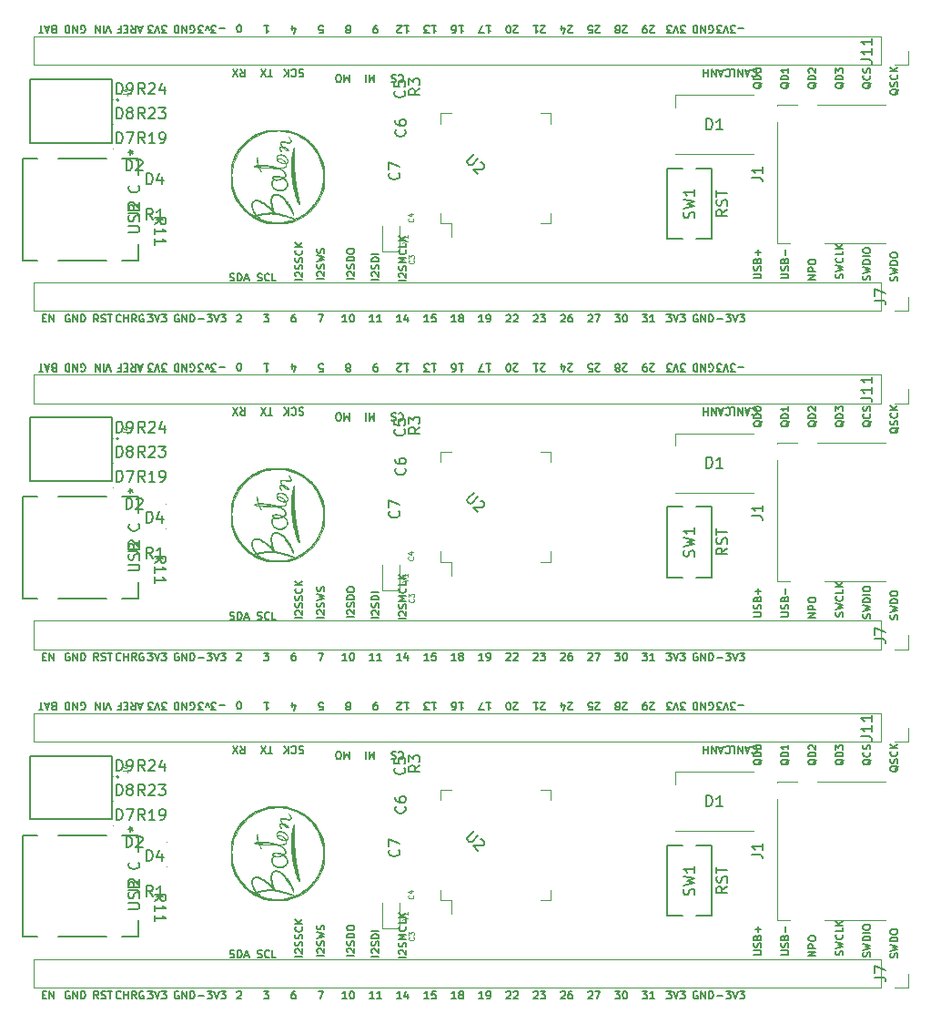
<source format=gbr>
G04 #@! TF.GenerationSoftware,KiCad,Pcbnew,5.1.5+dfsg1-2build2*
G04 #@! TF.CreationDate,2021-03-20T12:23:53+01:00*
G04 #@! TF.ProjectId,ATSAME51J18A-devboard-panel,41545341-4d45-4353-914a-3138412d6465,rev?*
G04 #@! TF.SameCoordinates,Original*
G04 #@! TF.FileFunction,Legend,Top*
G04 #@! TF.FilePolarity,Positive*
%FSLAX46Y46*%
G04 Gerber Fmt 4.6, Leading zero omitted, Abs format (unit mm)*
G04 Created by KiCad (PCBNEW 5.1.5+dfsg1-2build2) date 2021-03-20 12:23:53*
%MOMM*%
%LPD*%
G04 APERTURE LIST*
%ADD10C,0.150000*%
%ADD11C,0.120000*%
%ADD12C,0.100000*%
%ADD13C,0.152400*%
%ADD14C,0.127000*%
%ADD15C,0.200000*%
%ADD16C,0.010000*%
%ADD17C,0.125000*%
%ADD18C,0.015000*%
G04 APERTURE END LIST*
D10*
X51261334Y-140532019D02*
X51494667Y-140532019D01*
X51594667Y-140898685D02*
X51261334Y-140898685D01*
X51261334Y-140198685D01*
X51594667Y-140198685D01*
X51894667Y-140898685D02*
X51894667Y-140198685D01*
X52294667Y-140898685D01*
X52294667Y-140198685D01*
X53784667Y-140232019D02*
X53718001Y-140198685D01*
X53618001Y-140198685D01*
X53518001Y-140232019D01*
X53451334Y-140298685D01*
X53418001Y-140365352D01*
X53384667Y-140498685D01*
X53384667Y-140598685D01*
X53418001Y-140732019D01*
X53451334Y-140798685D01*
X53518001Y-140865352D01*
X53618001Y-140898685D01*
X53684667Y-140898685D01*
X53784667Y-140865352D01*
X53818001Y-140832019D01*
X53818001Y-140598685D01*
X53684667Y-140598685D01*
X54118001Y-140898685D02*
X54118001Y-140198685D01*
X54518001Y-140898685D01*
X54518001Y-140198685D01*
X54851334Y-140898685D02*
X54851334Y-140198685D01*
X55018001Y-140198685D01*
X55118001Y-140232019D01*
X55184667Y-140298685D01*
X55218001Y-140365352D01*
X55251334Y-140498685D01*
X55251334Y-140598685D01*
X55218001Y-140732019D01*
X55184667Y-140798685D01*
X55118001Y-140865352D01*
X55018001Y-140898685D01*
X54851334Y-140898685D01*
X56474667Y-140898685D02*
X56241334Y-140565352D01*
X56074667Y-140898685D02*
X56074667Y-140198685D01*
X56341334Y-140198685D01*
X56408001Y-140232019D01*
X56441334Y-140265352D01*
X56474667Y-140332019D01*
X56474667Y-140432019D01*
X56441334Y-140498685D01*
X56408001Y-140532019D01*
X56341334Y-140565352D01*
X56074667Y-140565352D01*
X56741334Y-140865352D02*
X56841334Y-140898685D01*
X57008001Y-140898685D01*
X57074667Y-140865352D01*
X57108001Y-140832019D01*
X57141334Y-140765352D01*
X57141334Y-140698685D01*
X57108001Y-140632019D01*
X57074667Y-140598685D01*
X57008001Y-140565352D01*
X56874667Y-140532019D01*
X56808001Y-140498685D01*
X56774667Y-140465352D01*
X56741334Y-140398685D01*
X56741334Y-140332019D01*
X56774667Y-140265352D01*
X56808001Y-140232019D01*
X56874667Y-140198685D01*
X57041334Y-140198685D01*
X57141334Y-140232019D01*
X57341334Y-140198685D02*
X57741334Y-140198685D01*
X57541334Y-140898685D02*
X57541334Y-140198685D01*
X58548001Y-140832019D02*
X58514667Y-140865352D01*
X58414667Y-140898685D01*
X58348001Y-140898685D01*
X58248001Y-140865352D01*
X58181334Y-140798685D01*
X58148001Y-140732019D01*
X58114667Y-140598685D01*
X58114667Y-140498685D01*
X58148001Y-140365352D01*
X58181334Y-140298685D01*
X58248001Y-140232019D01*
X58348001Y-140198685D01*
X58414667Y-140198685D01*
X58514667Y-140232019D01*
X58548001Y-140265352D01*
X58848001Y-140898685D02*
X58848001Y-140198685D01*
X58848001Y-140532019D02*
X59248001Y-140532019D01*
X59248001Y-140898685D02*
X59248001Y-140198685D01*
X59981334Y-140898685D02*
X59748001Y-140565352D01*
X59581334Y-140898685D02*
X59581334Y-140198685D01*
X59848001Y-140198685D01*
X59914667Y-140232019D01*
X59948001Y-140265352D01*
X59981334Y-140332019D01*
X59981334Y-140432019D01*
X59948001Y-140498685D01*
X59914667Y-140532019D01*
X59848001Y-140565352D01*
X59581334Y-140565352D01*
X60648001Y-140232019D02*
X60581334Y-140198685D01*
X60481334Y-140198685D01*
X60381334Y-140232019D01*
X60314667Y-140298685D01*
X60281334Y-140365352D01*
X60248001Y-140498685D01*
X60248001Y-140598685D01*
X60281334Y-140732019D01*
X60314667Y-140798685D01*
X60381334Y-140865352D01*
X60481334Y-140898685D01*
X60548001Y-140898685D01*
X60648001Y-140865352D01*
X60681334Y-140832019D01*
X60681334Y-140598685D01*
X60548001Y-140598685D01*
X61071334Y-140198685D02*
X61504667Y-140198685D01*
X61271334Y-140465352D01*
X61371334Y-140465352D01*
X61438001Y-140498685D01*
X61471334Y-140532019D01*
X61504667Y-140598685D01*
X61504667Y-140765352D01*
X61471334Y-140832019D01*
X61438001Y-140865352D01*
X61371334Y-140898685D01*
X61171334Y-140898685D01*
X61104667Y-140865352D01*
X61071334Y-140832019D01*
X61704667Y-140198685D02*
X61938001Y-140898685D01*
X62171334Y-140198685D01*
X62338001Y-140198685D02*
X62771334Y-140198685D01*
X62538001Y-140465352D01*
X62638001Y-140465352D01*
X62704667Y-140498685D01*
X62738001Y-140532019D01*
X62771334Y-140598685D01*
X62771334Y-140765352D01*
X62738001Y-140832019D01*
X62704667Y-140865352D01*
X62638001Y-140898685D01*
X62438001Y-140898685D01*
X62371334Y-140865352D01*
X62338001Y-140832019D01*
X63944667Y-140232019D02*
X63878001Y-140198685D01*
X63778001Y-140198685D01*
X63678001Y-140232019D01*
X63611334Y-140298685D01*
X63578001Y-140365352D01*
X63544667Y-140498685D01*
X63544667Y-140598685D01*
X63578001Y-140732019D01*
X63611334Y-140798685D01*
X63678001Y-140865352D01*
X63778001Y-140898685D01*
X63844667Y-140898685D01*
X63944667Y-140865352D01*
X63978001Y-140832019D01*
X63978001Y-140598685D01*
X63844667Y-140598685D01*
X64278001Y-140898685D02*
X64278001Y-140198685D01*
X64678001Y-140898685D01*
X64678001Y-140198685D01*
X65011334Y-140898685D02*
X65011334Y-140198685D01*
X65178001Y-140198685D01*
X65278001Y-140232019D01*
X65344667Y-140298685D01*
X65378001Y-140365352D01*
X65411334Y-140498685D01*
X65411334Y-140598685D01*
X65378001Y-140732019D01*
X65344667Y-140798685D01*
X65278001Y-140865352D01*
X65178001Y-140898685D01*
X65011334Y-140898685D01*
X65784667Y-140632019D02*
X66318001Y-140632019D01*
X66584667Y-140198685D02*
X67018001Y-140198685D01*
X66784667Y-140465352D01*
X66884667Y-140465352D01*
X66951334Y-140498685D01*
X66984667Y-140532019D01*
X67018001Y-140598685D01*
X67018001Y-140765352D01*
X66984667Y-140832019D01*
X66951334Y-140865352D01*
X66884667Y-140898685D01*
X66684667Y-140898685D01*
X66618001Y-140865352D01*
X66584667Y-140832019D01*
X67218001Y-140198685D02*
X67451334Y-140898685D01*
X67684667Y-140198685D01*
X67851334Y-140198685D02*
X68284667Y-140198685D01*
X68051334Y-140465352D01*
X68151334Y-140465352D01*
X68218001Y-140498685D01*
X68251334Y-140532019D01*
X68284667Y-140598685D01*
X68284667Y-140765352D01*
X68251334Y-140832019D01*
X68218001Y-140865352D01*
X68151334Y-140898685D01*
X67951334Y-140898685D01*
X67884667Y-140865352D01*
X67851334Y-140832019D01*
X69358001Y-140265352D02*
X69391334Y-140232019D01*
X69458001Y-140198685D01*
X69624667Y-140198685D01*
X69691334Y-140232019D01*
X69724667Y-140265352D01*
X69758001Y-140332019D01*
X69758001Y-140398685D01*
X69724667Y-140498685D01*
X69324667Y-140898685D01*
X69758001Y-140898685D01*
X71864667Y-140198685D02*
X72298001Y-140198685D01*
X72064667Y-140465352D01*
X72164667Y-140465352D01*
X72231334Y-140498685D01*
X72264667Y-140532019D01*
X72298001Y-140598685D01*
X72298001Y-140765352D01*
X72264667Y-140832019D01*
X72231334Y-140865352D01*
X72164667Y-140898685D01*
X71964667Y-140898685D01*
X71898001Y-140865352D01*
X71864667Y-140832019D01*
X74771334Y-140198685D02*
X74638001Y-140198685D01*
X74571334Y-140232019D01*
X74538001Y-140265352D01*
X74471334Y-140365352D01*
X74438001Y-140498685D01*
X74438001Y-140765352D01*
X74471334Y-140832019D01*
X74504667Y-140865352D01*
X74571334Y-140898685D01*
X74704667Y-140898685D01*
X74771334Y-140865352D01*
X74804667Y-140832019D01*
X74838001Y-140765352D01*
X74838001Y-140598685D01*
X74804667Y-140532019D01*
X74771334Y-140498685D01*
X74704667Y-140465352D01*
X74571334Y-140465352D01*
X74504667Y-140498685D01*
X74471334Y-140532019D01*
X74438001Y-140598685D01*
X76944667Y-140198685D02*
X77411334Y-140198685D01*
X77111334Y-140898685D01*
X79584667Y-140898685D02*
X79184667Y-140898685D01*
X79384667Y-140898685D02*
X79384667Y-140198685D01*
X79318001Y-140298685D01*
X79251334Y-140365352D01*
X79184667Y-140398685D01*
X80018001Y-140198685D02*
X80084667Y-140198685D01*
X80151334Y-140232019D01*
X80184667Y-140265352D01*
X80218001Y-140332019D01*
X80251334Y-140465352D01*
X80251334Y-140632019D01*
X80218001Y-140765352D01*
X80184667Y-140832019D01*
X80151334Y-140865352D01*
X80084667Y-140898685D01*
X80018001Y-140898685D01*
X79951334Y-140865352D01*
X79918001Y-140832019D01*
X79884667Y-140765352D01*
X79851334Y-140632019D01*
X79851334Y-140465352D01*
X79884667Y-140332019D01*
X79918001Y-140265352D01*
X79951334Y-140232019D01*
X80018001Y-140198685D01*
X82124667Y-140898685D02*
X81724667Y-140898685D01*
X81924667Y-140898685D02*
X81924667Y-140198685D01*
X81858001Y-140298685D01*
X81791334Y-140365352D01*
X81724667Y-140398685D01*
X82791334Y-140898685D02*
X82391334Y-140898685D01*
X82591334Y-140898685D02*
X82591334Y-140198685D01*
X82524667Y-140298685D01*
X82458001Y-140365352D01*
X82391334Y-140398685D01*
X84664667Y-140898685D02*
X84264667Y-140898685D01*
X84464667Y-140898685D02*
X84464667Y-140198685D01*
X84398001Y-140298685D01*
X84331334Y-140365352D01*
X84264667Y-140398685D01*
X85264667Y-140432019D02*
X85264667Y-140898685D01*
X85098001Y-140165352D02*
X84931334Y-140665352D01*
X85364667Y-140665352D01*
X87204667Y-140898685D02*
X86804667Y-140898685D01*
X87004667Y-140898685D02*
X87004667Y-140198685D01*
X86938001Y-140298685D01*
X86871334Y-140365352D01*
X86804667Y-140398685D01*
X87838001Y-140198685D02*
X87504667Y-140198685D01*
X87471334Y-140532019D01*
X87504667Y-140498685D01*
X87571334Y-140465352D01*
X87738001Y-140465352D01*
X87804667Y-140498685D01*
X87838001Y-140532019D01*
X87871334Y-140598685D01*
X87871334Y-140765352D01*
X87838001Y-140832019D01*
X87804667Y-140865352D01*
X87738001Y-140898685D01*
X87571334Y-140898685D01*
X87504667Y-140865352D01*
X87471334Y-140832019D01*
X89744667Y-140898685D02*
X89344667Y-140898685D01*
X89544667Y-140898685D02*
X89544667Y-140198685D01*
X89478001Y-140298685D01*
X89411334Y-140365352D01*
X89344667Y-140398685D01*
X90144667Y-140498685D02*
X90078001Y-140465352D01*
X90044667Y-140432019D01*
X90011334Y-140365352D01*
X90011334Y-140332019D01*
X90044667Y-140265352D01*
X90078001Y-140232019D01*
X90144667Y-140198685D01*
X90278001Y-140198685D01*
X90344667Y-140232019D01*
X90378001Y-140265352D01*
X90411334Y-140332019D01*
X90411334Y-140365352D01*
X90378001Y-140432019D01*
X90344667Y-140465352D01*
X90278001Y-140498685D01*
X90144667Y-140498685D01*
X90078001Y-140532019D01*
X90044667Y-140565352D01*
X90011334Y-140632019D01*
X90011334Y-140765352D01*
X90044667Y-140832019D01*
X90078001Y-140865352D01*
X90144667Y-140898685D01*
X90278001Y-140898685D01*
X90344667Y-140865352D01*
X90378001Y-140832019D01*
X90411334Y-140765352D01*
X90411334Y-140632019D01*
X90378001Y-140565352D01*
X90344667Y-140532019D01*
X90278001Y-140498685D01*
X92284667Y-140898685D02*
X91884667Y-140898685D01*
X92084667Y-140898685D02*
X92084667Y-140198685D01*
X92018001Y-140298685D01*
X91951334Y-140365352D01*
X91884667Y-140398685D01*
X92618001Y-140898685D02*
X92751334Y-140898685D01*
X92818001Y-140865352D01*
X92851334Y-140832019D01*
X92918001Y-140732019D01*
X92951334Y-140598685D01*
X92951334Y-140332019D01*
X92918001Y-140265352D01*
X92884667Y-140232019D01*
X92818001Y-140198685D01*
X92684667Y-140198685D01*
X92618001Y-140232019D01*
X92584667Y-140265352D01*
X92551334Y-140332019D01*
X92551334Y-140498685D01*
X92584667Y-140565352D01*
X92618001Y-140598685D01*
X92684667Y-140632019D01*
X92818001Y-140632019D01*
X92884667Y-140598685D01*
X92918001Y-140565352D01*
X92951334Y-140498685D01*
X94424667Y-140265352D02*
X94458001Y-140232019D01*
X94524667Y-140198685D01*
X94691334Y-140198685D01*
X94758001Y-140232019D01*
X94791334Y-140265352D01*
X94824667Y-140332019D01*
X94824667Y-140398685D01*
X94791334Y-140498685D01*
X94391334Y-140898685D01*
X94824667Y-140898685D01*
X95091334Y-140265352D02*
X95124667Y-140232019D01*
X95191334Y-140198685D01*
X95358001Y-140198685D01*
X95424667Y-140232019D01*
X95458001Y-140265352D01*
X95491334Y-140332019D01*
X95491334Y-140398685D01*
X95458001Y-140498685D01*
X95058001Y-140898685D01*
X95491334Y-140898685D01*
X96964667Y-140265352D02*
X96998001Y-140232019D01*
X97064667Y-140198685D01*
X97231334Y-140198685D01*
X97298001Y-140232019D01*
X97331334Y-140265352D01*
X97364667Y-140332019D01*
X97364667Y-140398685D01*
X97331334Y-140498685D01*
X96931334Y-140898685D01*
X97364667Y-140898685D01*
X97598001Y-140198685D02*
X98031334Y-140198685D01*
X97798001Y-140465352D01*
X97898001Y-140465352D01*
X97964667Y-140498685D01*
X97998001Y-140532019D01*
X98031334Y-140598685D01*
X98031334Y-140765352D01*
X97998001Y-140832019D01*
X97964667Y-140865352D01*
X97898001Y-140898685D01*
X97698001Y-140898685D01*
X97631334Y-140865352D01*
X97598001Y-140832019D01*
X99504667Y-140265352D02*
X99538001Y-140232019D01*
X99604667Y-140198685D01*
X99771334Y-140198685D01*
X99838001Y-140232019D01*
X99871334Y-140265352D01*
X99904667Y-140332019D01*
X99904667Y-140398685D01*
X99871334Y-140498685D01*
X99471334Y-140898685D01*
X99904667Y-140898685D01*
X100504667Y-140198685D02*
X100371334Y-140198685D01*
X100304667Y-140232019D01*
X100271334Y-140265352D01*
X100204667Y-140365352D01*
X100171334Y-140498685D01*
X100171334Y-140765352D01*
X100204667Y-140832019D01*
X100238001Y-140865352D01*
X100304667Y-140898685D01*
X100438001Y-140898685D01*
X100504667Y-140865352D01*
X100538001Y-140832019D01*
X100571334Y-140765352D01*
X100571334Y-140598685D01*
X100538001Y-140532019D01*
X100504667Y-140498685D01*
X100438001Y-140465352D01*
X100304667Y-140465352D01*
X100238001Y-140498685D01*
X100204667Y-140532019D01*
X100171334Y-140598685D01*
X102044667Y-140265352D02*
X102078001Y-140232019D01*
X102144667Y-140198685D01*
X102311334Y-140198685D01*
X102378001Y-140232019D01*
X102411334Y-140265352D01*
X102444667Y-140332019D01*
X102444667Y-140398685D01*
X102411334Y-140498685D01*
X102011334Y-140898685D01*
X102444667Y-140898685D01*
X102678001Y-140198685D02*
X103144667Y-140198685D01*
X102844667Y-140898685D01*
X104551334Y-140198685D02*
X104984667Y-140198685D01*
X104751334Y-140465352D01*
X104851334Y-140465352D01*
X104918001Y-140498685D01*
X104951334Y-140532019D01*
X104984667Y-140598685D01*
X104984667Y-140765352D01*
X104951334Y-140832019D01*
X104918001Y-140865352D01*
X104851334Y-140898685D01*
X104651334Y-140898685D01*
X104584667Y-140865352D01*
X104551334Y-140832019D01*
X105418001Y-140198685D02*
X105484667Y-140198685D01*
X105551334Y-140232019D01*
X105584667Y-140265352D01*
X105618001Y-140332019D01*
X105651334Y-140465352D01*
X105651334Y-140632019D01*
X105618001Y-140765352D01*
X105584667Y-140832019D01*
X105551334Y-140865352D01*
X105484667Y-140898685D01*
X105418001Y-140898685D01*
X105351334Y-140865352D01*
X105318001Y-140832019D01*
X105284667Y-140765352D01*
X105251334Y-140632019D01*
X105251334Y-140465352D01*
X105284667Y-140332019D01*
X105318001Y-140265352D01*
X105351334Y-140232019D01*
X105418001Y-140198685D01*
X107091334Y-140198685D02*
X107524667Y-140198685D01*
X107291334Y-140465352D01*
X107391334Y-140465352D01*
X107458001Y-140498685D01*
X107491334Y-140532019D01*
X107524667Y-140598685D01*
X107524667Y-140765352D01*
X107491334Y-140832019D01*
X107458001Y-140865352D01*
X107391334Y-140898685D01*
X107191334Y-140898685D01*
X107124667Y-140865352D01*
X107091334Y-140832019D01*
X108191334Y-140898685D02*
X107791334Y-140898685D01*
X107991334Y-140898685D02*
X107991334Y-140198685D01*
X107924667Y-140298685D01*
X107858001Y-140365352D01*
X107791334Y-140398685D01*
X109331334Y-140198685D02*
X109764667Y-140198685D01*
X109531334Y-140465352D01*
X109631334Y-140465352D01*
X109698001Y-140498685D01*
X109731334Y-140532019D01*
X109764667Y-140598685D01*
X109764667Y-140765352D01*
X109731334Y-140832019D01*
X109698001Y-140865352D01*
X109631334Y-140898685D01*
X109431334Y-140898685D01*
X109364667Y-140865352D01*
X109331334Y-140832019D01*
X109964667Y-140198685D02*
X110198001Y-140898685D01*
X110431334Y-140198685D01*
X110598001Y-140198685D02*
X111031334Y-140198685D01*
X110798001Y-140465352D01*
X110898001Y-140465352D01*
X110964667Y-140498685D01*
X110998001Y-140532019D01*
X111031334Y-140598685D01*
X111031334Y-140765352D01*
X110998001Y-140832019D01*
X110964667Y-140865352D01*
X110898001Y-140898685D01*
X110698001Y-140898685D01*
X110631334Y-140865352D01*
X110598001Y-140832019D01*
X112204667Y-140232019D02*
X112138001Y-140198685D01*
X112038001Y-140198685D01*
X111938001Y-140232019D01*
X111871334Y-140298685D01*
X111838001Y-140365352D01*
X111804667Y-140498685D01*
X111804667Y-140598685D01*
X111838001Y-140732019D01*
X111871334Y-140798685D01*
X111938001Y-140865352D01*
X112038001Y-140898685D01*
X112104667Y-140898685D01*
X112204667Y-140865352D01*
X112238001Y-140832019D01*
X112238001Y-140598685D01*
X112104667Y-140598685D01*
X112538001Y-140898685D02*
X112538001Y-140198685D01*
X112938001Y-140898685D01*
X112938001Y-140198685D01*
X113271334Y-140898685D02*
X113271334Y-140198685D01*
X113438001Y-140198685D01*
X113538001Y-140232019D01*
X113604667Y-140298685D01*
X113638001Y-140365352D01*
X113671334Y-140498685D01*
X113671334Y-140598685D01*
X113638001Y-140732019D01*
X113604667Y-140798685D01*
X113538001Y-140865352D01*
X113438001Y-140898685D01*
X113271334Y-140898685D01*
X114044667Y-140632019D02*
X114578001Y-140632019D01*
X114844667Y-140198685D02*
X115278001Y-140198685D01*
X115044667Y-140465352D01*
X115144667Y-140465352D01*
X115211334Y-140498685D01*
X115244667Y-140532019D01*
X115278001Y-140598685D01*
X115278001Y-140765352D01*
X115244667Y-140832019D01*
X115211334Y-140865352D01*
X115144667Y-140898685D01*
X114944667Y-140898685D01*
X114878001Y-140865352D01*
X114844667Y-140832019D01*
X115478001Y-140198685D02*
X115711334Y-140898685D01*
X115944667Y-140198685D01*
X116111334Y-140198685D02*
X116544667Y-140198685D01*
X116311334Y-140465352D01*
X116411334Y-140465352D01*
X116478001Y-140498685D01*
X116511334Y-140532019D01*
X116544667Y-140598685D01*
X116544667Y-140765352D01*
X116511334Y-140832019D01*
X116478001Y-140865352D01*
X116411334Y-140898685D01*
X116211334Y-140898685D01*
X116144667Y-140865352D01*
X116111334Y-140832019D01*
X52294667Y-113708019D02*
X52194667Y-113674685D01*
X52161334Y-113641352D01*
X52128001Y-113574685D01*
X52128001Y-113474685D01*
X52161334Y-113408019D01*
X52194667Y-113374685D01*
X52261334Y-113341352D01*
X52528001Y-113341352D01*
X52528001Y-114041352D01*
X52294667Y-114041352D01*
X52228001Y-114008019D01*
X52194667Y-113974685D01*
X52161334Y-113908019D01*
X52161334Y-113841352D01*
X52194667Y-113774685D01*
X52228001Y-113741352D01*
X52294667Y-113708019D01*
X52528001Y-113708019D01*
X51861334Y-113541352D02*
X51528001Y-113541352D01*
X51928001Y-113341352D02*
X51694667Y-114041352D01*
X51461334Y-113341352D01*
X51328001Y-114041352D02*
X50928001Y-114041352D01*
X51128001Y-113341352D02*
X51128001Y-114041352D01*
X54851334Y-114008019D02*
X54918001Y-114041352D01*
X55018001Y-114041352D01*
X55118001Y-114008019D01*
X55184667Y-113941352D01*
X55218001Y-113874685D01*
X55251334Y-113741352D01*
X55251334Y-113641352D01*
X55218001Y-113508019D01*
X55184667Y-113441352D01*
X55118001Y-113374685D01*
X55018001Y-113341352D01*
X54951334Y-113341352D01*
X54851334Y-113374685D01*
X54818001Y-113408019D01*
X54818001Y-113641352D01*
X54951334Y-113641352D01*
X54518001Y-113341352D02*
X54518001Y-114041352D01*
X54118001Y-113341352D01*
X54118001Y-114041352D01*
X53784667Y-113341352D02*
X53784667Y-114041352D01*
X53618001Y-114041352D01*
X53518001Y-114008019D01*
X53451334Y-113941352D01*
X53418001Y-113874685D01*
X53384667Y-113741352D01*
X53384667Y-113641352D01*
X53418001Y-113508019D01*
X53451334Y-113441352D01*
X53518001Y-113374685D01*
X53618001Y-113341352D01*
X53784667Y-113341352D01*
X57624667Y-114041352D02*
X57391334Y-113341352D01*
X57158001Y-114041352D01*
X56924667Y-113341352D02*
X56924667Y-114041352D01*
X56591334Y-113341352D02*
X56591334Y-114041352D01*
X56191334Y-113341352D01*
X56191334Y-114041352D01*
X60531334Y-113541352D02*
X60198001Y-113541352D01*
X60598001Y-113341352D02*
X60364667Y-114041352D01*
X60131334Y-113341352D01*
X59498001Y-113341352D02*
X59731334Y-113674685D01*
X59898001Y-113341352D02*
X59898001Y-114041352D01*
X59631334Y-114041352D01*
X59564667Y-114008019D01*
X59531334Y-113974685D01*
X59498001Y-113908019D01*
X59498001Y-113808019D01*
X59531334Y-113741352D01*
X59564667Y-113708019D01*
X59631334Y-113674685D01*
X59898001Y-113674685D01*
X59198001Y-113708019D02*
X58964667Y-113708019D01*
X58864667Y-113341352D02*
X59198001Y-113341352D01*
X59198001Y-114041352D01*
X58864667Y-114041352D01*
X58331334Y-113708019D02*
X58564667Y-113708019D01*
X58564667Y-113341352D02*
X58564667Y-114041352D01*
X58231334Y-114041352D01*
X62804667Y-114041352D02*
X62371334Y-114041352D01*
X62604667Y-113774685D01*
X62504667Y-113774685D01*
X62438001Y-113741352D01*
X62404667Y-113708019D01*
X62371334Y-113641352D01*
X62371334Y-113474685D01*
X62404667Y-113408019D01*
X62438001Y-113374685D01*
X62504667Y-113341352D01*
X62704667Y-113341352D01*
X62771334Y-113374685D01*
X62804667Y-113408019D01*
X62171334Y-114041352D02*
X61938001Y-113341352D01*
X61704667Y-114041352D01*
X61538001Y-114041352D02*
X61104667Y-114041352D01*
X61338001Y-113774685D01*
X61238001Y-113774685D01*
X61171334Y-113741352D01*
X61138001Y-113708019D01*
X61104667Y-113641352D01*
X61104667Y-113474685D01*
X61138001Y-113408019D01*
X61171334Y-113374685D01*
X61238001Y-113341352D01*
X61438001Y-113341352D01*
X61504667Y-113374685D01*
X61538001Y-113408019D01*
X65011334Y-114008019D02*
X65078001Y-114041352D01*
X65178001Y-114041352D01*
X65278001Y-114008019D01*
X65344667Y-113941352D01*
X65378001Y-113874685D01*
X65411334Y-113741352D01*
X65411334Y-113641352D01*
X65378001Y-113508019D01*
X65344667Y-113441352D01*
X65278001Y-113374685D01*
X65178001Y-113341352D01*
X65111334Y-113341352D01*
X65011334Y-113374685D01*
X64978001Y-113408019D01*
X64978001Y-113641352D01*
X65111334Y-113641352D01*
X64678001Y-113341352D02*
X64678001Y-114041352D01*
X64278001Y-113341352D01*
X64278001Y-114041352D01*
X63944667Y-113341352D02*
X63944667Y-114041352D01*
X63778001Y-114041352D01*
X63678001Y-114008019D01*
X63611334Y-113941352D01*
X63578001Y-113874685D01*
X63544667Y-113741352D01*
X63544667Y-113641352D01*
X63578001Y-113508019D01*
X63611334Y-113441352D01*
X63678001Y-113374685D01*
X63778001Y-113341352D01*
X63944667Y-113341352D01*
X68218001Y-113608019D02*
X67684667Y-113608019D01*
X67418001Y-114041352D02*
X66984667Y-114041352D01*
X67218001Y-113774685D01*
X67118001Y-113774685D01*
X67051334Y-113741352D01*
X67018001Y-113708019D01*
X66984667Y-113641352D01*
X66984667Y-113474685D01*
X67018001Y-113408019D01*
X67051334Y-113374685D01*
X67118001Y-113341352D01*
X67318001Y-113341352D01*
X67384667Y-113374685D01*
X67418001Y-113408019D01*
X66751334Y-113808019D02*
X66584667Y-113341352D01*
X66418001Y-113808019D01*
X66218001Y-114041352D02*
X65784667Y-114041352D01*
X66018001Y-113774685D01*
X65918001Y-113774685D01*
X65851334Y-113741352D01*
X65818001Y-113708019D01*
X65784667Y-113641352D01*
X65784667Y-113474685D01*
X65818001Y-113408019D01*
X65851334Y-113374685D01*
X65918001Y-113341352D01*
X66118001Y-113341352D01*
X66184667Y-113374685D01*
X66218001Y-113408019D01*
X69524667Y-113274685D02*
X69591334Y-113274685D01*
X69658001Y-113308019D01*
X69691334Y-113341352D01*
X69724667Y-113408019D01*
X69758001Y-113541352D01*
X69758001Y-113708019D01*
X69724667Y-113841352D01*
X69691334Y-113908019D01*
X69658001Y-113941352D01*
X69591334Y-113974685D01*
X69524667Y-113974685D01*
X69458001Y-113941352D01*
X69424667Y-113908019D01*
X69391334Y-113841352D01*
X69358001Y-113708019D01*
X69358001Y-113541352D01*
X69391334Y-113408019D01*
X69424667Y-113341352D01*
X69458001Y-113308019D01*
X69524667Y-113274685D01*
X71898001Y-113341352D02*
X72298001Y-113341352D01*
X72098001Y-113341352D02*
X72098001Y-114041352D01*
X72164667Y-113941352D01*
X72231334Y-113874685D01*
X72298001Y-113841352D01*
X74504667Y-113808019D02*
X74504667Y-113341352D01*
X74671334Y-114074685D02*
X74838001Y-113574685D01*
X74404667Y-113574685D01*
X77011334Y-114041352D02*
X77344667Y-114041352D01*
X77378001Y-113708019D01*
X77344667Y-113741352D01*
X77278001Y-113774685D01*
X77111334Y-113774685D01*
X77044667Y-113741352D01*
X77011334Y-113708019D01*
X76978001Y-113641352D01*
X76978001Y-113474685D01*
X77011334Y-113408019D01*
X77044667Y-113374685D01*
X77111334Y-113341352D01*
X77278001Y-113341352D01*
X77344667Y-113374685D01*
X77378001Y-113408019D01*
X79784667Y-113741352D02*
X79851334Y-113774685D01*
X79884667Y-113808019D01*
X79918001Y-113874685D01*
X79918001Y-113908019D01*
X79884667Y-113974685D01*
X79851334Y-114008019D01*
X79784667Y-114041352D01*
X79651334Y-114041352D01*
X79584667Y-114008019D01*
X79551334Y-113974685D01*
X79518001Y-113908019D01*
X79518001Y-113874685D01*
X79551334Y-113808019D01*
X79584667Y-113774685D01*
X79651334Y-113741352D01*
X79784667Y-113741352D01*
X79851334Y-113708019D01*
X79884667Y-113674685D01*
X79918001Y-113608019D01*
X79918001Y-113474685D01*
X79884667Y-113408019D01*
X79851334Y-113374685D01*
X79784667Y-113341352D01*
X79651334Y-113341352D01*
X79584667Y-113374685D01*
X79551334Y-113408019D01*
X79518001Y-113474685D01*
X79518001Y-113608019D01*
X79551334Y-113674685D01*
X79584667Y-113708019D01*
X79651334Y-113741352D01*
X82391334Y-113341352D02*
X82258001Y-113341352D01*
X82191334Y-113374685D01*
X82158001Y-113408019D01*
X82091334Y-113508019D01*
X82058001Y-113641352D01*
X82058001Y-113908019D01*
X82091334Y-113974685D01*
X82124667Y-114008019D01*
X82191334Y-114041352D01*
X82324667Y-114041352D01*
X82391334Y-114008019D01*
X82424667Y-113974685D01*
X82458001Y-113908019D01*
X82458001Y-113741352D01*
X82424667Y-113674685D01*
X82391334Y-113641352D01*
X82324667Y-113608019D01*
X82191334Y-113608019D01*
X82124667Y-113641352D01*
X82091334Y-113674685D01*
X82058001Y-113741352D01*
X84931334Y-113341352D02*
X85331334Y-113341352D01*
X85131334Y-113341352D02*
X85131334Y-114041352D01*
X85198001Y-113941352D01*
X85264667Y-113874685D01*
X85331334Y-113841352D01*
X84664667Y-113974685D02*
X84631334Y-114008019D01*
X84564667Y-114041352D01*
X84398001Y-114041352D01*
X84331334Y-114008019D01*
X84298001Y-113974685D01*
X84264667Y-113908019D01*
X84264667Y-113841352D01*
X84298001Y-113741352D01*
X84698001Y-113341352D01*
X84264667Y-113341352D01*
X87471334Y-113341352D02*
X87871334Y-113341352D01*
X87671334Y-113341352D02*
X87671334Y-114041352D01*
X87738001Y-113941352D01*
X87804667Y-113874685D01*
X87871334Y-113841352D01*
X87238001Y-114041352D02*
X86804667Y-114041352D01*
X87038001Y-113774685D01*
X86938001Y-113774685D01*
X86871334Y-113741352D01*
X86838001Y-113708019D01*
X86804667Y-113641352D01*
X86804667Y-113474685D01*
X86838001Y-113408019D01*
X86871334Y-113374685D01*
X86938001Y-113341352D01*
X87138001Y-113341352D01*
X87204667Y-113374685D01*
X87238001Y-113408019D01*
X90011334Y-113341352D02*
X90411334Y-113341352D01*
X90211334Y-113341352D02*
X90211334Y-114041352D01*
X90278001Y-113941352D01*
X90344667Y-113874685D01*
X90411334Y-113841352D01*
X89411334Y-114041352D02*
X89544667Y-114041352D01*
X89611334Y-114008019D01*
X89644667Y-113974685D01*
X89711334Y-113874685D01*
X89744667Y-113741352D01*
X89744667Y-113474685D01*
X89711334Y-113408019D01*
X89678001Y-113374685D01*
X89611334Y-113341352D01*
X89478001Y-113341352D01*
X89411334Y-113374685D01*
X89378001Y-113408019D01*
X89344667Y-113474685D01*
X89344667Y-113641352D01*
X89378001Y-113708019D01*
X89411334Y-113741352D01*
X89478001Y-113774685D01*
X89611334Y-113774685D01*
X89678001Y-113741352D01*
X89711334Y-113708019D01*
X89744667Y-113641352D01*
X92551334Y-113341352D02*
X92951334Y-113341352D01*
X92751334Y-113341352D02*
X92751334Y-114041352D01*
X92818001Y-113941352D01*
X92884667Y-113874685D01*
X92951334Y-113841352D01*
X92318001Y-114041352D02*
X91851334Y-114041352D01*
X92151334Y-113341352D01*
X95491334Y-113974685D02*
X95458001Y-114008019D01*
X95391334Y-114041352D01*
X95224667Y-114041352D01*
X95158001Y-114008019D01*
X95124667Y-113974685D01*
X95091334Y-113908019D01*
X95091334Y-113841352D01*
X95124667Y-113741352D01*
X95524667Y-113341352D01*
X95091334Y-113341352D01*
X94658001Y-114041352D02*
X94591334Y-114041352D01*
X94524667Y-114008019D01*
X94491334Y-113974685D01*
X94458001Y-113908019D01*
X94424667Y-113774685D01*
X94424667Y-113608019D01*
X94458001Y-113474685D01*
X94491334Y-113408019D01*
X94524667Y-113374685D01*
X94591334Y-113341352D01*
X94658001Y-113341352D01*
X94724667Y-113374685D01*
X94758001Y-113408019D01*
X94791334Y-113474685D01*
X94824667Y-113608019D01*
X94824667Y-113774685D01*
X94791334Y-113908019D01*
X94758001Y-113974685D01*
X94724667Y-114008019D01*
X94658001Y-114041352D01*
X98031334Y-113974685D02*
X97998001Y-114008019D01*
X97931334Y-114041352D01*
X97764667Y-114041352D01*
X97698001Y-114008019D01*
X97664667Y-113974685D01*
X97631334Y-113908019D01*
X97631334Y-113841352D01*
X97664667Y-113741352D01*
X98064667Y-113341352D01*
X97631334Y-113341352D01*
X96964667Y-113341352D02*
X97364667Y-113341352D01*
X97164667Y-113341352D02*
X97164667Y-114041352D01*
X97231334Y-113941352D01*
X97298001Y-113874685D01*
X97364667Y-113841352D01*
X100571334Y-113974685D02*
X100538001Y-114008019D01*
X100471334Y-114041352D01*
X100304667Y-114041352D01*
X100238001Y-114008019D01*
X100204667Y-113974685D01*
X100171334Y-113908019D01*
X100171334Y-113841352D01*
X100204667Y-113741352D01*
X100604667Y-113341352D01*
X100171334Y-113341352D01*
X99571334Y-113808019D02*
X99571334Y-113341352D01*
X99738001Y-114074685D02*
X99904667Y-113574685D01*
X99471334Y-113574685D01*
X103111334Y-113974685D02*
X103078001Y-114008019D01*
X103011334Y-114041352D01*
X102844667Y-114041352D01*
X102778001Y-114008019D01*
X102744667Y-113974685D01*
X102711334Y-113908019D01*
X102711334Y-113841352D01*
X102744667Y-113741352D01*
X103144667Y-113341352D01*
X102711334Y-113341352D01*
X102078001Y-114041352D02*
X102411334Y-114041352D01*
X102444667Y-113708019D01*
X102411334Y-113741352D01*
X102344667Y-113774685D01*
X102178001Y-113774685D01*
X102111334Y-113741352D01*
X102078001Y-113708019D01*
X102044667Y-113641352D01*
X102044667Y-113474685D01*
X102078001Y-113408019D01*
X102111334Y-113374685D01*
X102178001Y-113341352D01*
X102344667Y-113341352D01*
X102411334Y-113374685D01*
X102444667Y-113408019D01*
X105651334Y-113974685D02*
X105618001Y-114008019D01*
X105551334Y-114041352D01*
X105384667Y-114041352D01*
X105318001Y-114008019D01*
X105284667Y-113974685D01*
X105251334Y-113908019D01*
X105251334Y-113841352D01*
X105284667Y-113741352D01*
X105684667Y-113341352D01*
X105251334Y-113341352D01*
X104851334Y-113741352D02*
X104918001Y-113774685D01*
X104951334Y-113808019D01*
X104984667Y-113874685D01*
X104984667Y-113908019D01*
X104951334Y-113974685D01*
X104918001Y-114008019D01*
X104851334Y-114041352D01*
X104718001Y-114041352D01*
X104651334Y-114008019D01*
X104618001Y-113974685D01*
X104584667Y-113908019D01*
X104584667Y-113874685D01*
X104618001Y-113808019D01*
X104651334Y-113774685D01*
X104718001Y-113741352D01*
X104851334Y-113741352D01*
X104918001Y-113708019D01*
X104951334Y-113674685D01*
X104984667Y-113608019D01*
X104984667Y-113474685D01*
X104951334Y-113408019D01*
X104918001Y-113374685D01*
X104851334Y-113341352D01*
X104718001Y-113341352D01*
X104651334Y-113374685D01*
X104618001Y-113408019D01*
X104584667Y-113474685D01*
X104584667Y-113608019D01*
X104618001Y-113674685D01*
X104651334Y-113708019D01*
X104718001Y-113741352D01*
X108191334Y-113974685D02*
X108158001Y-114008019D01*
X108091334Y-114041352D01*
X107924667Y-114041352D01*
X107858001Y-114008019D01*
X107824667Y-113974685D01*
X107791334Y-113908019D01*
X107791334Y-113841352D01*
X107824667Y-113741352D01*
X108224667Y-113341352D01*
X107791334Y-113341352D01*
X107458001Y-113341352D02*
X107324667Y-113341352D01*
X107258001Y-113374685D01*
X107224667Y-113408019D01*
X107158001Y-113508019D01*
X107124667Y-113641352D01*
X107124667Y-113908019D01*
X107158001Y-113974685D01*
X107191334Y-114008019D01*
X107258001Y-114041352D01*
X107391334Y-114041352D01*
X107458001Y-114008019D01*
X107491334Y-113974685D01*
X107524667Y-113908019D01*
X107524667Y-113741352D01*
X107491334Y-113674685D01*
X107458001Y-113641352D01*
X107391334Y-113608019D01*
X107258001Y-113608019D01*
X107191334Y-113641352D01*
X107158001Y-113674685D01*
X107124667Y-113741352D01*
X111064667Y-114041352D02*
X110631334Y-114041352D01*
X110864667Y-113774685D01*
X110764667Y-113774685D01*
X110698001Y-113741352D01*
X110664667Y-113708019D01*
X110631334Y-113641352D01*
X110631334Y-113474685D01*
X110664667Y-113408019D01*
X110698001Y-113374685D01*
X110764667Y-113341352D01*
X110964667Y-113341352D01*
X111031334Y-113374685D01*
X111064667Y-113408019D01*
X110431334Y-114041352D02*
X110198001Y-113341352D01*
X109964667Y-114041352D01*
X109798001Y-114041352D02*
X109364667Y-114041352D01*
X109598001Y-113774685D01*
X109498001Y-113774685D01*
X109431334Y-113741352D01*
X109398001Y-113708019D01*
X109364667Y-113641352D01*
X109364667Y-113474685D01*
X109398001Y-113408019D01*
X109431334Y-113374685D01*
X109498001Y-113341352D01*
X109698001Y-113341352D01*
X109764667Y-113374685D01*
X109798001Y-113408019D01*
X113271334Y-114008019D02*
X113338001Y-114041352D01*
X113438001Y-114041352D01*
X113538001Y-114008019D01*
X113604667Y-113941352D01*
X113638001Y-113874685D01*
X113671334Y-113741352D01*
X113671334Y-113641352D01*
X113638001Y-113508019D01*
X113604667Y-113441352D01*
X113538001Y-113374685D01*
X113438001Y-113341352D01*
X113371334Y-113341352D01*
X113271334Y-113374685D01*
X113238001Y-113408019D01*
X113238001Y-113641352D01*
X113371334Y-113641352D01*
X112938001Y-113341352D02*
X112938001Y-114041352D01*
X112538001Y-113341352D01*
X112538001Y-114041352D01*
X112204667Y-113341352D02*
X112204667Y-114041352D01*
X112038001Y-114041352D01*
X111938001Y-114008019D01*
X111871334Y-113941352D01*
X111838001Y-113874685D01*
X111804667Y-113741352D01*
X111804667Y-113641352D01*
X111838001Y-113508019D01*
X111871334Y-113441352D01*
X111938001Y-113374685D01*
X112038001Y-113341352D01*
X112204667Y-113341352D01*
X116511334Y-113608019D02*
X115978001Y-113608019D01*
X115711334Y-114041352D02*
X115278001Y-114041352D01*
X115511334Y-113774685D01*
X115411334Y-113774685D01*
X115344667Y-113741352D01*
X115311334Y-113708019D01*
X115278001Y-113641352D01*
X115278001Y-113474685D01*
X115311334Y-113408019D01*
X115344667Y-113374685D01*
X115411334Y-113341352D01*
X115611334Y-113341352D01*
X115678001Y-113374685D01*
X115711334Y-113408019D01*
X115078001Y-114041352D02*
X114844667Y-113341352D01*
X114611334Y-114041352D01*
X114444667Y-114041352D02*
X114011334Y-114041352D01*
X114244667Y-113774685D01*
X114144667Y-113774685D01*
X114078001Y-113741352D01*
X114044667Y-113708019D01*
X114011334Y-113641352D01*
X114011334Y-113474685D01*
X114044667Y-113408019D01*
X114078001Y-113374685D01*
X114144667Y-113341352D01*
X114344667Y-113341352D01*
X114411334Y-113374685D01*
X114444667Y-113408019D01*
X68708001Y-137055352D02*
X68808001Y-137088685D01*
X68974667Y-137088685D01*
X69041334Y-137055352D01*
X69074667Y-137022019D01*
X69108001Y-136955352D01*
X69108001Y-136888685D01*
X69074667Y-136822019D01*
X69041334Y-136788685D01*
X68974667Y-136755352D01*
X68841334Y-136722019D01*
X68774667Y-136688685D01*
X68741334Y-136655352D01*
X68708001Y-136588685D01*
X68708001Y-136522019D01*
X68741334Y-136455352D01*
X68774667Y-136422019D01*
X68841334Y-136388685D01*
X69008001Y-136388685D01*
X69108001Y-136422019D01*
X69408001Y-137088685D02*
X69408001Y-136388685D01*
X69574667Y-136388685D01*
X69674667Y-136422019D01*
X69741334Y-136488685D01*
X69774667Y-136555352D01*
X69808001Y-136688685D01*
X69808001Y-136788685D01*
X69774667Y-136922019D01*
X69741334Y-136988685D01*
X69674667Y-137055352D01*
X69574667Y-137088685D01*
X69408001Y-137088685D01*
X70074667Y-136888685D02*
X70408001Y-136888685D01*
X70008001Y-137088685D02*
X70241334Y-136388685D01*
X70474667Y-137088685D01*
X71264667Y-137055352D02*
X71364667Y-137088685D01*
X71531334Y-137088685D01*
X71598001Y-137055352D01*
X71631334Y-137022019D01*
X71664667Y-136955352D01*
X71664667Y-136888685D01*
X71631334Y-136822019D01*
X71598001Y-136788685D01*
X71531334Y-136755352D01*
X71398001Y-136722019D01*
X71331334Y-136688685D01*
X71298001Y-136655352D01*
X71264667Y-136588685D01*
X71264667Y-136522019D01*
X71298001Y-136455352D01*
X71331334Y-136422019D01*
X71398001Y-136388685D01*
X71564667Y-136388685D01*
X71664667Y-136422019D01*
X72364667Y-137022019D02*
X72331334Y-137055352D01*
X72231334Y-137088685D01*
X72164667Y-137088685D01*
X72064667Y-137055352D01*
X71998001Y-136988685D01*
X71964667Y-136922019D01*
X71931334Y-136788685D01*
X71931334Y-136688685D01*
X71964667Y-136555352D01*
X71998001Y-136488685D01*
X72064667Y-136422019D01*
X72164667Y-136388685D01*
X72231334Y-136388685D01*
X72331334Y-136422019D01*
X72364667Y-136455352D01*
X72998001Y-137088685D02*
X72664667Y-137088685D01*
X72664667Y-136388685D01*
X75462667Y-136948019D02*
X74762667Y-136948019D01*
X74829334Y-136648019D02*
X74796001Y-136614685D01*
X74762667Y-136548019D01*
X74762667Y-136381352D01*
X74796001Y-136314685D01*
X74829334Y-136281352D01*
X74896001Y-136248019D01*
X74962667Y-136248019D01*
X75062667Y-136281352D01*
X75462667Y-136681352D01*
X75462667Y-136248019D01*
X75429334Y-135981352D02*
X75462667Y-135881352D01*
X75462667Y-135714685D01*
X75429334Y-135648019D01*
X75396001Y-135614685D01*
X75329334Y-135581352D01*
X75262667Y-135581352D01*
X75196001Y-135614685D01*
X75162667Y-135648019D01*
X75129334Y-135714685D01*
X75096001Y-135848019D01*
X75062667Y-135914685D01*
X75029334Y-135948019D01*
X74962667Y-135981352D01*
X74896001Y-135981352D01*
X74829334Y-135948019D01*
X74796001Y-135914685D01*
X74762667Y-135848019D01*
X74762667Y-135681352D01*
X74796001Y-135581352D01*
X75429334Y-135314685D02*
X75462667Y-135214685D01*
X75462667Y-135048019D01*
X75429334Y-134981352D01*
X75396001Y-134948019D01*
X75329334Y-134914685D01*
X75262667Y-134914685D01*
X75196001Y-134948019D01*
X75162667Y-134981352D01*
X75129334Y-135048019D01*
X75096001Y-135181352D01*
X75062667Y-135248019D01*
X75029334Y-135281352D01*
X74962667Y-135314685D01*
X74896001Y-135314685D01*
X74829334Y-135281352D01*
X74796001Y-135248019D01*
X74762667Y-135181352D01*
X74762667Y-135014685D01*
X74796001Y-134914685D01*
X75396001Y-134214685D02*
X75429334Y-134248019D01*
X75462667Y-134348019D01*
X75462667Y-134414685D01*
X75429334Y-134514685D01*
X75362667Y-134581352D01*
X75296001Y-134614685D01*
X75162667Y-134648019D01*
X75062667Y-134648019D01*
X74929334Y-134614685D01*
X74862667Y-134581352D01*
X74796001Y-134514685D01*
X74762667Y-134414685D01*
X74762667Y-134348019D01*
X74796001Y-134248019D01*
X74829334Y-134214685D01*
X75462667Y-133914685D02*
X74762667Y-133914685D01*
X75462667Y-133514685D02*
X75062667Y-133814685D01*
X74762667Y-133514685D02*
X75162667Y-133914685D01*
X77494667Y-136902019D02*
X76794667Y-136902019D01*
X76861334Y-136602019D02*
X76828001Y-136568685D01*
X76794667Y-136502019D01*
X76794667Y-136335352D01*
X76828001Y-136268685D01*
X76861334Y-136235352D01*
X76928001Y-136202019D01*
X76994667Y-136202019D01*
X77094667Y-136235352D01*
X77494667Y-136635352D01*
X77494667Y-136202019D01*
X77461334Y-135935352D02*
X77494667Y-135835352D01*
X77494667Y-135668685D01*
X77461334Y-135602019D01*
X77428001Y-135568685D01*
X77361334Y-135535352D01*
X77294667Y-135535352D01*
X77228001Y-135568685D01*
X77194667Y-135602019D01*
X77161334Y-135668685D01*
X77128001Y-135802019D01*
X77094667Y-135868685D01*
X77061334Y-135902019D01*
X76994667Y-135935352D01*
X76928001Y-135935352D01*
X76861334Y-135902019D01*
X76828001Y-135868685D01*
X76794667Y-135802019D01*
X76794667Y-135635352D01*
X76828001Y-135535352D01*
X76794667Y-135302019D02*
X77494667Y-135135352D01*
X76994667Y-135002019D01*
X77494667Y-134868685D01*
X76794667Y-134702019D01*
X77461334Y-134468685D02*
X77494667Y-134368685D01*
X77494667Y-134202019D01*
X77461334Y-134135352D01*
X77428001Y-134102019D01*
X77361334Y-134068685D01*
X77294667Y-134068685D01*
X77228001Y-134102019D01*
X77194667Y-134135352D01*
X77161334Y-134202019D01*
X77128001Y-134335352D01*
X77094667Y-134402019D01*
X77061334Y-134435352D01*
X76994667Y-134468685D01*
X76928001Y-134468685D01*
X76861334Y-134435352D01*
X76828001Y-134402019D01*
X76794667Y-134335352D01*
X76794667Y-134168685D01*
X76828001Y-134068685D01*
X80288667Y-136885352D02*
X79588667Y-136885352D01*
X79655334Y-136585352D02*
X79622001Y-136552019D01*
X79588667Y-136485352D01*
X79588667Y-136318685D01*
X79622001Y-136252019D01*
X79655334Y-136218685D01*
X79722001Y-136185352D01*
X79788667Y-136185352D01*
X79888667Y-136218685D01*
X80288667Y-136618685D01*
X80288667Y-136185352D01*
X80255334Y-135918685D02*
X80288667Y-135818685D01*
X80288667Y-135652019D01*
X80255334Y-135585352D01*
X80222001Y-135552019D01*
X80155334Y-135518685D01*
X80088667Y-135518685D01*
X80022001Y-135552019D01*
X79988667Y-135585352D01*
X79955334Y-135652019D01*
X79922001Y-135785352D01*
X79888667Y-135852019D01*
X79855334Y-135885352D01*
X79788667Y-135918685D01*
X79722001Y-135918685D01*
X79655334Y-135885352D01*
X79622001Y-135852019D01*
X79588667Y-135785352D01*
X79588667Y-135618685D01*
X79622001Y-135518685D01*
X80288667Y-135218685D02*
X79588667Y-135218685D01*
X79588667Y-135052019D01*
X79622001Y-134952019D01*
X79688667Y-134885352D01*
X79755334Y-134852019D01*
X79888667Y-134818685D01*
X79988667Y-134818685D01*
X80122001Y-134852019D01*
X80188667Y-134885352D01*
X80255334Y-134952019D01*
X80288667Y-135052019D01*
X80288667Y-135218685D01*
X79588667Y-134385352D02*
X79588667Y-134252019D01*
X79622001Y-134185352D01*
X79688667Y-134118685D01*
X79822001Y-134085352D01*
X80055334Y-134085352D01*
X80188667Y-134118685D01*
X80255334Y-134185352D01*
X80288667Y-134252019D01*
X80288667Y-134385352D01*
X80255334Y-134452019D01*
X80188667Y-134518685D01*
X80055334Y-134552019D01*
X79822001Y-134552019D01*
X79688667Y-134518685D01*
X79622001Y-134452019D01*
X79588667Y-134385352D01*
X82574667Y-136939352D02*
X81874667Y-136939352D01*
X81941334Y-136639352D02*
X81908001Y-136606019D01*
X81874667Y-136539352D01*
X81874667Y-136372685D01*
X81908001Y-136306019D01*
X81941334Y-136272685D01*
X82008001Y-136239352D01*
X82074667Y-136239352D01*
X82174667Y-136272685D01*
X82574667Y-136672685D01*
X82574667Y-136239352D01*
X82541334Y-135972685D02*
X82574667Y-135872685D01*
X82574667Y-135706019D01*
X82541334Y-135639352D01*
X82508001Y-135606019D01*
X82441334Y-135572685D01*
X82374667Y-135572685D01*
X82308001Y-135606019D01*
X82274667Y-135639352D01*
X82241334Y-135706019D01*
X82208001Y-135839352D01*
X82174667Y-135906019D01*
X82141334Y-135939352D01*
X82074667Y-135972685D01*
X82008001Y-135972685D01*
X81941334Y-135939352D01*
X81908001Y-135906019D01*
X81874667Y-135839352D01*
X81874667Y-135672685D01*
X81908001Y-135572685D01*
X82574667Y-135272685D02*
X81874667Y-135272685D01*
X81874667Y-135106019D01*
X81908001Y-135006019D01*
X81974667Y-134939352D01*
X82041334Y-134906019D01*
X82174667Y-134872685D01*
X82274667Y-134872685D01*
X82408001Y-134906019D01*
X82474667Y-134939352D01*
X82541334Y-135006019D01*
X82574667Y-135106019D01*
X82574667Y-135272685D01*
X82574667Y-134572685D02*
X81874667Y-134572685D01*
X85114667Y-137044019D02*
X84414667Y-137044019D01*
X84481334Y-136744019D02*
X84448001Y-136710685D01*
X84414667Y-136644019D01*
X84414667Y-136477352D01*
X84448001Y-136410685D01*
X84481334Y-136377352D01*
X84548001Y-136344019D01*
X84614667Y-136344019D01*
X84714667Y-136377352D01*
X85114667Y-136777352D01*
X85114667Y-136344019D01*
X85081334Y-136077352D02*
X85114667Y-135977352D01*
X85114667Y-135810685D01*
X85081334Y-135744019D01*
X85048001Y-135710685D01*
X84981334Y-135677352D01*
X84914667Y-135677352D01*
X84848001Y-135710685D01*
X84814667Y-135744019D01*
X84781334Y-135810685D01*
X84748001Y-135944019D01*
X84714667Y-136010685D01*
X84681334Y-136044019D01*
X84614667Y-136077352D01*
X84548001Y-136077352D01*
X84481334Y-136044019D01*
X84448001Y-136010685D01*
X84414667Y-135944019D01*
X84414667Y-135777352D01*
X84448001Y-135677352D01*
X85114667Y-135377352D02*
X84414667Y-135377352D01*
X84914667Y-135144019D01*
X84414667Y-134910685D01*
X85114667Y-134910685D01*
X85048001Y-134177352D02*
X85081334Y-134210685D01*
X85114667Y-134310685D01*
X85114667Y-134377352D01*
X85081334Y-134477352D01*
X85014667Y-134544019D01*
X84948001Y-134577352D01*
X84814667Y-134610685D01*
X84714667Y-134610685D01*
X84581334Y-134577352D01*
X84514667Y-134544019D01*
X84448001Y-134477352D01*
X84414667Y-134377352D01*
X84414667Y-134310685D01*
X84448001Y-134210685D01*
X84481334Y-134177352D01*
X85114667Y-133544019D02*
X85114667Y-133877352D01*
X84414667Y-133877352D01*
X85114667Y-133310685D02*
X84414667Y-133310685D01*
X85114667Y-132910685D02*
X84714667Y-133210685D01*
X84414667Y-132910685D02*
X84814667Y-133310685D01*
X69674667Y-117405352D02*
X69908001Y-117738685D01*
X70074667Y-117405352D02*
X70074667Y-118105352D01*
X69808001Y-118105352D01*
X69741334Y-118072019D01*
X69708001Y-118038685D01*
X69674667Y-117972019D01*
X69674667Y-117872019D01*
X69708001Y-117805352D01*
X69741334Y-117772019D01*
X69808001Y-117738685D01*
X70074667Y-117738685D01*
X69441334Y-118105352D02*
X68974667Y-117405352D01*
X68974667Y-118105352D02*
X69441334Y-117405352D01*
X72631334Y-118105352D02*
X72231334Y-118105352D01*
X72431334Y-117405352D02*
X72431334Y-118105352D01*
X72064667Y-118105352D02*
X71598001Y-117405352D01*
X71598001Y-118105352D02*
X72064667Y-117405352D01*
X75538001Y-117438685D02*
X75438001Y-117405352D01*
X75271334Y-117405352D01*
X75204667Y-117438685D01*
X75171334Y-117472019D01*
X75138001Y-117538685D01*
X75138001Y-117605352D01*
X75171334Y-117672019D01*
X75204667Y-117705352D01*
X75271334Y-117738685D01*
X75404667Y-117772019D01*
X75471334Y-117805352D01*
X75504667Y-117838685D01*
X75538001Y-117905352D01*
X75538001Y-117972019D01*
X75504667Y-118038685D01*
X75471334Y-118072019D01*
X75404667Y-118105352D01*
X75238001Y-118105352D01*
X75138001Y-118072019D01*
X74438001Y-117472019D02*
X74471334Y-117438685D01*
X74571334Y-117405352D01*
X74638001Y-117405352D01*
X74738001Y-117438685D01*
X74804667Y-117505352D01*
X74838001Y-117572019D01*
X74871334Y-117705352D01*
X74871334Y-117805352D01*
X74838001Y-117938685D01*
X74804667Y-118005352D01*
X74738001Y-118072019D01*
X74638001Y-118105352D01*
X74571334Y-118105352D01*
X74471334Y-118072019D01*
X74438001Y-118038685D01*
X74138001Y-117405352D02*
X74138001Y-118105352D01*
X73738001Y-117405352D02*
X74038001Y-117805352D01*
X73738001Y-118105352D02*
X74138001Y-117705352D01*
X79810001Y-117913352D02*
X79810001Y-118613352D01*
X79576667Y-118113352D01*
X79343334Y-118613352D01*
X79343334Y-117913352D01*
X78876667Y-118613352D02*
X78743334Y-118613352D01*
X78676667Y-118580019D01*
X78610001Y-118513352D01*
X78576667Y-118380019D01*
X78576667Y-118146685D01*
X78610001Y-118013352D01*
X78676667Y-117946685D01*
X78743334Y-117913352D01*
X78876667Y-117913352D01*
X78943334Y-117946685D01*
X79010001Y-118013352D01*
X79043334Y-118146685D01*
X79043334Y-118380019D01*
X79010001Y-118513352D01*
X78943334Y-118580019D01*
X78876667Y-118613352D01*
X82150001Y-117913352D02*
X82150001Y-118613352D01*
X81916667Y-118113352D01*
X81683334Y-118613352D01*
X81683334Y-117913352D01*
X81350001Y-117913352D02*
X81350001Y-118613352D01*
X84406667Y-117980019D02*
X84440001Y-117946685D01*
X84540001Y-117913352D01*
X84606667Y-117913352D01*
X84706667Y-117946685D01*
X84773334Y-118013352D01*
X84806667Y-118080019D01*
X84840001Y-118213352D01*
X84840001Y-118313352D01*
X84806667Y-118446685D01*
X84773334Y-118513352D01*
X84706667Y-118580019D01*
X84606667Y-118613352D01*
X84540001Y-118613352D01*
X84440001Y-118580019D01*
X84406667Y-118546685D01*
X84140001Y-117946685D02*
X84040001Y-117913352D01*
X83873334Y-117913352D01*
X83806667Y-117946685D01*
X83773334Y-117980019D01*
X83740001Y-118046685D01*
X83740001Y-118113352D01*
X83773334Y-118180019D01*
X83806667Y-118213352D01*
X83873334Y-118246685D01*
X84006667Y-118280019D01*
X84073334Y-118313352D01*
X84106667Y-118346685D01*
X84140001Y-118413352D01*
X84140001Y-118480019D01*
X84106667Y-118546685D01*
X84073334Y-118580019D01*
X84006667Y-118613352D01*
X83840001Y-118613352D01*
X83740001Y-118580019D01*
X114824667Y-117472019D02*
X114858001Y-117438685D01*
X114958001Y-117405352D01*
X115024667Y-117405352D01*
X115124667Y-117438685D01*
X115191334Y-117505352D01*
X115224667Y-117572019D01*
X115258001Y-117705352D01*
X115258001Y-117805352D01*
X115224667Y-117938685D01*
X115191334Y-118005352D01*
X115124667Y-118072019D01*
X115024667Y-118105352D01*
X114958001Y-118105352D01*
X114858001Y-118072019D01*
X114824667Y-118038685D01*
X114558001Y-117605352D02*
X114224667Y-117605352D01*
X114624667Y-117405352D02*
X114391334Y-118105352D01*
X114158001Y-117405352D01*
X113924667Y-117405352D02*
X113924667Y-118105352D01*
X113524667Y-117405352D01*
X113524667Y-118105352D01*
X113191334Y-117405352D02*
X113191334Y-118105352D01*
X113191334Y-117772019D02*
X112791334Y-117772019D01*
X112791334Y-117405352D02*
X112791334Y-118105352D01*
X117281334Y-117472019D02*
X117314667Y-117438685D01*
X117414667Y-117405352D01*
X117481334Y-117405352D01*
X117581334Y-117438685D01*
X117648001Y-117505352D01*
X117681334Y-117572019D01*
X117714667Y-117705352D01*
X117714667Y-117805352D01*
X117681334Y-117938685D01*
X117648001Y-118005352D01*
X117581334Y-118072019D01*
X117481334Y-118105352D01*
X117414667Y-118105352D01*
X117314667Y-118072019D01*
X117281334Y-118038685D01*
X117014667Y-117605352D02*
X116681334Y-117605352D01*
X117081334Y-117405352D02*
X116848001Y-118105352D01*
X116614667Y-117405352D01*
X116381334Y-117405352D02*
X116381334Y-118105352D01*
X115981334Y-117405352D01*
X115981334Y-118105352D01*
X115314667Y-117405352D02*
X115648001Y-117405352D01*
X115648001Y-118105352D01*
X117434667Y-136818685D02*
X118001334Y-136818685D01*
X118068001Y-136785352D01*
X118101334Y-136752019D01*
X118134667Y-136685352D01*
X118134667Y-136552019D01*
X118101334Y-136485352D01*
X118068001Y-136452019D01*
X118001334Y-136418685D01*
X117434667Y-136418685D01*
X118101334Y-136118685D02*
X118134667Y-136018685D01*
X118134667Y-135852019D01*
X118101334Y-135785352D01*
X118068001Y-135752019D01*
X118001334Y-135718685D01*
X117934667Y-135718685D01*
X117868001Y-135752019D01*
X117834667Y-135785352D01*
X117801334Y-135852019D01*
X117768001Y-135985352D01*
X117734667Y-136052019D01*
X117701334Y-136085352D01*
X117634667Y-136118685D01*
X117568001Y-136118685D01*
X117501334Y-136085352D01*
X117468001Y-136052019D01*
X117434667Y-135985352D01*
X117434667Y-135818685D01*
X117468001Y-135718685D01*
X117768001Y-135185352D02*
X117801334Y-135085352D01*
X117834667Y-135052019D01*
X117901334Y-135018685D01*
X118001334Y-135018685D01*
X118068001Y-135052019D01*
X118101334Y-135085352D01*
X118134667Y-135152019D01*
X118134667Y-135418685D01*
X117434667Y-135418685D01*
X117434667Y-135185352D01*
X117468001Y-135118685D01*
X117501334Y-135085352D01*
X117568001Y-135052019D01*
X117634667Y-135052019D01*
X117701334Y-135085352D01*
X117734667Y-135118685D01*
X117768001Y-135185352D01*
X117768001Y-135418685D01*
X117868001Y-134718685D02*
X117868001Y-134185352D01*
X118134667Y-134452019D02*
X117601334Y-134452019D01*
X119974667Y-136818685D02*
X120541334Y-136818685D01*
X120608001Y-136785352D01*
X120641334Y-136752019D01*
X120674667Y-136685352D01*
X120674667Y-136552019D01*
X120641334Y-136485352D01*
X120608001Y-136452019D01*
X120541334Y-136418685D01*
X119974667Y-136418685D01*
X120641334Y-136118685D02*
X120674667Y-136018685D01*
X120674667Y-135852019D01*
X120641334Y-135785352D01*
X120608001Y-135752019D01*
X120541334Y-135718685D01*
X120474667Y-135718685D01*
X120408001Y-135752019D01*
X120374667Y-135785352D01*
X120341334Y-135852019D01*
X120308001Y-135985352D01*
X120274667Y-136052019D01*
X120241334Y-136085352D01*
X120174667Y-136118685D01*
X120108001Y-136118685D01*
X120041334Y-136085352D01*
X120008001Y-136052019D01*
X119974667Y-135985352D01*
X119974667Y-135818685D01*
X120008001Y-135718685D01*
X120308001Y-135185352D02*
X120341334Y-135085352D01*
X120374667Y-135052019D01*
X120441334Y-135018685D01*
X120541334Y-135018685D01*
X120608001Y-135052019D01*
X120641334Y-135085352D01*
X120674667Y-135152019D01*
X120674667Y-135418685D01*
X119974667Y-135418685D01*
X119974667Y-135185352D01*
X120008001Y-135118685D01*
X120041334Y-135085352D01*
X120108001Y-135052019D01*
X120174667Y-135052019D01*
X120241334Y-135085352D01*
X120274667Y-135118685D01*
X120308001Y-135185352D01*
X120308001Y-135418685D01*
X120408001Y-134718685D02*
X120408001Y-134185352D01*
X123214667Y-136926685D02*
X122514667Y-136926685D01*
X123214667Y-136526685D01*
X122514667Y-136526685D01*
X123214667Y-136193352D02*
X122514667Y-136193352D01*
X122514667Y-135926685D01*
X122548001Y-135860019D01*
X122581334Y-135826685D01*
X122648001Y-135793352D01*
X122748001Y-135793352D01*
X122814667Y-135826685D01*
X122848001Y-135860019D01*
X122881334Y-135926685D01*
X122881334Y-136193352D01*
X122514667Y-135360019D02*
X122514667Y-135226685D01*
X122548001Y-135160019D01*
X122614667Y-135093352D01*
X122748001Y-135060019D01*
X122981334Y-135060019D01*
X123114667Y-135093352D01*
X123181334Y-135160019D01*
X123214667Y-135226685D01*
X123214667Y-135360019D01*
X123181334Y-135426685D01*
X123114667Y-135493352D01*
X122981334Y-135526685D01*
X122748001Y-135526685D01*
X122614667Y-135493352D01*
X122548001Y-135426685D01*
X122514667Y-135360019D01*
X125721334Y-136831352D02*
X125754667Y-136731352D01*
X125754667Y-136564685D01*
X125721334Y-136498019D01*
X125688001Y-136464685D01*
X125621334Y-136431352D01*
X125554667Y-136431352D01*
X125488001Y-136464685D01*
X125454667Y-136498019D01*
X125421334Y-136564685D01*
X125388001Y-136698019D01*
X125354667Y-136764685D01*
X125321334Y-136798019D01*
X125254667Y-136831352D01*
X125188001Y-136831352D01*
X125121334Y-136798019D01*
X125088001Y-136764685D01*
X125054667Y-136698019D01*
X125054667Y-136531352D01*
X125088001Y-136431352D01*
X125054667Y-136198019D02*
X125754667Y-136031352D01*
X125254667Y-135898019D01*
X125754667Y-135764685D01*
X125054667Y-135598019D01*
X125688001Y-134931352D02*
X125721334Y-134964685D01*
X125754667Y-135064685D01*
X125754667Y-135131352D01*
X125721334Y-135231352D01*
X125654667Y-135298019D01*
X125588001Y-135331352D01*
X125454667Y-135364685D01*
X125354667Y-135364685D01*
X125221334Y-135331352D01*
X125154667Y-135298019D01*
X125088001Y-135231352D01*
X125054667Y-135131352D01*
X125054667Y-135064685D01*
X125088001Y-134964685D01*
X125121334Y-134931352D01*
X125754667Y-134298019D02*
X125754667Y-134631352D01*
X125054667Y-134631352D01*
X125754667Y-134064685D02*
X125054667Y-134064685D01*
X125754667Y-133664685D02*
X125354667Y-133964685D01*
X125054667Y-133664685D02*
X125454667Y-134064685D01*
X128261334Y-136985352D02*
X128294667Y-136885352D01*
X128294667Y-136718685D01*
X128261334Y-136652019D01*
X128228001Y-136618685D01*
X128161334Y-136585352D01*
X128094667Y-136585352D01*
X128028001Y-136618685D01*
X127994667Y-136652019D01*
X127961334Y-136718685D01*
X127928001Y-136852019D01*
X127894667Y-136918685D01*
X127861334Y-136952019D01*
X127794667Y-136985352D01*
X127728001Y-136985352D01*
X127661334Y-136952019D01*
X127628001Y-136918685D01*
X127594667Y-136852019D01*
X127594667Y-136685352D01*
X127628001Y-136585352D01*
X127594667Y-136352019D02*
X128294667Y-136185352D01*
X127794667Y-136052019D01*
X128294667Y-135918685D01*
X127594667Y-135752019D01*
X128294667Y-135485352D02*
X127594667Y-135485352D01*
X127594667Y-135318685D01*
X127628001Y-135218685D01*
X127694667Y-135152019D01*
X127761334Y-135118685D01*
X127894667Y-135085352D01*
X127994667Y-135085352D01*
X128128001Y-135118685D01*
X128194667Y-135152019D01*
X128261334Y-135218685D01*
X128294667Y-135318685D01*
X128294667Y-135485352D01*
X128294667Y-134785352D02*
X127594667Y-134785352D01*
X127594667Y-134318685D02*
X127594667Y-134185352D01*
X127628001Y-134118685D01*
X127694667Y-134052019D01*
X127828001Y-134018685D01*
X128061334Y-134018685D01*
X128194667Y-134052019D01*
X128261334Y-134118685D01*
X128294667Y-134185352D01*
X128294667Y-134318685D01*
X128261334Y-134385352D01*
X128194667Y-134452019D01*
X128061334Y-134485352D01*
X127828001Y-134485352D01*
X127694667Y-134452019D01*
X127628001Y-134385352D01*
X127594667Y-134318685D01*
X130801334Y-137072685D02*
X130834667Y-136972685D01*
X130834667Y-136806019D01*
X130801334Y-136739352D01*
X130768001Y-136706019D01*
X130701334Y-136672685D01*
X130634667Y-136672685D01*
X130568001Y-136706019D01*
X130534667Y-136739352D01*
X130501334Y-136806019D01*
X130468001Y-136939352D01*
X130434667Y-137006019D01*
X130401334Y-137039352D01*
X130334667Y-137072685D01*
X130268001Y-137072685D01*
X130201334Y-137039352D01*
X130168001Y-137006019D01*
X130134667Y-136939352D01*
X130134667Y-136772685D01*
X130168001Y-136672685D01*
X130134667Y-136439352D02*
X130834667Y-136272685D01*
X130334667Y-136139352D01*
X130834667Y-136006019D01*
X130134667Y-135839352D01*
X130834667Y-135572685D02*
X130134667Y-135572685D01*
X130134667Y-135406019D01*
X130168001Y-135306019D01*
X130234667Y-135239352D01*
X130301334Y-135206019D01*
X130434667Y-135172685D01*
X130534667Y-135172685D01*
X130668001Y-135206019D01*
X130734667Y-135239352D01*
X130801334Y-135306019D01*
X130834667Y-135406019D01*
X130834667Y-135572685D01*
X130134667Y-134739352D02*
X130134667Y-134606019D01*
X130168001Y-134539352D01*
X130234667Y-134472685D01*
X130368001Y-134439352D01*
X130601334Y-134439352D01*
X130734667Y-134472685D01*
X130801334Y-134539352D01*
X130834667Y-134606019D01*
X130834667Y-134739352D01*
X130801334Y-134806019D01*
X130734667Y-134872685D01*
X130601334Y-134906019D01*
X130368001Y-134906019D01*
X130234667Y-134872685D01*
X130168001Y-134806019D01*
X130134667Y-134739352D01*
X118201334Y-118646685D02*
X118168001Y-118713352D01*
X118101334Y-118780019D01*
X118001334Y-118880019D01*
X117968001Y-118946685D01*
X117968001Y-119013352D01*
X118134667Y-118980019D02*
X118101334Y-119046685D01*
X118034667Y-119113352D01*
X117901334Y-119146685D01*
X117668001Y-119146685D01*
X117534667Y-119113352D01*
X117468001Y-119046685D01*
X117434667Y-118980019D01*
X117434667Y-118846685D01*
X117468001Y-118780019D01*
X117534667Y-118713352D01*
X117668001Y-118680019D01*
X117901334Y-118680019D01*
X118034667Y-118713352D01*
X118101334Y-118780019D01*
X118134667Y-118846685D01*
X118134667Y-118980019D01*
X118134667Y-118380019D02*
X117434667Y-118380019D01*
X117434667Y-118213352D01*
X117468001Y-118113352D01*
X117534667Y-118046685D01*
X117601334Y-118013352D01*
X117734667Y-117980019D01*
X117834667Y-117980019D01*
X117968001Y-118013352D01*
X118034667Y-118046685D01*
X118101334Y-118113352D01*
X118134667Y-118213352D01*
X118134667Y-118380019D01*
X117434667Y-117546685D02*
X117434667Y-117480019D01*
X117468001Y-117413352D01*
X117501334Y-117380019D01*
X117568001Y-117346685D01*
X117701334Y-117313352D01*
X117868001Y-117313352D01*
X118001334Y-117346685D01*
X118068001Y-117380019D01*
X118101334Y-117413352D01*
X118134667Y-117480019D01*
X118134667Y-117546685D01*
X118101334Y-117613352D01*
X118068001Y-117646685D01*
X118001334Y-117680019D01*
X117868001Y-117713352D01*
X117701334Y-117713352D01*
X117568001Y-117680019D01*
X117501334Y-117646685D01*
X117468001Y-117613352D01*
X117434667Y-117546685D01*
X120741334Y-118646685D02*
X120708001Y-118713352D01*
X120641334Y-118780019D01*
X120541334Y-118880019D01*
X120508001Y-118946685D01*
X120508001Y-119013352D01*
X120674667Y-118980019D02*
X120641334Y-119046685D01*
X120574667Y-119113352D01*
X120441334Y-119146685D01*
X120208001Y-119146685D01*
X120074667Y-119113352D01*
X120008001Y-119046685D01*
X119974667Y-118980019D01*
X119974667Y-118846685D01*
X120008001Y-118780019D01*
X120074667Y-118713352D01*
X120208001Y-118680019D01*
X120441334Y-118680019D01*
X120574667Y-118713352D01*
X120641334Y-118780019D01*
X120674667Y-118846685D01*
X120674667Y-118980019D01*
X120674667Y-118380019D02*
X119974667Y-118380019D01*
X119974667Y-118213352D01*
X120008001Y-118113352D01*
X120074667Y-118046685D01*
X120141334Y-118013352D01*
X120274667Y-117980019D01*
X120374667Y-117980019D01*
X120508001Y-118013352D01*
X120574667Y-118046685D01*
X120641334Y-118113352D01*
X120674667Y-118213352D01*
X120674667Y-118380019D01*
X120674667Y-117313352D02*
X120674667Y-117713352D01*
X120674667Y-117513352D02*
X119974667Y-117513352D01*
X120074667Y-117580019D01*
X120141334Y-117646685D01*
X120174667Y-117713352D01*
X123281334Y-118646685D02*
X123248001Y-118713352D01*
X123181334Y-118780019D01*
X123081334Y-118880019D01*
X123048001Y-118946685D01*
X123048001Y-119013352D01*
X123214667Y-118980019D02*
X123181334Y-119046685D01*
X123114667Y-119113352D01*
X122981334Y-119146685D01*
X122748001Y-119146685D01*
X122614667Y-119113352D01*
X122548001Y-119046685D01*
X122514667Y-118980019D01*
X122514667Y-118846685D01*
X122548001Y-118780019D01*
X122614667Y-118713352D01*
X122748001Y-118680019D01*
X122981334Y-118680019D01*
X123114667Y-118713352D01*
X123181334Y-118780019D01*
X123214667Y-118846685D01*
X123214667Y-118980019D01*
X123214667Y-118380019D02*
X122514667Y-118380019D01*
X122514667Y-118213352D01*
X122548001Y-118113352D01*
X122614667Y-118046685D01*
X122681334Y-118013352D01*
X122814667Y-117980019D01*
X122914667Y-117980019D01*
X123048001Y-118013352D01*
X123114667Y-118046685D01*
X123181334Y-118113352D01*
X123214667Y-118213352D01*
X123214667Y-118380019D01*
X122581334Y-117713352D02*
X122548001Y-117680019D01*
X122514667Y-117613352D01*
X122514667Y-117446685D01*
X122548001Y-117380019D01*
X122581334Y-117346685D01*
X122648001Y-117313352D01*
X122714667Y-117313352D01*
X122814667Y-117346685D01*
X123214667Y-117746685D01*
X123214667Y-117313352D01*
X125821334Y-118646685D02*
X125788001Y-118713352D01*
X125721334Y-118780019D01*
X125621334Y-118880019D01*
X125588001Y-118946685D01*
X125588001Y-119013352D01*
X125754667Y-118980019D02*
X125721334Y-119046685D01*
X125654667Y-119113352D01*
X125521334Y-119146685D01*
X125288001Y-119146685D01*
X125154667Y-119113352D01*
X125088001Y-119046685D01*
X125054667Y-118980019D01*
X125054667Y-118846685D01*
X125088001Y-118780019D01*
X125154667Y-118713352D01*
X125288001Y-118680019D01*
X125521334Y-118680019D01*
X125654667Y-118713352D01*
X125721334Y-118780019D01*
X125754667Y-118846685D01*
X125754667Y-118980019D01*
X125754667Y-118380019D02*
X125054667Y-118380019D01*
X125054667Y-118213352D01*
X125088001Y-118113352D01*
X125154667Y-118046685D01*
X125221334Y-118013352D01*
X125354667Y-117980019D01*
X125454667Y-117980019D01*
X125588001Y-118013352D01*
X125654667Y-118046685D01*
X125721334Y-118113352D01*
X125754667Y-118213352D01*
X125754667Y-118380019D01*
X125054667Y-117746685D02*
X125054667Y-117313352D01*
X125321334Y-117546685D01*
X125321334Y-117446685D01*
X125354667Y-117380019D01*
X125388001Y-117346685D01*
X125454667Y-117313352D01*
X125621334Y-117313352D01*
X125688001Y-117346685D01*
X125721334Y-117380019D01*
X125754667Y-117446685D01*
X125754667Y-117646685D01*
X125721334Y-117713352D01*
X125688001Y-117746685D01*
X128361334Y-118646685D02*
X128328001Y-118713352D01*
X128261334Y-118780019D01*
X128161334Y-118880019D01*
X128128001Y-118946685D01*
X128128001Y-119013352D01*
X128294667Y-118980019D02*
X128261334Y-119046685D01*
X128194667Y-119113352D01*
X128061334Y-119146685D01*
X127828001Y-119146685D01*
X127694667Y-119113352D01*
X127628001Y-119046685D01*
X127594667Y-118980019D01*
X127594667Y-118846685D01*
X127628001Y-118780019D01*
X127694667Y-118713352D01*
X127828001Y-118680019D01*
X128061334Y-118680019D01*
X128194667Y-118713352D01*
X128261334Y-118780019D01*
X128294667Y-118846685D01*
X128294667Y-118980019D01*
X128228001Y-117980019D02*
X128261334Y-118013352D01*
X128294667Y-118113352D01*
X128294667Y-118180019D01*
X128261334Y-118280019D01*
X128194667Y-118346685D01*
X128128001Y-118380019D01*
X127994667Y-118413352D01*
X127894667Y-118413352D01*
X127761334Y-118380019D01*
X127694667Y-118346685D01*
X127628001Y-118280019D01*
X127594667Y-118180019D01*
X127594667Y-118113352D01*
X127628001Y-118013352D01*
X127661334Y-117980019D01*
X128261334Y-117713352D02*
X128294667Y-117613352D01*
X128294667Y-117446685D01*
X128261334Y-117380019D01*
X128228001Y-117346685D01*
X128161334Y-117313352D01*
X128094667Y-117313352D01*
X128028001Y-117346685D01*
X127994667Y-117380019D01*
X127961334Y-117446685D01*
X127928001Y-117580019D01*
X127894667Y-117646685D01*
X127861334Y-117680019D01*
X127794667Y-117713352D01*
X127728001Y-117713352D01*
X127661334Y-117680019D01*
X127628001Y-117646685D01*
X127594667Y-117580019D01*
X127594667Y-117413352D01*
X127628001Y-117313352D01*
X130901334Y-119250685D02*
X130868001Y-119317352D01*
X130801334Y-119384019D01*
X130701334Y-119484019D01*
X130668001Y-119550685D01*
X130668001Y-119617352D01*
X130834667Y-119584019D02*
X130801334Y-119650685D01*
X130734667Y-119717352D01*
X130601334Y-119750685D01*
X130368001Y-119750685D01*
X130234667Y-119717352D01*
X130168001Y-119650685D01*
X130134667Y-119584019D01*
X130134667Y-119450685D01*
X130168001Y-119384019D01*
X130234667Y-119317352D01*
X130368001Y-119284019D01*
X130601334Y-119284019D01*
X130734667Y-119317352D01*
X130801334Y-119384019D01*
X130834667Y-119450685D01*
X130834667Y-119584019D01*
X130801334Y-119017352D02*
X130834667Y-118917352D01*
X130834667Y-118750685D01*
X130801334Y-118684019D01*
X130768001Y-118650685D01*
X130701334Y-118617352D01*
X130634667Y-118617352D01*
X130568001Y-118650685D01*
X130534667Y-118684019D01*
X130501334Y-118750685D01*
X130468001Y-118884019D01*
X130434667Y-118950685D01*
X130401334Y-118984019D01*
X130334667Y-119017352D01*
X130268001Y-119017352D01*
X130201334Y-118984019D01*
X130168001Y-118950685D01*
X130134667Y-118884019D01*
X130134667Y-118717352D01*
X130168001Y-118617352D01*
X130768001Y-117917352D02*
X130801334Y-117950685D01*
X130834667Y-118050685D01*
X130834667Y-118117352D01*
X130801334Y-118217352D01*
X130734667Y-118284019D01*
X130668001Y-118317352D01*
X130534667Y-118350685D01*
X130434667Y-118350685D01*
X130301334Y-118317352D01*
X130234667Y-118284019D01*
X130168001Y-118217352D01*
X130134667Y-118117352D01*
X130134667Y-118050685D01*
X130168001Y-117950685D01*
X130201334Y-117917352D01*
X130834667Y-117617352D02*
X130134667Y-117617352D01*
X130834667Y-117217352D02*
X130434667Y-117517352D01*
X130134667Y-117217352D02*
X130534667Y-117617352D01*
X51261334Y-109084010D02*
X51494667Y-109084010D01*
X51594667Y-109450676D02*
X51261334Y-109450676D01*
X51261334Y-108750676D01*
X51594667Y-108750676D01*
X51894667Y-109450676D02*
X51894667Y-108750676D01*
X52294667Y-109450676D01*
X52294667Y-108750676D01*
X53784667Y-108784010D02*
X53718001Y-108750676D01*
X53618001Y-108750676D01*
X53518001Y-108784010D01*
X53451334Y-108850676D01*
X53418001Y-108917343D01*
X53384667Y-109050676D01*
X53384667Y-109150676D01*
X53418001Y-109284010D01*
X53451334Y-109350676D01*
X53518001Y-109417343D01*
X53618001Y-109450676D01*
X53684667Y-109450676D01*
X53784667Y-109417343D01*
X53818001Y-109384010D01*
X53818001Y-109150676D01*
X53684667Y-109150676D01*
X54118001Y-109450676D02*
X54118001Y-108750676D01*
X54518001Y-109450676D01*
X54518001Y-108750676D01*
X54851334Y-109450676D02*
X54851334Y-108750676D01*
X55018001Y-108750676D01*
X55118001Y-108784010D01*
X55184667Y-108850676D01*
X55218001Y-108917343D01*
X55251334Y-109050676D01*
X55251334Y-109150676D01*
X55218001Y-109284010D01*
X55184667Y-109350676D01*
X55118001Y-109417343D01*
X55018001Y-109450676D01*
X54851334Y-109450676D01*
X56474667Y-109450676D02*
X56241334Y-109117343D01*
X56074667Y-109450676D02*
X56074667Y-108750676D01*
X56341334Y-108750676D01*
X56408001Y-108784010D01*
X56441334Y-108817343D01*
X56474667Y-108884010D01*
X56474667Y-108984010D01*
X56441334Y-109050676D01*
X56408001Y-109084010D01*
X56341334Y-109117343D01*
X56074667Y-109117343D01*
X56741334Y-109417343D02*
X56841334Y-109450676D01*
X57008001Y-109450676D01*
X57074667Y-109417343D01*
X57108001Y-109384010D01*
X57141334Y-109317343D01*
X57141334Y-109250676D01*
X57108001Y-109184010D01*
X57074667Y-109150676D01*
X57008001Y-109117343D01*
X56874667Y-109084010D01*
X56808001Y-109050676D01*
X56774667Y-109017343D01*
X56741334Y-108950676D01*
X56741334Y-108884010D01*
X56774667Y-108817343D01*
X56808001Y-108784010D01*
X56874667Y-108750676D01*
X57041334Y-108750676D01*
X57141334Y-108784010D01*
X57341334Y-108750676D02*
X57741334Y-108750676D01*
X57541334Y-109450676D02*
X57541334Y-108750676D01*
X58548001Y-109384010D02*
X58514667Y-109417343D01*
X58414667Y-109450676D01*
X58348001Y-109450676D01*
X58248001Y-109417343D01*
X58181334Y-109350676D01*
X58148001Y-109284010D01*
X58114667Y-109150676D01*
X58114667Y-109050676D01*
X58148001Y-108917343D01*
X58181334Y-108850676D01*
X58248001Y-108784010D01*
X58348001Y-108750676D01*
X58414667Y-108750676D01*
X58514667Y-108784010D01*
X58548001Y-108817343D01*
X58848001Y-109450676D02*
X58848001Y-108750676D01*
X58848001Y-109084010D02*
X59248001Y-109084010D01*
X59248001Y-109450676D02*
X59248001Y-108750676D01*
X59981334Y-109450676D02*
X59748001Y-109117343D01*
X59581334Y-109450676D02*
X59581334Y-108750676D01*
X59848001Y-108750676D01*
X59914667Y-108784010D01*
X59948001Y-108817343D01*
X59981334Y-108884010D01*
X59981334Y-108984010D01*
X59948001Y-109050676D01*
X59914667Y-109084010D01*
X59848001Y-109117343D01*
X59581334Y-109117343D01*
X60648001Y-108784010D02*
X60581334Y-108750676D01*
X60481334Y-108750676D01*
X60381334Y-108784010D01*
X60314667Y-108850676D01*
X60281334Y-108917343D01*
X60248001Y-109050676D01*
X60248001Y-109150676D01*
X60281334Y-109284010D01*
X60314667Y-109350676D01*
X60381334Y-109417343D01*
X60481334Y-109450676D01*
X60548001Y-109450676D01*
X60648001Y-109417343D01*
X60681334Y-109384010D01*
X60681334Y-109150676D01*
X60548001Y-109150676D01*
X61071334Y-108750676D02*
X61504667Y-108750676D01*
X61271334Y-109017343D01*
X61371334Y-109017343D01*
X61438001Y-109050676D01*
X61471334Y-109084010D01*
X61504667Y-109150676D01*
X61504667Y-109317343D01*
X61471334Y-109384010D01*
X61438001Y-109417343D01*
X61371334Y-109450676D01*
X61171334Y-109450676D01*
X61104667Y-109417343D01*
X61071334Y-109384010D01*
X61704667Y-108750676D02*
X61938001Y-109450676D01*
X62171334Y-108750676D01*
X62338001Y-108750676D02*
X62771334Y-108750676D01*
X62538001Y-109017343D01*
X62638001Y-109017343D01*
X62704667Y-109050676D01*
X62738001Y-109084010D01*
X62771334Y-109150676D01*
X62771334Y-109317343D01*
X62738001Y-109384010D01*
X62704667Y-109417343D01*
X62638001Y-109450676D01*
X62438001Y-109450676D01*
X62371334Y-109417343D01*
X62338001Y-109384010D01*
X63944667Y-108784010D02*
X63878001Y-108750676D01*
X63778001Y-108750676D01*
X63678001Y-108784010D01*
X63611334Y-108850676D01*
X63578001Y-108917343D01*
X63544667Y-109050676D01*
X63544667Y-109150676D01*
X63578001Y-109284010D01*
X63611334Y-109350676D01*
X63678001Y-109417343D01*
X63778001Y-109450676D01*
X63844667Y-109450676D01*
X63944667Y-109417343D01*
X63978001Y-109384010D01*
X63978001Y-109150676D01*
X63844667Y-109150676D01*
X64278001Y-109450676D02*
X64278001Y-108750676D01*
X64678001Y-109450676D01*
X64678001Y-108750676D01*
X65011334Y-109450676D02*
X65011334Y-108750676D01*
X65178001Y-108750676D01*
X65278001Y-108784010D01*
X65344667Y-108850676D01*
X65378001Y-108917343D01*
X65411334Y-109050676D01*
X65411334Y-109150676D01*
X65378001Y-109284010D01*
X65344667Y-109350676D01*
X65278001Y-109417343D01*
X65178001Y-109450676D01*
X65011334Y-109450676D01*
X65784667Y-109184010D02*
X66318001Y-109184010D01*
X66584667Y-108750676D02*
X67018001Y-108750676D01*
X66784667Y-109017343D01*
X66884667Y-109017343D01*
X66951334Y-109050676D01*
X66984667Y-109084010D01*
X67018001Y-109150676D01*
X67018001Y-109317343D01*
X66984667Y-109384010D01*
X66951334Y-109417343D01*
X66884667Y-109450676D01*
X66684667Y-109450676D01*
X66618001Y-109417343D01*
X66584667Y-109384010D01*
X67218001Y-108750676D02*
X67451334Y-109450676D01*
X67684667Y-108750676D01*
X67851334Y-108750676D02*
X68284667Y-108750676D01*
X68051334Y-109017343D01*
X68151334Y-109017343D01*
X68218001Y-109050676D01*
X68251334Y-109084010D01*
X68284667Y-109150676D01*
X68284667Y-109317343D01*
X68251334Y-109384010D01*
X68218001Y-109417343D01*
X68151334Y-109450676D01*
X67951334Y-109450676D01*
X67884667Y-109417343D01*
X67851334Y-109384010D01*
X69358001Y-108817343D02*
X69391334Y-108784010D01*
X69458001Y-108750676D01*
X69624667Y-108750676D01*
X69691334Y-108784010D01*
X69724667Y-108817343D01*
X69758001Y-108884010D01*
X69758001Y-108950676D01*
X69724667Y-109050676D01*
X69324667Y-109450676D01*
X69758001Y-109450676D01*
X71864667Y-108750676D02*
X72298001Y-108750676D01*
X72064667Y-109017343D01*
X72164667Y-109017343D01*
X72231334Y-109050676D01*
X72264667Y-109084010D01*
X72298001Y-109150676D01*
X72298001Y-109317343D01*
X72264667Y-109384010D01*
X72231334Y-109417343D01*
X72164667Y-109450676D01*
X71964667Y-109450676D01*
X71898001Y-109417343D01*
X71864667Y-109384010D01*
X74771334Y-108750676D02*
X74638001Y-108750676D01*
X74571334Y-108784010D01*
X74538001Y-108817343D01*
X74471334Y-108917343D01*
X74438001Y-109050676D01*
X74438001Y-109317343D01*
X74471334Y-109384010D01*
X74504667Y-109417343D01*
X74571334Y-109450676D01*
X74704667Y-109450676D01*
X74771334Y-109417343D01*
X74804667Y-109384010D01*
X74838001Y-109317343D01*
X74838001Y-109150676D01*
X74804667Y-109084010D01*
X74771334Y-109050676D01*
X74704667Y-109017343D01*
X74571334Y-109017343D01*
X74504667Y-109050676D01*
X74471334Y-109084010D01*
X74438001Y-109150676D01*
X76944667Y-108750676D02*
X77411334Y-108750676D01*
X77111334Y-109450676D01*
X79584667Y-109450676D02*
X79184667Y-109450676D01*
X79384667Y-109450676D02*
X79384667Y-108750676D01*
X79318001Y-108850676D01*
X79251334Y-108917343D01*
X79184667Y-108950676D01*
X80018001Y-108750676D02*
X80084667Y-108750676D01*
X80151334Y-108784010D01*
X80184667Y-108817343D01*
X80218001Y-108884010D01*
X80251334Y-109017343D01*
X80251334Y-109184010D01*
X80218001Y-109317343D01*
X80184667Y-109384010D01*
X80151334Y-109417343D01*
X80084667Y-109450676D01*
X80018001Y-109450676D01*
X79951334Y-109417343D01*
X79918001Y-109384010D01*
X79884667Y-109317343D01*
X79851334Y-109184010D01*
X79851334Y-109017343D01*
X79884667Y-108884010D01*
X79918001Y-108817343D01*
X79951334Y-108784010D01*
X80018001Y-108750676D01*
X82124667Y-109450676D02*
X81724667Y-109450676D01*
X81924667Y-109450676D02*
X81924667Y-108750676D01*
X81858001Y-108850676D01*
X81791334Y-108917343D01*
X81724667Y-108950676D01*
X82791334Y-109450676D02*
X82391334Y-109450676D01*
X82591334Y-109450676D02*
X82591334Y-108750676D01*
X82524667Y-108850676D01*
X82458001Y-108917343D01*
X82391334Y-108950676D01*
X84664667Y-109450676D02*
X84264667Y-109450676D01*
X84464667Y-109450676D02*
X84464667Y-108750676D01*
X84398001Y-108850676D01*
X84331334Y-108917343D01*
X84264667Y-108950676D01*
X85264667Y-108984010D02*
X85264667Y-109450676D01*
X85098001Y-108717343D02*
X84931334Y-109217343D01*
X85364667Y-109217343D01*
X87204667Y-109450676D02*
X86804667Y-109450676D01*
X87004667Y-109450676D02*
X87004667Y-108750676D01*
X86938001Y-108850676D01*
X86871334Y-108917343D01*
X86804667Y-108950676D01*
X87838001Y-108750676D02*
X87504667Y-108750676D01*
X87471334Y-109084010D01*
X87504667Y-109050676D01*
X87571334Y-109017343D01*
X87738001Y-109017343D01*
X87804667Y-109050676D01*
X87838001Y-109084010D01*
X87871334Y-109150676D01*
X87871334Y-109317343D01*
X87838001Y-109384010D01*
X87804667Y-109417343D01*
X87738001Y-109450676D01*
X87571334Y-109450676D01*
X87504667Y-109417343D01*
X87471334Y-109384010D01*
X89744667Y-109450676D02*
X89344667Y-109450676D01*
X89544667Y-109450676D02*
X89544667Y-108750676D01*
X89478001Y-108850676D01*
X89411334Y-108917343D01*
X89344667Y-108950676D01*
X90144667Y-109050676D02*
X90078001Y-109017343D01*
X90044667Y-108984010D01*
X90011334Y-108917343D01*
X90011334Y-108884010D01*
X90044667Y-108817343D01*
X90078001Y-108784010D01*
X90144667Y-108750676D01*
X90278001Y-108750676D01*
X90344667Y-108784010D01*
X90378001Y-108817343D01*
X90411334Y-108884010D01*
X90411334Y-108917343D01*
X90378001Y-108984010D01*
X90344667Y-109017343D01*
X90278001Y-109050676D01*
X90144667Y-109050676D01*
X90078001Y-109084010D01*
X90044667Y-109117343D01*
X90011334Y-109184010D01*
X90011334Y-109317343D01*
X90044667Y-109384010D01*
X90078001Y-109417343D01*
X90144667Y-109450676D01*
X90278001Y-109450676D01*
X90344667Y-109417343D01*
X90378001Y-109384010D01*
X90411334Y-109317343D01*
X90411334Y-109184010D01*
X90378001Y-109117343D01*
X90344667Y-109084010D01*
X90278001Y-109050676D01*
X92284667Y-109450676D02*
X91884667Y-109450676D01*
X92084667Y-109450676D02*
X92084667Y-108750676D01*
X92018001Y-108850676D01*
X91951334Y-108917343D01*
X91884667Y-108950676D01*
X92618001Y-109450676D02*
X92751334Y-109450676D01*
X92818001Y-109417343D01*
X92851334Y-109384010D01*
X92918001Y-109284010D01*
X92951334Y-109150676D01*
X92951334Y-108884010D01*
X92918001Y-108817343D01*
X92884667Y-108784010D01*
X92818001Y-108750676D01*
X92684667Y-108750676D01*
X92618001Y-108784010D01*
X92584667Y-108817343D01*
X92551334Y-108884010D01*
X92551334Y-109050676D01*
X92584667Y-109117343D01*
X92618001Y-109150676D01*
X92684667Y-109184010D01*
X92818001Y-109184010D01*
X92884667Y-109150676D01*
X92918001Y-109117343D01*
X92951334Y-109050676D01*
X94424667Y-108817343D02*
X94458001Y-108784010D01*
X94524667Y-108750676D01*
X94691334Y-108750676D01*
X94758001Y-108784010D01*
X94791334Y-108817343D01*
X94824667Y-108884010D01*
X94824667Y-108950676D01*
X94791334Y-109050676D01*
X94391334Y-109450676D01*
X94824667Y-109450676D01*
X95091334Y-108817343D02*
X95124667Y-108784010D01*
X95191334Y-108750676D01*
X95358001Y-108750676D01*
X95424667Y-108784010D01*
X95458001Y-108817343D01*
X95491334Y-108884010D01*
X95491334Y-108950676D01*
X95458001Y-109050676D01*
X95058001Y-109450676D01*
X95491334Y-109450676D01*
X96964667Y-108817343D02*
X96998001Y-108784010D01*
X97064667Y-108750676D01*
X97231334Y-108750676D01*
X97298001Y-108784010D01*
X97331334Y-108817343D01*
X97364667Y-108884010D01*
X97364667Y-108950676D01*
X97331334Y-109050676D01*
X96931334Y-109450676D01*
X97364667Y-109450676D01*
X97598001Y-108750676D02*
X98031334Y-108750676D01*
X97798001Y-109017343D01*
X97898001Y-109017343D01*
X97964667Y-109050676D01*
X97998001Y-109084010D01*
X98031334Y-109150676D01*
X98031334Y-109317343D01*
X97998001Y-109384010D01*
X97964667Y-109417343D01*
X97898001Y-109450676D01*
X97698001Y-109450676D01*
X97631334Y-109417343D01*
X97598001Y-109384010D01*
X99504667Y-108817343D02*
X99538001Y-108784010D01*
X99604667Y-108750676D01*
X99771334Y-108750676D01*
X99838001Y-108784010D01*
X99871334Y-108817343D01*
X99904667Y-108884010D01*
X99904667Y-108950676D01*
X99871334Y-109050676D01*
X99471334Y-109450676D01*
X99904667Y-109450676D01*
X100504667Y-108750676D02*
X100371334Y-108750676D01*
X100304667Y-108784010D01*
X100271334Y-108817343D01*
X100204667Y-108917343D01*
X100171334Y-109050676D01*
X100171334Y-109317343D01*
X100204667Y-109384010D01*
X100238001Y-109417343D01*
X100304667Y-109450676D01*
X100438001Y-109450676D01*
X100504667Y-109417343D01*
X100538001Y-109384010D01*
X100571334Y-109317343D01*
X100571334Y-109150676D01*
X100538001Y-109084010D01*
X100504667Y-109050676D01*
X100438001Y-109017343D01*
X100304667Y-109017343D01*
X100238001Y-109050676D01*
X100204667Y-109084010D01*
X100171334Y-109150676D01*
X102044667Y-108817343D02*
X102078001Y-108784010D01*
X102144667Y-108750676D01*
X102311334Y-108750676D01*
X102378001Y-108784010D01*
X102411334Y-108817343D01*
X102444667Y-108884010D01*
X102444667Y-108950676D01*
X102411334Y-109050676D01*
X102011334Y-109450676D01*
X102444667Y-109450676D01*
X102678001Y-108750676D02*
X103144667Y-108750676D01*
X102844667Y-109450676D01*
X104551334Y-108750676D02*
X104984667Y-108750676D01*
X104751334Y-109017343D01*
X104851334Y-109017343D01*
X104918001Y-109050676D01*
X104951334Y-109084010D01*
X104984667Y-109150676D01*
X104984667Y-109317343D01*
X104951334Y-109384010D01*
X104918001Y-109417343D01*
X104851334Y-109450676D01*
X104651334Y-109450676D01*
X104584667Y-109417343D01*
X104551334Y-109384010D01*
X105418001Y-108750676D02*
X105484667Y-108750676D01*
X105551334Y-108784010D01*
X105584667Y-108817343D01*
X105618001Y-108884010D01*
X105651334Y-109017343D01*
X105651334Y-109184010D01*
X105618001Y-109317343D01*
X105584667Y-109384010D01*
X105551334Y-109417343D01*
X105484667Y-109450676D01*
X105418001Y-109450676D01*
X105351334Y-109417343D01*
X105318001Y-109384010D01*
X105284667Y-109317343D01*
X105251334Y-109184010D01*
X105251334Y-109017343D01*
X105284667Y-108884010D01*
X105318001Y-108817343D01*
X105351334Y-108784010D01*
X105418001Y-108750676D01*
X107091334Y-108750676D02*
X107524667Y-108750676D01*
X107291334Y-109017343D01*
X107391334Y-109017343D01*
X107458001Y-109050676D01*
X107491334Y-109084010D01*
X107524667Y-109150676D01*
X107524667Y-109317343D01*
X107491334Y-109384010D01*
X107458001Y-109417343D01*
X107391334Y-109450676D01*
X107191334Y-109450676D01*
X107124667Y-109417343D01*
X107091334Y-109384010D01*
X108191334Y-109450676D02*
X107791334Y-109450676D01*
X107991334Y-109450676D02*
X107991334Y-108750676D01*
X107924667Y-108850676D01*
X107858001Y-108917343D01*
X107791334Y-108950676D01*
X109331334Y-108750676D02*
X109764667Y-108750676D01*
X109531334Y-109017343D01*
X109631334Y-109017343D01*
X109698001Y-109050676D01*
X109731334Y-109084010D01*
X109764667Y-109150676D01*
X109764667Y-109317343D01*
X109731334Y-109384010D01*
X109698001Y-109417343D01*
X109631334Y-109450676D01*
X109431334Y-109450676D01*
X109364667Y-109417343D01*
X109331334Y-109384010D01*
X109964667Y-108750676D02*
X110198001Y-109450676D01*
X110431334Y-108750676D01*
X110598001Y-108750676D02*
X111031334Y-108750676D01*
X110798001Y-109017343D01*
X110898001Y-109017343D01*
X110964667Y-109050676D01*
X110998001Y-109084010D01*
X111031334Y-109150676D01*
X111031334Y-109317343D01*
X110998001Y-109384010D01*
X110964667Y-109417343D01*
X110898001Y-109450676D01*
X110698001Y-109450676D01*
X110631334Y-109417343D01*
X110598001Y-109384010D01*
X112204667Y-108784010D02*
X112138001Y-108750676D01*
X112038001Y-108750676D01*
X111938001Y-108784010D01*
X111871334Y-108850676D01*
X111838001Y-108917343D01*
X111804667Y-109050676D01*
X111804667Y-109150676D01*
X111838001Y-109284010D01*
X111871334Y-109350676D01*
X111938001Y-109417343D01*
X112038001Y-109450676D01*
X112104667Y-109450676D01*
X112204667Y-109417343D01*
X112238001Y-109384010D01*
X112238001Y-109150676D01*
X112104667Y-109150676D01*
X112538001Y-109450676D02*
X112538001Y-108750676D01*
X112938001Y-109450676D01*
X112938001Y-108750676D01*
X113271334Y-109450676D02*
X113271334Y-108750676D01*
X113438001Y-108750676D01*
X113538001Y-108784010D01*
X113604667Y-108850676D01*
X113638001Y-108917343D01*
X113671334Y-109050676D01*
X113671334Y-109150676D01*
X113638001Y-109284010D01*
X113604667Y-109350676D01*
X113538001Y-109417343D01*
X113438001Y-109450676D01*
X113271334Y-109450676D01*
X114044667Y-109184010D02*
X114578001Y-109184010D01*
X114844667Y-108750676D02*
X115278001Y-108750676D01*
X115044667Y-109017343D01*
X115144667Y-109017343D01*
X115211334Y-109050676D01*
X115244667Y-109084010D01*
X115278001Y-109150676D01*
X115278001Y-109317343D01*
X115244667Y-109384010D01*
X115211334Y-109417343D01*
X115144667Y-109450676D01*
X114944667Y-109450676D01*
X114878001Y-109417343D01*
X114844667Y-109384010D01*
X115478001Y-108750676D02*
X115711334Y-109450676D01*
X115944667Y-108750676D01*
X116111334Y-108750676D02*
X116544667Y-108750676D01*
X116311334Y-109017343D01*
X116411334Y-109017343D01*
X116478001Y-109050676D01*
X116511334Y-109084010D01*
X116544667Y-109150676D01*
X116544667Y-109317343D01*
X116511334Y-109384010D01*
X116478001Y-109417343D01*
X116411334Y-109450676D01*
X116211334Y-109450676D01*
X116144667Y-109417343D01*
X116111334Y-109384010D01*
X52294667Y-82260010D02*
X52194667Y-82226676D01*
X52161334Y-82193343D01*
X52128001Y-82126676D01*
X52128001Y-82026676D01*
X52161334Y-81960010D01*
X52194667Y-81926676D01*
X52261334Y-81893343D01*
X52528001Y-81893343D01*
X52528001Y-82593343D01*
X52294667Y-82593343D01*
X52228001Y-82560010D01*
X52194667Y-82526676D01*
X52161334Y-82460010D01*
X52161334Y-82393343D01*
X52194667Y-82326676D01*
X52228001Y-82293343D01*
X52294667Y-82260010D01*
X52528001Y-82260010D01*
X51861334Y-82093343D02*
X51528001Y-82093343D01*
X51928001Y-81893343D02*
X51694667Y-82593343D01*
X51461334Y-81893343D01*
X51328001Y-82593343D02*
X50928001Y-82593343D01*
X51128001Y-81893343D02*
X51128001Y-82593343D01*
X54851334Y-82560010D02*
X54918001Y-82593343D01*
X55018001Y-82593343D01*
X55118001Y-82560010D01*
X55184667Y-82493343D01*
X55218001Y-82426676D01*
X55251334Y-82293343D01*
X55251334Y-82193343D01*
X55218001Y-82060010D01*
X55184667Y-81993343D01*
X55118001Y-81926676D01*
X55018001Y-81893343D01*
X54951334Y-81893343D01*
X54851334Y-81926676D01*
X54818001Y-81960010D01*
X54818001Y-82193343D01*
X54951334Y-82193343D01*
X54518001Y-81893343D02*
X54518001Y-82593343D01*
X54118001Y-81893343D01*
X54118001Y-82593343D01*
X53784667Y-81893343D02*
X53784667Y-82593343D01*
X53618001Y-82593343D01*
X53518001Y-82560010D01*
X53451334Y-82493343D01*
X53418001Y-82426676D01*
X53384667Y-82293343D01*
X53384667Y-82193343D01*
X53418001Y-82060010D01*
X53451334Y-81993343D01*
X53518001Y-81926676D01*
X53618001Y-81893343D01*
X53784667Y-81893343D01*
X57624667Y-82593343D02*
X57391334Y-81893343D01*
X57158001Y-82593343D01*
X56924667Y-81893343D02*
X56924667Y-82593343D01*
X56591334Y-81893343D02*
X56591334Y-82593343D01*
X56191334Y-81893343D01*
X56191334Y-82593343D01*
X60531334Y-82093343D02*
X60198001Y-82093343D01*
X60598001Y-81893343D02*
X60364667Y-82593343D01*
X60131334Y-81893343D01*
X59498001Y-81893343D02*
X59731334Y-82226676D01*
X59898001Y-81893343D02*
X59898001Y-82593343D01*
X59631334Y-82593343D01*
X59564667Y-82560010D01*
X59531334Y-82526676D01*
X59498001Y-82460010D01*
X59498001Y-82360010D01*
X59531334Y-82293343D01*
X59564667Y-82260010D01*
X59631334Y-82226676D01*
X59898001Y-82226676D01*
X59198001Y-82260010D02*
X58964667Y-82260010D01*
X58864667Y-81893343D02*
X59198001Y-81893343D01*
X59198001Y-82593343D01*
X58864667Y-82593343D01*
X58331334Y-82260010D02*
X58564667Y-82260010D01*
X58564667Y-81893343D02*
X58564667Y-82593343D01*
X58231334Y-82593343D01*
X62804667Y-82593343D02*
X62371334Y-82593343D01*
X62604667Y-82326676D01*
X62504667Y-82326676D01*
X62438001Y-82293343D01*
X62404667Y-82260010D01*
X62371334Y-82193343D01*
X62371334Y-82026676D01*
X62404667Y-81960010D01*
X62438001Y-81926676D01*
X62504667Y-81893343D01*
X62704667Y-81893343D01*
X62771334Y-81926676D01*
X62804667Y-81960010D01*
X62171334Y-82593343D02*
X61938001Y-81893343D01*
X61704667Y-82593343D01*
X61538001Y-82593343D02*
X61104667Y-82593343D01*
X61338001Y-82326676D01*
X61238001Y-82326676D01*
X61171334Y-82293343D01*
X61138001Y-82260010D01*
X61104667Y-82193343D01*
X61104667Y-82026676D01*
X61138001Y-81960010D01*
X61171334Y-81926676D01*
X61238001Y-81893343D01*
X61438001Y-81893343D01*
X61504667Y-81926676D01*
X61538001Y-81960010D01*
X65011334Y-82560010D02*
X65078001Y-82593343D01*
X65178001Y-82593343D01*
X65278001Y-82560010D01*
X65344667Y-82493343D01*
X65378001Y-82426676D01*
X65411334Y-82293343D01*
X65411334Y-82193343D01*
X65378001Y-82060010D01*
X65344667Y-81993343D01*
X65278001Y-81926676D01*
X65178001Y-81893343D01*
X65111334Y-81893343D01*
X65011334Y-81926676D01*
X64978001Y-81960010D01*
X64978001Y-82193343D01*
X65111334Y-82193343D01*
X64678001Y-81893343D02*
X64678001Y-82593343D01*
X64278001Y-81893343D01*
X64278001Y-82593343D01*
X63944667Y-81893343D02*
X63944667Y-82593343D01*
X63778001Y-82593343D01*
X63678001Y-82560010D01*
X63611334Y-82493343D01*
X63578001Y-82426676D01*
X63544667Y-82293343D01*
X63544667Y-82193343D01*
X63578001Y-82060010D01*
X63611334Y-81993343D01*
X63678001Y-81926676D01*
X63778001Y-81893343D01*
X63944667Y-81893343D01*
X68218001Y-82160010D02*
X67684667Y-82160010D01*
X67418001Y-82593343D02*
X66984667Y-82593343D01*
X67218001Y-82326676D01*
X67118001Y-82326676D01*
X67051334Y-82293343D01*
X67018001Y-82260010D01*
X66984667Y-82193343D01*
X66984667Y-82026676D01*
X67018001Y-81960010D01*
X67051334Y-81926676D01*
X67118001Y-81893343D01*
X67318001Y-81893343D01*
X67384667Y-81926676D01*
X67418001Y-81960010D01*
X66751334Y-82360010D02*
X66584667Y-81893343D01*
X66418001Y-82360010D01*
X66218001Y-82593343D02*
X65784667Y-82593343D01*
X66018001Y-82326676D01*
X65918001Y-82326676D01*
X65851334Y-82293343D01*
X65818001Y-82260010D01*
X65784667Y-82193343D01*
X65784667Y-82026676D01*
X65818001Y-81960010D01*
X65851334Y-81926676D01*
X65918001Y-81893343D01*
X66118001Y-81893343D01*
X66184667Y-81926676D01*
X66218001Y-81960010D01*
X69524667Y-81826676D02*
X69591334Y-81826676D01*
X69658001Y-81860010D01*
X69691334Y-81893343D01*
X69724667Y-81960010D01*
X69758001Y-82093343D01*
X69758001Y-82260010D01*
X69724667Y-82393343D01*
X69691334Y-82460010D01*
X69658001Y-82493343D01*
X69591334Y-82526676D01*
X69524667Y-82526676D01*
X69458001Y-82493343D01*
X69424667Y-82460010D01*
X69391334Y-82393343D01*
X69358001Y-82260010D01*
X69358001Y-82093343D01*
X69391334Y-81960010D01*
X69424667Y-81893343D01*
X69458001Y-81860010D01*
X69524667Y-81826676D01*
X71898001Y-81893343D02*
X72298001Y-81893343D01*
X72098001Y-81893343D02*
X72098001Y-82593343D01*
X72164667Y-82493343D01*
X72231334Y-82426676D01*
X72298001Y-82393343D01*
X74504667Y-82360010D02*
X74504667Y-81893343D01*
X74671334Y-82626676D02*
X74838001Y-82126676D01*
X74404667Y-82126676D01*
X77011334Y-82593343D02*
X77344667Y-82593343D01*
X77378001Y-82260010D01*
X77344667Y-82293343D01*
X77278001Y-82326676D01*
X77111334Y-82326676D01*
X77044667Y-82293343D01*
X77011334Y-82260010D01*
X76978001Y-82193343D01*
X76978001Y-82026676D01*
X77011334Y-81960010D01*
X77044667Y-81926676D01*
X77111334Y-81893343D01*
X77278001Y-81893343D01*
X77344667Y-81926676D01*
X77378001Y-81960010D01*
X79784667Y-82293343D02*
X79851334Y-82326676D01*
X79884667Y-82360010D01*
X79918001Y-82426676D01*
X79918001Y-82460010D01*
X79884667Y-82526676D01*
X79851334Y-82560010D01*
X79784667Y-82593343D01*
X79651334Y-82593343D01*
X79584667Y-82560010D01*
X79551334Y-82526676D01*
X79518001Y-82460010D01*
X79518001Y-82426676D01*
X79551334Y-82360010D01*
X79584667Y-82326676D01*
X79651334Y-82293343D01*
X79784667Y-82293343D01*
X79851334Y-82260010D01*
X79884667Y-82226676D01*
X79918001Y-82160010D01*
X79918001Y-82026676D01*
X79884667Y-81960010D01*
X79851334Y-81926676D01*
X79784667Y-81893343D01*
X79651334Y-81893343D01*
X79584667Y-81926676D01*
X79551334Y-81960010D01*
X79518001Y-82026676D01*
X79518001Y-82160010D01*
X79551334Y-82226676D01*
X79584667Y-82260010D01*
X79651334Y-82293343D01*
X82391334Y-81893343D02*
X82258001Y-81893343D01*
X82191334Y-81926676D01*
X82158001Y-81960010D01*
X82091334Y-82060010D01*
X82058001Y-82193343D01*
X82058001Y-82460010D01*
X82091334Y-82526676D01*
X82124667Y-82560010D01*
X82191334Y-82593343D01*
X82324667Y-82593343D01*
X82391334Y-82560010D01*
X82424667Y-82526676D01*
X82458001Y-82460010D01*
X82458001Y-82293343D01*
X82424667Y-82226676D01*
X82391334Y-82193343D01*
X82324667Y-82160010D01*
X82191334Y-82160010D01*
X82124667Y-82193343D01*
X82091334Y-82226676D01*
X82058001Y-82293343D01*
X84931334Y-81893343D02*
X85331334Y-81893343D01*
X85131334Y-81893343D02*
X85131334Y-82593343D01*
X85198001Y-82493343D01*
X85264667Y-82426676D01*
X85331334Y-82393343D01*
X84664667Y-82526676D02*
X84631334Y-82560010D01*
X84564667Y-82593343D01*
X84398001Y-82593343D01*
X84331334Y-82560010D01*
X84298001Y-82526676D01*
X84264667Y-82460010D01*
X84264667Y-82393343D01*
X84298001Y-82293343D01*
X84698001Y-81893343D01*
X84264667Y-81893343D01*
X87471334Y-81893343D02*
X87871334Y-81893343D01*
X87671334Y-81893343D02*
X87671334Y-82593343D01*
X87738001Y-82493343D01*
X87804667Y-82426676D01*
X87871334Y-82393343D01*
X87238001Y-82593343D02*
X86804667Y-82593343D01*
X87038001Y-82326676D01*
X86938001Y-82326676D01*
X86871334Y-82293343D01*
X86838001Y-82260010D01*
X86804667Y-82193343D01*
X86804667Y-82026676D01*
X86838001Y-81960010D01*
X86871334Y-81926676D01*
X86938001Y-81893343D01*
X87138001Y-81893343D01*
X87204667Y-81926676D01*
X87238001Y-81960010D01*
X90011334Y-81893343D02*
X90411334Y-81893343D01*
X90211334Y-81893343D02*
X90211334Y-82593343D01*
X90278001Y-82493343D01*
X90344667Y-82426676D01*
X90411334Y-82393343D01*
X89411334Y-82593343D02*
X89544667Y-82593343D01*
X89611334Y-82560010D01*
X89644667Y-82526676D01*
X89711334Y-82426676D01*
X89744667Y-82293343D01*
X89744667Y-82026676D01*
X89711334Y-81960010D01*
X89678001Y-81926676D01*
X89611334Y-81893343D01*
X89478001Y-81893343D01*
X89411334Y-81926676D01*
X89378001Y-81960010D01*
X89344667Y-82026676D01*
X89344667Y-82193343D01*
X89378001Y-82260010D01*
X89411334Y-82293343D01*
X89478001Y-82326676D01*
X89611334Y-82326676D01*
X89678001Y-82293343D01*
X89711334Y-82260010D01*
X89744667Y-82193343D01*
X92551334Y-81893343D02*
X92951334Y-81893343D01*
X92751334Y-81893343D02*
X92751334Y-82593343D01*
X92818001Y-82493343D01*
X92884667Y-82426676D01*
X92951334Y-82393343D01*
X92318001Y-82593343D02*
X91851334Y-82593343D01*
X92151334Y-81893343D01*
X95491334Y-82526676D02*
X95458001Y-82560010D01*
X95391334Y-82593343D01*
X95224667Y-82593343D01*
X95158001Y-82560010D01*
X95124667Y-82526676D01*
X95091334Y-82460010D01*
X95091334Y-82393343D01*
X95124667Y-82293343D01*
X95524667Y-81893343D01*
X95091334Y-81893343D01*
X94658001Y-82593343D02*
X94591334Y-82593343D01*
X94524667Y-82560010D01*
X94491334Y-82526676D01*
X94458001Y-82460010D01*
X94424667Y-82326676D01*
X94424667Y-82160010D01*
X94458001Y-82026676D01*
X94491334Y-81960010D01*
X94524667Y-81926676D01*
X94591334Y-81893343D01*
X94658001Y-81893343D01*
X94724667Y-81926676D01*
X94758001Y-81960010D01*
X94791334Y-82026676D01*
X94824667Y-82160010D01*
X94824667Y-82326676D01*
X94791334Y-82460010D01*
X94758001Y-82526676D01*
X94724667Y-82560010D01*
X94658001Y-82593343D01*
X98031334Y-82526676D02*
X97998001Y-82560010D01*
X97931334Y-82593343D01*
X97764667Y-82593343D01*
X97698001Y-82560010D01*
X97664667Y-82526676D01*
X97631334Y-82460010D01*
X97631334Y-82393343D01*
X97664667Y-82293343D01*
X98064667Y-81893343D01*
X97631334Y-81893343D01*
X96964667Y-81893343D02*
X97364667Y-81893343D01*
X97164667Y-81893343D02*
X97164667Y-82593343D01*
X97231334Y-82493343D01*
X97298001Y-82426676D01*
X97364667Y-82393343D01*
X100571334Y-82526676D02*
X100538001Y-82560010D01*
X100471334Y-82593343D01*
X100304667Y-82593343D01*
X100238001Y-82560010D01*
X100204667Y-82526676D01*
X100171334Y-82460010D01*
X100171334Y-82393343D01*
X100204667Y-82293343D01*
X100604667Y-81893343D01*
X100171334Y-81893343D01*
X99571334Y-82360010D02*
X99571334Y-81893343D01*
X99738001Y-82626676D02*
X99904667Y-82126676D01*
X99471334Y-82126676D01*
X103111334Y-82526676D02*
X103078001Y-82560010D01*
X103011334Y-82593343D01*
X102844667Y-82593343D01*
X102778001Y-82560010D01*
X102744667Y-82526676D01*
X102711334Y-82460010D01*
X102711334Y-82393343D01*
X102744667Y-82293343D01*
X103144667Y-81893343D01*
X102711334Y-81893343D01*
X102078001Y-82593343D02*
X102411334Y-82593343D01*
X102444667Y-82260010D01*
X102411334Y-82293343D01*
X102344667Y-82326676D01*
X102178001Y-82326676D01*
X102111334Y-82293343D01*
X102078001Y-82260010D01*
X102044667Y-82193343D01*
X102044667Y-82026676D01*
X102078001Y-81960010D01*
X102111334Y-81926676D01*
X102178001Y-81893343D01*
X102344667Y-81893343D01*
X102411334Y-81926676D01*
X102444667Y-81960010D01*
X105651334Y-82526676D02*
X105618001Y-82560010D01*
X105551334Y-82593343D01*
X105384667Y-82593343D01*
X105318001Y-82560010D01*
X105284667Y-82526676D01*
X105251334Y-82460010D01*
X105251334Y-82393343D01*
X105284667Y-82293343D01*
X105684667Y-81893343D01*
X105251334Y-81893343D01*
X104851334Y-82293343D02*
X104918001Y-82326676D01*
X104951334Y-82360010D01*
X104984667Y-82426676D01*
X104984667Y-82460010D01*
X104951334Y-82526676D01*
X104918001Y-82560010D01*
X104851334Y-82593343D01*
X104718001Y-82593343D01*
X104651334Y-82560010D01*
X104618001Y-82526676D01*
X104584667Y-82460010D01*
X104584667Y-82426676D01*
X104618001Y-82360010D01*
X104651334Y-82326676D01*
X104718001Y-82293343D01*
X104851334Y-82293343D01*
X104918001Y-82260010D01*
X104951334Y-82226676D01*
X104984667Y-82160010D01*
X104984667Y-82026676D01*
X104951334Y-81960010D01*
X104918001Y-81926676D01*
X104851334Y-81893343D01*
X104718001Y-81893343D01*
X104651334Y-81926676D01*
X104618001Y-81960010D01*
X104584667Y-82026676D01*
X104584667Y-82160010D01*
X104618001Y-82226676D01*
X104651334Y-82260010D01*
X104718001Y-82293343D01*
X108191334Y-82526676D02*
X108158001Y-82560010D01*
X108091334Y-82593343D01*
X107924667Y-82593343D01*
X107858001Y-82560010D01*
X107824667Y-82526676D01*
X107791334Y-82460010D01*
X107791334Y-82393343D01*
X107824667Y-82293343D01*
X108224667Y-81893343D01*
X107791334Y-81893343D01*
X107458001Y-81893343D02*
X107324667Y-81893343D01*
X107258001Y-81926676D01*
X107224667Y-81960010D01*
X107158001Y-82060010D01*
X107124667Y-82193343D01*
X107124667Y-82460010D01*
X107158001Y-82526676D01*
X107191334Y-82560010D01*
X107258001Y-82593343D01*
X107391334Y-82593343D01*
X107458001Y-82560010D01*
X107491334Y-82526676D01*
X107524667Y-82460010D01*
X107524667Y-82293343D01*
X107491334Y-82226676D01*
X107458001Y-82193343D01*
X107391334Y-82160010D01*
X107258001Y-82160010D01*
X107191334Y-82193343D01*
X107158001Y-82226676D01*
X107124667Y-82293343D01*
X111064667Y-82593343D02*
X110631334Y-82593343D01*
X110864667Y-82326676D01*
X110764667Y-82326676D01*
X110698001Y-82293343D01*
X110664667Y-82260010D01*
X110631334Y-82193343D01*
X110631334Y-82026676D01*
X110664667Y-81960010D01*
X110698001Y-81926676D01*
X110764667Y-81893343D01*
X110964667Y-81893343D01*
X111031334Y-81926676D01*
X111064667Y-81960010D01*
X110431334Y-82593343D02*
X110198001Y-81893343D01*
X109964667Y-82593343D01*
X109798001Y-82593343D02*
X109364667Y-82593343D01*
X109598001Y-82326676D01*
X109498001Y-82326676D01*
X109431334Y-82293343D01*
X109398001Y-82260010D01*
X109364667Y-82193343D01*
X109364667Y-82026676D01*
X109398001Y-81960010D01*
X109431334Y-81926676D01*
X109498001Y-81893343D01*
X109698001Y-81893343D01*
X109764667Y-81926676D01*
X109798001Y-81960010D01*
X113271334Y-82560010D02*
X113338001Y-82593343D01*
X113438001Y-82593343D01*
X113538001Y-82560010D01*
X113604667Y-82493343D01*
X113638001Y-82426676D01*
X113671334Y-82293343D01*
X113671334Y-82193343D01*
X113638001Y-82060010D01*
X113604667Y-81993343D01*
X113538001Y-81926676D01*
X113438001Y-81893343D01*
X113371334Y-81893343D01*
X113271334Y-81926676D01*
X113238001Y-81960010D01*
X113238001Y-82193343D01*
X113371334Y-82193343D01*
X112938001Y-81893343D02*
X112938001Y-82593343D01*
X112538001Y-81893343D01*
X112538001Y-82593343D01*
X112204667Y-81893343D02*
X112204667Y-82593343D01*
X112038001Y-82593343D01*
X111938001Y-82560010D01*
X111871334Y-82493343D01*
X111838001Y-82426676D01*
X111804667Y-82293343D01*
X111804667Y-82193343D01*
X111838001Y-82060010D01*
X111871334Y-81993343D01*
X111938001Y-81926676D01*
X112038001Y-81893343D01*
X112204667Y-81893343D01*
X116511334Y-82160010D02*
X115978001Y-82160010D01*
X115711334Y-82593343D02*
X115278001Y-82593343D01*
X115511334Y-82326676D01*
X115411334Y-82326676D01*
X115344667Y-82293343D01*
X115311334Y-82260010D01*
X115278001Y-82193343D01*
X115278001Y-82026676D01*
X115311334Y-81960010D01*
X115344667Y-81926676D01*
X115411334Y-81893343D01*
X115611334Y-81893343D01*
X115678001Y-81926676D01*
X115711334Y-81960010D01*
X115078001Y-82593343D02*
X114844667Y-81893343D01*
X114611334Y-82593343D01*
X114444667Y-82593343D02*
X114011334Y-82593343D01*
X114244667Y-82326676D01*
X114144667Y-82326676D01*
X114078001Y-82293343D01*
X114044667Y-82260010D01*
X114011334Y-82193343D01*
X114011334Y-82026676D01*
X114044667Y-81960010D01*
X114078001Y-81926676D01*
X114144667Y-81893343D01*
X114344667Y-81893343D01*
X114411334Y-81926676D01*
X114444667Y-81960010D01*
X68708001Y-105607343D02*
X68808001Y-105640676D01*
X68974667Y-105640676D01*
X69041334Y-105607343D01*
X69074667Y-105574010D01*
X69108001Y-105507343D01*
X69108001Y-105440676D01*
X69074667Y-105374010D01*
X69041334Y-105340676D01*
X68974667Y-105307343D01*
X68841334Y-105274010D01*
X68774667Y-105240676D01*
X68741334Y-105207343D01*
X68708001Y-105140676D01*
X68708001Y-105074010D01*
X68741334Y-105007343D01*
X68774667Y-104974010D01*
X68841334Y-104940676D01*
X69008001Y-104940676D01*
X69108001Y-104974010D01*
X69408001Y-105640676D02*
X69408001Y-104940676D01*
X69574667Y-104940676D01*
X69674667Y-104974010D01*
X69741334Y-105040676D01*
X69774667Y-105107343D01*
X69808001Y-105240676D01*
X69808001Y-105340676D01*
X69774667Y-105474010D01*
X69741334Y-105540676D01*
X69674667Y-105607343D01*
X69574667Y-105640676D01*
X69408001Y-105640676D01*
X70074667Y-105440676D02*
X70408001Y-105440676D01*
X70008001Y-105640676D02*
X70241334Y-104940676D01*
X70474667Y-105640676D01*
X71264667Y-105607343D02*
X71364667Y-105640676D01*
X71531334Y-105640676D01*
X71598001Y-105607343D01*
X71631334Y-105574010D01*
X71664667Y-105507343D01*
X71664667Y-105440676D01*
X71631334Y-105374010D01*
X71598001Y-105340676D01*
X71531334Y-105307343D01*
X71398001Y-105274010D01*
X71331334Y-105240676D01*
X71298001Y-105207343D01*
X71264667Y-105140676D01*
X71264667Y-105074010D01*
X71298001Y-105007343D01*
X71331334Y-104974010D01*
X71398001Y-104940676D01*
X71564667Y-104940676D01*
X71664667Y-104974010D01*
X72364667Y-105574010D02*
X72331334Y-105607343D01*
X72231334Y-105640676D01*
X72164667Y-105640676D01*
X72064667Y-105607343D01*
X71998001Y-105540676D01*
X71964667Y-105474010D01*
X71931334Y-105340676D01*
X71931334Y-105240676D01*
X71964667Y-105107343D01*
X71998001Y-105040676D01*
X72064667Y-104974010D01*
X72164667Y-104940676D01*
X72231334Y-104940676D01*
X72331334Y-104974010D01*
X72364667Y-105007343D01*
X72998001Y-105640676D02*
X72664667Y-105640676D01*
X72664667Y-104940676D01*
X75462667Y-105500010D02*
X74762667Y-105500010D01*
X74829334Y-105200010D02*
X74796001Y-105166676D01*
X74762667Y-105100010D01*
X74762667Y-104933343D01*
X74796001Y-104866676D01*
X74829334Y-104833343D01*
X74896001Y-104800010D01*
X74962667Y-104800010D01*
X75062667Y-104833343D01*
X75462667Y-105233343D01*
X75462667Y-104800010D01*
X75429334Y-104533343D02*
X75462667Y-104433343D01*
X75462667Y-104266676D01*
X75429334Y-104200010D01*
X75396001Y-104166676D01*
X75329334Y-104133343D01*
X75262667Y-104133343D01*
X75196001Y-104166676D01*
X75162667Y-104200010D01*
X75129334Y-104266676D01*
X75096001Y-104400010D01*
X75062667Y-104466676D01*
X75029334Y-104500010D01*
X74962667Y-104533343D01*
X74896001Y-104533343D01*
X74829334Y-104500010D01*
X74796001Y-104466676D01*
X74762667Y-104400010D01*
X74762667Y-104233343D01*
X74796001Y-104133343D01*
X75429334Y-103866676D02*
X75462667Y-103766676D01*
X75462667Y-103600010D01*
X75429334Y-103533343D01*
X75396001Y-103500010D01*
X75329334Y-103466676D01*
X75262667Y-103466676D01*
X75196001Y-103500010D01*
X75162667Y-103533343D01*
X75129334Y-103600010D01*
X75096001Y-103733343D01*
X75062667Y-103800010D01*
X75029334Y-103833343D01*
X74962667Y-103866676D01*
X74896001Y-103866676D01*
X74829334Y-103833343D01*
X74796001Y-103800010D01*
X74762667Y-103733343D01*
X74762667Y-103566676D01*
X74796001Y-103466676D01*
X75396001Y-102766676D02*
X75429334Y-102800010D01*
X75462667Y-102900010D01*
X75462667Y-102966676D01*
X75429334Y-103066676D01*
X75362667Y-103133343D01*
X75296001Y-103166676D01*
X75162667Y-103200010D01*
X75062667Y-103200010D01*
X74929334Y-103166676D01*
X74862667Y-103133343D01*
X74796001Y-103066676D01*
X74762667Y-102966676D01*
X74762667Y-102900010D01*
X74796001Y-102800010D01*
X74829334Y-102766676D01*
X75462667Y-102466676D02*
X74762667Y-102466676D01*
X75462667Y-102066676D02*
X75062667Y-102366676D01*
X74762667Y-102066676D02*
X75162667Y-102466676D01*
X77494667Y-105454010D02*
X76794667Y-105454010D01*
X76861334Y-105154010D02*
X76828001Y-105120676D01*
X76794667Y-105054010D01*
X76794667Y-104887343D01*
X76828001Y-104820676D01*
X76861334Y-104787343D01*
X76928001Y-104754010D01*
X76994667Y-104754010D01*
X77094667Y-104787343D01*
X77494667Y-105187343D01*
X77494667Y-104754010D01*
X77461334Y-104487343D02*
X77494667Y-104387343D01*
X77494667Y-104220676D01*
X77461334Y-104154010D01*
X77428001Y-104120676D01*
X77361334Y-104087343D01*
X77294667Y-104087343D01*
X77228001Y-104120676D01*
X77194667Y-104154010D01*
X77161334Y-104220676D01*
X77128001Y-104354010D01*
X77094667Y-104420676D01*
X77061334Y-104454010D01*
X76994667Y-104487343D01*
X76928001Y-104487343D01*
X76861334Y-104454010D01*
X76828001Y-104420676D01*
X76794667Y-104354010D01*
X76794667Y-104187343D01*
X76828001Y-104087343D01*
X76794667Y-103854010D02*
X77494667Y-103687343D01*
X76994667Y-103554010D01*
X77494667Y-103420676D01*
X76794667Y-103254010D01*
X77461334Y-103020676D02*
X77494667Y-102920676D01*
X77494667Y-102754010D01*
X77461334Y-102687343D01*
X77428001Y-102654010D01*
X77361334Y-102620676D01*
X77294667Y-102620676D01*
X77228001Y-102654010D01*
X77194667Y-102687343D01*
X77161334Y-102754010D01*
X77128001Y-102887343D01*
X77094667Y-102954010D01*
X77061334Y-102987343D01*
X76994667Y-103020676D01*
X76928001Y-103020676D01*
X76861334Y-102987343D01*
X76828001Y-102954010D01*
X76794667Y-102887343D01*
X76794667Y-102720676D01*
X76828001Y-102620676D01*
X80288667Y-105437343D02*
X79588667Y-105437343D01*
X79655334Y-105137343D02*
X79622001Y-105104010D01*
X79588667Y-105037343D01*
X79588667Y-104870676D01*
X79622001Y-104804010D01*
X79655334Y-104770676D01*
X79722001Y-104737343D01*
X79788667Y-104737343D01*
X79888667Y-104770676D01*
X80288667Y-105170676D01*
X80288667Y-104737343D01*
X80255334Y-104470676D02*
X80288667Y-104370676D01*
X80288667Y-104204010D01*
X80255334Y-104137343D01*
X80222001Y-104104010D01*
X80155334Y-104070676D01*
X80088667Y-104070676D01*
X80022001Y-104104010D01*
X79988667Y-104137343D01*
X79955334Y-104204010D01*
X79922001Y-104337343D01*
X79888667Y-104404010D01*
X79855334Y-104437343D01*
X79788667Y-104470676D01*
X79722001Y-104470676D01*
X79655334Y-104437343D01*
X79622001Y-104404010D01*
X79588667Y-104337343D01*
X79588667Y-104170676D01*
X79622001Y-104070676D01*
X80288667Y-103770676D02*
X79588667Y-103770676D01*
X79588667Y-103604010D01*
X79622001Y-103504010D01*
X79688667Y-103437343D01*
X79755334Y-103404010D01*
X79888667Y-103370676D01*
X79988667Y-103370676D01*
X80122001Y-103404010D01*
X80188667Y-103437343D01*
X80255334Y-103504010D01*
X80288667Y-103604010D01*
X80288667Y-103770676D01*
X79588667Y-102937343D02*
X79588667Y-102804010D01*
X79622001Y-102737343D01*
X79688667Y-102670676D01*
X79822001Y-102637343D01*
X80055334Y-102637343D01*
X80188667Y-102670676D01*
X80255334Y-102737343D01*
X80288667Y-102804010D01*
X80288667Y-102937343D01*
X80255334Y-103004010D01*
X80188667Y-103070676D01*
X80055334Y-103104010D01*
X79822001Y-103104010D01*
X79688667Y-103070676D01*
X79622001Y-103004010D01*
X79588667Y-102937343D01*
X82574667Y-105491343D02*
X81874667Y-105491343D01*
X81941334Y-105191343D02*
X81908001Y-105158010D01*
X81874667Y-105091343D01*
X81874667Y-104924676D01*
X81908001Y-104858010D01*
X81941334Y-104824676D01*
X82008001Y-104791343D01*
X82074667Y-104791343D01*
X82174667Y-104824676D01*
X82574667Y-105224676D01*
X82574667Y-104791343D01*
X82541334Y-104524676D02*
X82574667Y-104424676D01*
X82574667Y-104258010D01*
X82541334Y-104191343D01*
X82508001Y-104158010D01*
X82441334Y-104124676D01*
X82374667Y-104124676D01*
X82308001Y-104158010D01*
X82274667Y-104191343D01*
X82241334Y-104258010D01*
X82208001Y-104391343D01*
X82174667Y-104458010D01*
X82141334Y-104491343D01*
X82074667Y-104524676D01*
X82008001Y-104524676D01*
X81941334Y-104491343D01*
X81908001Y-104458010D01*
X81874667Y-104391343D01*
X81874667Y-104224676D01*
X81908001Y-104124676D01*
X82574667Y-103824676D02*
X81874667Y-103824676D01*
X81874667Y-103658010D01*
X81908001Y-103558010D01*
X81974667Y-103491343D01*
X82041334Y-103458010D01*
X82174667Y-103424676D01*
X82274667Y-103424676D01*
X82408001Y-103458010D01*
X82474667Y-103491343D01*
X82541334Y-103558010D01*
X82574667Y-103658010D01*
X82574667Y-103824676D01*
X82574667Y-103124676D02*
X81874667Y-103124676D01*
X85114667Y-105596010D02*
X84414667Y-105596010D01*
X84481334Y-105296010D02*
X84448001Y-105262676D01*
X84414667Y-105196010D01*
X84414667Y-105029343D01*
X84448001Y-104962676D01*
X84481334Y-104929343D01*
X84548001Y-104896010D01*
X84614667Y-104896010D01*
X84714667Y-104929343D01*
X85114667Y-105329343D01*
X85114667Y-104896010D01*
X85081334Y-104629343D02*
X85114667Y-104529343D01*
X85114667Y-104362676D01*
X85081334Y-104296010D01*
X85048001Y-104262676D01*
X84981334Y-104229343D01*
X84914667Y-104229343D01*
X84848001Y-104262676D01*
X84814667Y-104296010D01*
X84781334Y-104362676D01*
X84748001Y-104496010D01*
X84714667Y-104562676D01*
X84681334Y-104596010D01*
X84614667Y-104629343D01*
X84548001Y-104629343D01*
X84481334Y-104596010D01*
X84448001Y-104562676D01*
X84414667Y-104496010D01*
X84414667Y-104329343D01*
X84448001Y-104229343D01*
X85114667Y-103929343D02*
X84414667Y-103929343D01*
X84914667Y-103696010D01*
X84414667Y-103462676D01*
X85114667Y-103462676D01*
X85048001Y-102729343D02*
X85081334Y-102762676D01*
X85114667Y-102862676D01*
X85114667Y-102929343D01*
X85081334Y-103029343D01*
X85014667Y-103096010D01*
X84948001Y-103129343D01*
X84814667Y-103162676D01*
X84714667Y-103162676D01*
X84581334Y-103129343D01*
X84514667Y-103096010D01*
X84448001Y-103029343D01*
X84414667Y-102929343D01*
X84414667Y-102862676D01*
X84448001Y-102762676D01*
X84481334Y-102729343D01*
X85114667Y-102096010D02*
X85114667Y-102429343D01*
X84414667Y-102429343D01*
X85114667Y-101862676D02*
X84414667Y-101862676D01*
X85114667Y-101462676D02*
X84714667Y-101762676D01*
X84414667Y-101462676D02*
X84814667Y-101862676D01*
X69674667Y-85957343D02*
X69908001Y-86290676D01*
X70074667Y-85957343D02*
X70074667Y-86657343D01*
X69808001Y-86657343D01*
X69741334Y-86624010D01*
X69708001Y-86590676D01*
X69674667Y-86524010D01*
X69674667Y-86424010D01*
X69708001Y-86357343D01*
X69741334Y-86324010D01*
X69808001Y-86290676D01*
X70074667Y-86290676D01*
X69441334Y-86657343D02*
X68974667Y-85957343D01*
X68974667Y-86657343D02*
X69441334Y-85957343D01*
X72631334Y-86657343D02*
X72231334Y-86657343D01*
X72431334Y-85957343D02*
X72431334Y-86657343D01*
X72064667Y-86657343D02*
X71598001Y-85957343D01*
X71598001Y-86657343D02*
X72064667Y-85957343D01*
X75538001Y-85990676D02*
X75438001Y-85957343D01*
X75271334Y-85957343D01*
X75204667Y-85990676D01*
X75171334Y-86024010D01*
X75138001Y-86090676D01*
X75138001Y-86157343D01*
X75171334Y-86224010D01*
X75204667Y-86257343D01*
X75271334Y-86290676D01*
X75404667Y-86324010D01*
X75471334Y-86357343D01*
X75504667Y-86390676D01*
X75538001Y-86457343D01*
X75538001Y-86524010D01*
X75504667Y-86590676D01*
X75471334Y-86624010D01*
X75404667Y-86657343D01*
X75238001Y-86657343D01*
X75138001Y-86624010D01*
X74438001Y-86024010D02*
X74471334Y-85990676D01*
X74571334Y-85957343D01*
X74638001Y-85957343D01*
X74738001Y-85990676D01*
X74804667Y-86057343D01*
X74838001Y-86124010D01*
X74871334Y-86257343D01*
X74871334Y-86357343D01*
X74838001Y-86490676D01*
X74804667Y-86557343D01*
X74738001Y-86624010D01*
X74638001Y-86657343D01*
X74571334Y-86657343D01*
X74471334Y-86624010D01*
X74438001Y-86590676D01*
X74138001Y-85957343D02*
X74138001Y-86657343D01*
X73738001Y-85957343D02*
X74038001Y-86357343D01*
X73738001Y-86657343D02*
X74138001Y-86257343D01*
X79810001Y-86465343D02*
X79810001Y-87165343D01*
X79576667Y-86665343D01*
X79343334Y-87165343D01*
X79343334Y-86465343D01*
X78876667Y-87165343D02*
X78743334Y-87165343D01*
X78676667Y-87132010D01*
X78610001Y-87065343D01*
X78576667Y-86932010D01*
X78576667Y-86698676D01*
X78610001Y-86565343D01*
X78676667Y-86498676D01*
X78743334Y-86465343D01*
X78876667Y-86465343D01*
X78943334Y-86498676D01*
X79010001Y-86565343D01*
X79043334Y-86698676D01*
X79043334Y-86932010D01*
X79010001Y-87065343D01*
X78943334Y-87132010D01*
X78876667Y-87165343D01*
X82150001Y-86465343D02*
X82150001Y-87165343D01*
X81916667Y-86665343D01*
X81683334Y-87165343D01*
X81683334Y-86465343D01*
X81350001Y-86465343D02*
X81350001Y-87165343D01*
X84406667Y-86532010D02*
X84440001Y-86498676D01*
X84540001Y-86465343D01*
X84606667Y-86465343D01*
X84706667Y-86498676D01*
X84773334Y-86565343D01*
X84806667Y-86632010D01*
X84840001Y-86765343D01*
X84840001Y-86865343D01*
X84806667Y-86998676D01*
X84773334Y-87065343D01*
X84706667Y-87132010D01*
X84606667Y-87165343D01*
X84540001Y-87165343D01*
X84440001Y-87132010D01*
X84406667Y-87098676D01*
X84140001Y-86498676D02*
X84040001Y-86465343D01*
X83873334Y-86465343D01*
X83806667Y-86498676D01*
X83773334Y-86532010D01*
X83740001Y-86598676D01*
X83740001Y-86665343D01*
X83773334Y-86732010D01*
X83806667Y-86765343D01*
X83873334Y-86798676D01*
X84006667Y-86832010D01*
X84073334Y-86865343D01*
X84106667Y-86898676D01*
X84140001Y-86965343D01*
X84140001Y-87032010D01*
X84106667Y-87098676D01*
X84073334Y-87132010D01*
X84006667Y-87165343D01*
X83840001Y-87165343D01*
X83740001Y-87132010D01*
X114824667Y-86024010D02*
X114858001Y-85990676D01*
X114958001Y-85957343D01*
X115024667Y-85957343D01*
X115124667Y-85990676D01*
X115191334Y-86057343D01*
X115224667Y-86124010D01*
X115258001Y-86257343D01*
X115258001Y-86357343D01*
X115224667Y-86490676D01*
X115191334Y-86557343D01*
X115124667Y-86624010D01*
X115024667Y-86657343D01*
X114958001Y-86657343D01*
X114858001Y-86624010D01*
X114824667Y-86590676D01*
X114558001Y-86157343D02*
X114224667Y-86157343D01*
X114624667Y-85957343D02*
X114391334Y-86657343D01*
X114158001Y-85957343D01*
X113924667Y-85957343D02*
X113924667Y-86657343D01*
X113524667Y-85957343D01*
X113524667Y-86657343D01*
X113191334Y-85957343D02*
X113191334Y-86657343D01*
X113191334Y-86324010D02*
X112791334Y-86324010D01*
X112791334Y-85957343D02*
X112791334Y-86657343D01*
X117281334Y-86024010D02*
X117314667Y-85990676D01*
X117414667Y-85957343D01*
X117481334Y-85957343D01*
X117581334Y-85990676D01*
X117648001Y-86057343D01*
X117681334Y-86124010D01*
X117714667Y-86257343D01*
X117714667Y-86357343D01*
X117681334Y-86490676D01*
X117648001Y-86557343D01*
X117581334Y-86624010D01*
X117481334Y-86657343D01*
X117414667Y-86657343D01*
X117314667Y-86624010D01*
X117281334Y-86590676D01*
X117014667Y-86157343D02*
X116681334Y-86157343D01*
X117081334Y-85957343D02*
X116848001Y-86657343D01*
X116614667Y-85957343D01*
X116381334Y-85957343D02*
X116381334Y-86657343D01*
X115981334Y-85957343D01*
X115981334Y-86657343D01*
X115314667Y-85957343D02*
X115648001Y-85957343D01*
X115648001Y-86657343D01*
X117434667Y-105370676D02*
X118001334Y-105370676D01*
X118068001Y-105337343D01*
X118101334Y-105304010D01*
X118134667Y-105237343D01*
X118134667Y-105104010D01*
X118101334Y-105037343D01*
X118068001Y-105004010D01*
X118001334Y-104970676D01*
X117434667Y-104970676D01*
X118101334Y-104670676D02*
X118134667Y-104570676D01*
X118134667Y-104404010D01*
X118101334Y-104337343D01*
X118068001Y-104304010D01*
X118001334Y-104270676D01*
X117934667Y-104270676D01*
X117868001Y-104304010D01*
X117834667Y-104337343D01*
X117801334Y-104404010D01*
X117768001Y-104537343D01*
X117734667Y-104604010D01*
X117701334Y-104637343D01*
X117634667Y-104670676D01*
X117568001Y-104670676D01*
X117501334Y-104637343D01*
X117468001Y-104604010D01*
X117434667Y-104537343D01*
X117434667Y-104370676D01*
X117468001Y-104270676D01*
X117768001Y-103737343D02*
X117801334Y-103637343D01*
X117834667Y-103604010D01*
X117901334Y-103570676D01*
X118001334Y-103570676D01*
X118068001Y-103604010D01*
X118101334Y-103637343D01*
X118134667Y-103704010D01*
X118134667Y-103970676D01*
X117434667Y-103970676D01*
X117434667Y-103737343D01*
X117468001Y-103670676D01*
X117501334Y-103637343D01*
X117568001Y-103604010D01*
X117634667Y-103604010D01*
X117701334Y-103637343D01*
X117734667Y-103670676D01*
X117768001Y-103737343D01*
X117768001Y-103970676D01*
X117868001Y-103270676D02*
X117868001Y-102737343D01*
X118134667Y-103004010D02*
X117601334Y-103004010D01*
X119974667Y-105370676D02*
X120541334Y-105370676D01*
X120608001Y-105337343D01*
X120641334Y-105304010D01*
X120674667Y-105237343D01*
X120674667Y-105104010D01*
X120641334Y-105037343D01*
X120608001Y-105004010D01*
X120541334Y-104970676D01*
X119974667Y-104970676D01*
X120641334Y-104670676D02*
X120674667Y-104570676D01*
X120674667Y-104404010D01*
X120641334Y-104337343D01*
X120608001Y-104304010D01*
X120541334Y-104270676D01*
X120474667Y-104270676D01*
X120408001Y-104304010D01*
X120374667Y-104337343D01*
X120341334Y-104404010D01*
X120308001Y-104537343D01*
X120274667Y-104604010D01*
X120241334Y-104637343D01*
X120174667Y-104670676D01*
X120108001Y-104670676D01*
X120041334Y-104637343D01*
X120008001Y-104604010D01*
X119974667Y-104537343D01*
X119974667Y-104370676D01*
X120008001Y-104270676D01*
X120308001Y-103737343D02*
X120341334Y-103637343D01*
X120374667Y-103604010D01*
X120441334Y-103570676D01*
X120541334Y-103570676D01*
X120608001Y-103604010D01*
X120641334Y-103637343D01*
X120674667Y-103704010D01*
X120674667Y-103970676D01*
X119974667Y-103970676D01*
X119974667Y-103737343D01*
X120008001Y-103670676D01*
X120041334Y-103637343D01*
X120108001Y-103604010D01*
X120174667Y-103604010D01*
X120241334Y-103637343D01*
X120274667Y-103670676D01*
X120308001Y-103737343D01*
X120308001Y-103970676D01*
X120408001Y-103270676D02*
X120408001Y-102737343D01*
X123214667Y-105478676D02*
X122514667Y-105478676D01*
X123214667Y-105078676D01*
X122514667Y-105078676D01*
X123214667Y-104745343D02*
X122514667Y-104745343D01*
X122514667Y-104478676D01*
X122548001Y-104412010D01*
X122581334Y-104378676D01*
X122648001Y-104345343D01*
X122748001Y-104345343D01*
X122814667Y-104378676D01*
X122848001Y-104412010D01*
X122881334Y-104478676D01*
X122881334Y-104745343D01*
X122514667Y-103912010D02*
X122514667Y-103778676D01*
X122548001Y-103712010D01*
X122614667Y-103645343D01*
X122748001Y-103612010D01*
X122981334Y-103612010D01*
X123114667Y-103645343D01*
X123181334Y-103712010D01*
X123214667Y-103778676D01*
X123214667Y-103912010D01*
X123181334Y-103978676D01*
X123114667Y-104045343D01*
X122981334Y-104078676D01*
X122748001Y-104078676D01*
X122614667Y-104045343D01*
X122548001Y-103978676D01*
X122514667Y-103912010D01*
X125721334Y-105383343D02*
X125754667Y-105283343D01*
X125754667Y-105116676D01*
X125721334Y-105050010D01*
X125688001Y-105016676D01*
X125621334Y-104983343D01*
X125554667Y-104983343D01*
X125488001Y-105016676D01*
X125454667Y-105050010D01*
X125421334Y-105116676D01*
X125388001Y-105250010D01*
X125354667Y-105316676D01*
X125321334Y-105350010D01*
X125254667Y-105383343D01*
X125188001Y-105383343D01*
X125121334Y-105350010D01*
X125088001Y-105316676D01*
X125054667Y-105250010D01*
X125054667Y-105083343D01*
X125088001Y-104983343D01*
X125054667Y-104750010D02*
X125754667Y-104583343D01*
X125254667Y-104450010D01*
X125754667Y-104316676D01*
X125054667Y-104150010D01*
X125688001Y-103483343D02*
X125721334Y-103516676D01*
X125754667Y-103616676D01*
X125754667Y-103683343D01*
X125721334Y-103783343D01*
X125654667Y-103850010D01*
X125588001Y-103883343D01*
X125454667Y-103916676D01*
X125354667Y-103916676D01*
X125221334Y-103883343D01*
X125154667Y-103850010D01*
X125088001Y-103783343D01*
X125054667Y-103683343D01*
X125054667Y-103616676D01*
X125088001Y-103516676D01*
X125121334Y-103483343D01*
X125754667Y-102850010D02*
X125754667Y-103183343D01*
X125054667Y-103183343D01*
X125754667Y-102616676D02*
X125054667Y-102616676D01*
X125754667Y-102216676D02*
X125354667Y-102516676D01*
X125054667Y-102216676D02*
X125454667Y-102616676D01*
X128261334Y-105537343D02*
X128294667Y-105437343D01*
X128294667Y-105270676D01*
X128261334Y-105204010D01*
X128228001Y-105170676D01*
X128161334Y-105137343D01*
X128094667Y-105137343D01*
X128028001Y-105170676D01*
X127994667Y-105204010D01*
X127961334Y-105270676D01*
X127928001Y-105404010D01*
X127894667Y-105470676D01*
X127861334Y-105504010D01*
X127794667Y-105537343D01*
X127728001Y-105537343D01*
X127661334Y-105504010D01*
X127628001Y-105470676D01*
X127594667Y-105404010D01*
X127594667Y-105237343D01*
X127628001Y-105137343D01*
X127594667Y-104904010D02*
X128294667Y-104737343D01*
X127794667Y-104604010D01*
X128294667Y-104470676D01*
X127594667Y-104304010D01*
X128294667Y-104037343D02*
X127594667Y-104037343D01*
X127594667Y-103870676D01*
X127628001Y-103770676D01*
X127694667Y-103704010D01*
X127761334Y-103670676D01*
X127894667Y-103637343D01*
X127994667Y-103637343D01*
X128128001Y-103670676D01*
X128194667Y-103704010D01*
X128261334Y-103770676D01*
X128294667Y-103870676D01*
X128294667Y-104037343D01*
X128294667Y-103337343D02*
X127594667Y-103337343D01*
X127594667Y-102870676D02*
X127594667Y-102737343D01*
X127628001Y-102670676D01*
X127694667Y-102604010D01*
X127828001Y-102570676D01*
X128061334Y-102570676D01*
X128194667Y-102604010D01*
X128261334Y-102670676D01*
X128294667Y-102737343D01*
X128294667Y-102870676D01*
X128261334Y-102937343D01*
X128194667Y-103004010D01*
X128061334Y-103037343D01*
X127828001Y-103037343D01*
X127694667Y-103004010D01*
X127628001Y-102937343D01*
X127594667Y-102870676D01*
X130801334Y-105624676D02*
X130834667Y-105524676D01*
X130834667Y-105358010D01*
X130801334Y-105291343D01*
X130768001Y-105258010D01*
X130701334Y-105224676D01*
X130634667Y-105224676D01*
X130568001Y-105258010D01*
X130534667Y-105291343D01*
X130501334Y-105358010D01*
X130468001Y-105491343D01*
X130434667Y-105558010D01*
X130401334Y-105591343D01*
X130334667Y-105624676D01*
X130268001Y-105624676D01*
X130201334Y-105591343D01*
X130168001Y-105558010D01*
X130134667Y-105491343D01*
X130134667Y-105324676D01*
X130168001Y-105224676D01*
X130134667Y-104991343D02*
X130834667Y-104824676D01*
X130334667Y-104691343D01*
X130834667Y-104558010D01*
X130134667Y-104391343D01*
X130834667Y-104124676D02*
X130134667Y-104124676D01*
X130134667Y-103958010D01*
X130168001Y-103858010D01*
X130234667Y-103791343D01*
X130301334Y-103758010D01*
X130434667Y-103724676D01*
X130534667Y-103724676D01*
X130668001Y-103758010D01*
X130734667Y-103791343D01*
X130801334Y-103858010D01*
X130834667Y-103958010D01*
X130834667Y-104124676D01*
X130134667Y-103291343D02*
X130134667Y-103158010D01*
X130168001Y-103091343D01*
X130234667Y-103024676D01*
X130368001Y-102991343D01*
X130601334Y-102991343D01*
X130734667Y-103024676D01*
X130801334Y-103091343D01*
X130834667Y-103158010D01*
X130834667Y-103291343D01*
X130801334Y-103358010D01*
X130734667Y-103424676D01*
X130601334Y-103458010D01*
X130368001Y-103458010D01*
X130234667Y-103424676D01*
X130168001Y-103358010D01*
X130134667Y-103291343D01*
X118201334Y-87198676D02*
X118168001Y-87265343D01*
X118101334Y-87332010D01*
X118001334Y-87432010D01*
X117968001Y-87498676D01*
X117968001Y-87565343D01*
X118134667Y-87532010D02*
X118101334Y-87598676D01*
X118034667Y-87665343D01*
X117901334Y-87698676D01*
X117668001Y-87698676D01*
X117534667Y-87665343D01*
X117468001Y-87598676D01*
X117434667Y-87532010D01*
X117434667Y-87398676D01*
X117468001Y-87332010D01*
X117534667Y-87265343D01*
X117668001Y-87232010D01*
X117901334Y-87232010D01*
X118034667Y-87265343D01*
X118101334Y-87332010D01*
X118134667Y-87398676D01*
X118134667Y-87532010D01*
X118134667Y-86932010D02*
X117434667Y-86932010D01*
X117434667Y-86765343D01*
X117468001Y-86665343D01*
X117534667Y-86598676D01*
X117601334Y-86565343D01*
X117734667Y-86532010D01*
X117834667Y-86532010D01*
X117968001Y-86565343D01*
X118034667Y-86598676D01*
X118101334Y-86665343D01*
X118134667Y-86765343D01*
X118134667Y-86932010D01*
X117434667Y-86098676D02*
X117434667Y-86032010D01*
X117468001Y-85965343D01*
X117501334Y-85932010D01*
X117568001Y-85898676D01*
X117701334Y-85865343D01*
X117868001Y-85865343D01*
X118001334Y-85898676D01*
X118068001Y-85932010D01*
X118101334Y-85965343D01*
X118134667Y-86032010D01*
X118134667Y-86098676D01*
X118101334Y-86165343D01*
X118068001Y-86198676D01*
X118001334Y-86232010D01*
X117868001Y-86265343D01*
X117701334Y-86265343D01*
X117568001Y-86232010D01*
X117501334Y-86198676D01*
X117468001Y-86165343D01*
X117434667Y-86098676D01*
X120741334Y-87198676D02*
X120708001Y-87265343D01*
X120641334Y-87332010D01*
X120541334Y-87432010D01*
X120508001Y-87498676D01*
X120508001Y-87565343D01*
X120674667Y-87532010D02*
X120641334Y-87598676D01*
X120574667Y-87665343D01*
X120441334Y-87698676D01*
X120208001Y-87698676D01*
X120074667Y-87665343D01*
X120008001Y-87598676D01*
X119974667Y-87532010D01*
X119974667Y-87398676D01*
X120008001Y-87332010D01*
X120074667Y-87265343D01*
X120208001Y-87232010D01*
X120441334Y-87232010D01*
X120574667Y-87265343D01*
X120641334Y-87332010D01*
X120674667Y-87398676D01*
X120674667Y-87532010D01*
X120674667Y-86932010D02*
X119974667Y-86932010D01*
X119974667Y-86765343D01*
X120008001Y-86665343D01*
X120074667Y-86598676D01*
X120141334Y-86565343D01*
X120274667Y-86532010D01*
X120374667Y-86532010D01*
X120508001Y-86565343D01*
X120574667Y-86598676D01*
X120641334Y-86665343D01*
X120674667Y-86765343D01*
X120674667Y-86932010D01*
X120674667Y-85865343D02*
X120674667Y-86265343D01*
X120674667Y-86065343D02*
X119974667Y-86065343D01*
X120074667Y-86132010D01*
X120141334Y-86198676D01*
X120174667Y-86265343D01*
X123281334Y-87198676D02*
X123248001Y-87265343D01*
X123181334Y-87332010D01*
X123081334Y-87432010D01*
X123048001Y-87498676D01*
X123048001Y-87565343D01*
X123214667Y-87532010D02*
X123181334Y-87598676D01*
X123114667Y-87665343D01*
X122981334Y-87698676D01*
X122748001Y-87698676D01*
X122614667Y-87665343D01*
X122548001Y-87598676D01*
X122514667Y-87532010D01*
X122514667Y-87398676D01*
X122548001Y-87332010D01*
X122614667Y-87265343D01*
X122748001Y-87232010D01*
X122981334Y-87232010D01*
X123114667Y-87265343D01*
X123181334Y-87332010D01*
X123214667Y-87398676D01*
X123214667Y-87532010D01*
X123214667Y-86932010D02*
X122514667Y-86932010D01*
X122514667Y-86765343D01*
X122548001Y-86665343D01*
X122614667Y-86598676D01*
X122681334Y-86565343D01*
X122814667Y-86532010D01*
X122914667Y-86532010D01*
X123048001Y-86565343D01*
X123114667Y-86598676D01*
X123181334Y-86665343D01*
X123214667Y-86765343D01*
X123214667Y-86932010D01*
X122581334Y-86265343D02*
X122548001Y-86232010D01*
X122514667Y-86165343D01*
X122514667Y-85998676D01*
X122548001Y-85932010D01*
X122581334Y-85898676D01*
X122648001Y-85865343D01*
X122714667Y-85865343D01*
X122814667Y-85898676D01*
X123214667Y-86298676D01*
X123214667Y-85865343D01*
X125821334Y-87198676D02*
X125788001Y-87265343D01*
X125721334Y-87332010D01*
X125621334Y-87432010D01*
X125588001Y-87498676D01*
X125588001Y-87565343D01*
X125754667Y-87532010D02*
X125721334Y-87598676D01*
X125654667Y-87665343D01*
X125521334Y-87698676D01*
X125288001Y-87698676D01*
X125154667Y-87665343D01*
X125088001Y-87598676D01*
X125054667Y-87532010D01*
X125054667Y-87398676D01*
X125088001Y-87332010D01*
X125154667Y-87265343D01*
X125288001Y-87232010D01*
X125521334Y-87232010D01*
X125654667Y-87265343D01*
X125721334Y-87332010D01*
X125754667Y-87398676D01*
X125754667Y-87532010D01*
X125754667Y-86932010D02*
X125054667Y-86932010D01*
X125054667Y-86765343D01*
X125088001Y-86665343D01*
X125154667Y-86598676D01*
X125221334Y-86565343D01*
X125354667Y-86532010D01*
X125454667Y-86532010D01*
X125588001Y-86565343D01*
X125654667Y-86598676D01*
X125721334Y-86665343D01*
X125754667Y-86765343D01*
X125754667Y-86932010D01*
X125054667Y-86298676D02*
X125054667Y-85865343D01*
X125321334Y-86098676D01*
X125321334Y-85998676D01*
X125354667Y-85932010D01*
X125388001Y-85898676D01*
X125454667Y-85865343D01*
X125621334Y-85865343D01*
X125688001Y-85898676D01*
X125721334Y-85932010D01*
X125754667Y-85998676D01*
X125754667Y-86198676D01*
X125721334Y-86265343D01*
X125688001Y-86298676D01*
X128361334Y-87198676D02*
X128328001Y-87265343D01*
X128261334Y-87332010D01*
X128161334Y-87432010D01*
X128128001Y-87498676D01*
X128128001Y-87565343D01*
X128294667Y-87532010D02*
X128261334Y-87598676D01*
X128194667Y-87665343D01*
X128061334Y-87698676D01*
X127828001Y-87698676D01*
X127694667Y-87665343D01*
X127628001Y-87598676D01*
X127594667Y-87532010D01*
X127594667Y-87398676D01*
X127628001Y-87332010D01*
X127694667Y-87265343D01*
X127828001Y-87232010D01*
X128061334Y-87232010D01*
X128194667Y-87265343D01*
X128261334Y-87332010D01*
X128294667Y-87398676D01*
X128294667Y-87532010D01*
X128228001Y-86532010D02*
X128261334Y-86565343D01*
X128294667Y-86665343D01*
X128294667Y-86732010D01*
X128261334Y-86832010D01*
X128194667Y-86898676D01*
X128128001Y-86932010D01*
X127994667Y-86965343D01*
X127894667Y-86965343D01*
X127761334Y-86932010D01*
X127694667Y-86898676D01*
X127628001Y-86832010D01*
X127594667Y-86732010D01*
X127594667Y-86665343D01*
X127628001Y-86565343D01*
X127661334Y-86532010D01*
X128261334Y-86265343D02*
X128294667Y-86165343D01*
X128294667Y-85998676D01*
X128261334Y-85932010D01*
X128228001Y-85898676D01*
X128161334Y-85865343D01*
X128094667Y-85865343D01*
X128028001Y-85898676D01*
X127994667Y-85932010D01*
X127961334Y-85998676D01*
X127928001Y-86132010D01*
X127894667Y-86198676D01*
X127861334Y-86232010D01*
X127794667Y-86265343D01*
X127728001Y-86265343D01*
X127661334Y-86232010D01*
X127628001Y-86198676D01*
X127594667Y-86132010D01*
X127594667Y-85965343D01*
X127628001Y-85865343D01*
X130901334Y-87802676D02*
X130868001Y-87869343D01*
X130801334Y-87936010D01*
X130701334Y-88036010D01*
X130668001Y-88102676D01*
X130668001Y-88169343D01*
X130834667Y-88136010D02*
X130801334Y-88202676D01*
X130734667Y-88269343D01*
X130601334Y-88302676D01*
X130368001Y-88302676D01*
X130234667Y-88269343D01*
X130168001Y-88202676D01*
X130134667Y-88136010D01*
X130134667Y-88002676D01*
X130168001Y-87936010D01*
X130234667Y-87869343D01*
X130368001Y-87836010D01*
X130601334Y-87836010D01*
X130734667Y-87869343D01*
X130801334Y-87936010D01*
X130834667Y-88002676D01*
X130834667Y-88136010D01*
X130801334Y-87569343D02*
X130834667Y-87469343D01*
X130834667Y-87302676D01*
X130801334Y-87236010D01*
X130768001Y-87202676D01*
X130701334Y-87169343D01*
X130634667Y-87169343D01*
X130568001Y-87202676D01*
X130534667Y-87236010D01*
X130501334Y-87302676D01*
X130468001Y-87436010D01*
X130434667Y-87502676D01*
X130401334Y-87536010D01*
X130334667Y-87569343D01*
X130268001Y-87569343D01*
X130201334Y-87536010D01*
X130168001Y-87502676D01*
X130134667Y-87436010D01*
X130134667Y-87269343D01*
X130168001Y-87169343D01*
X130768001Y-86469343D02*
X130801334Y-86502676D01*
X130834667Y-86602676D01*
X130834667Y-86669343D01*
X130801334Y-86769343D01*
X130734667Y-86836010D01*
X130668001Y-86869343D01*
X130534667Y-86902676D01*
X130434667Y-86902676D01*
X130301334Y-86869343D01*
X130234667Y-86836010D01*
X130168001Y-86769343D01*
X130134667Y-86669343D01*
X130134667Y-86602676D01*
X130168001Y-86502676D01*
X130201334Y-86469343D01*
X130834667Y-86169343D02*
X130134667Y-86169343D01*
X130834667Y-85769343D02*
X130434667Y-86069343D01*
X130134667Y-85769343D02*
X130534667Y-86169343D01*
X51261334Y-77636001D02*
X51494667Y-77636001D01*
X51594667Y-78002667D02*
X51261334Y-78002667D01*
X51261334Y-77302667D01*
X51594667Y-77302667D01*
X51894667Y-78002667D02*
X51894667Y-77302667D01*
X52294667Y-78002667D01*
X52294667Y-77302667D01*
X53784667Y-77336001D02*
X53718001Y-77302667D01*
X53618001Y-77302667D01*
X53518001Y-77336001D01*
X53451334Y-77402667D01*
X53418001Y-77469334D01*
X53384667Y-77602667D01*
X53384667Y-77702667D01*
X53418001Y-77836001D01*
X53451334Y-77902667D01*
X53518001Y-77969334D01*
X53618001Y-78002667D01*
X53684667Y-78002667D01*
X53784667Y-77969334D01*
X53818001Y-77936001D01*
X53818001Y-77702667D01*
X53684667Y-77702667D01*
X54118001Y-78002667D02*
X54118001Y-77302667D01*
X54518001Y-78002667D01*
X54518001Y-77302667D01*
X54851334Y-78002667D02*
X54851334Y-77302667D01*
X55018001Y-77302667D01*
X55118001Y-77336001D01*
X55184667Y-77402667D01*
X55218001Y-77469334D01*
X55251334Y-77602667D01*
X55251334Y-77702667D01*
X55218001Y-77836001D01*
X55184667Y-77902667D01*
X55118001Y-77969334D01*
X55018001Y-78002667D01*
X54851334Y-78002667D01*
X56474667Y-78002667D02*
X56241334Y-77669334D01*
X56074667Y-78002667D02*
X56074667Y-77302667D01*
X56341334Y-77302667D01*
X56408001Y-77336001D01*
X56441334Y-77369334D01*
X56474667Y-77436001D01*
X56474667Y-77536001D01*
X56441334Y-77602667D01*
X56408001Y-77636001D01*
X56341334Y-77669334D01*
X56074667Y-77669334D01*
X56741334Y-77969334D02*
X56841334Y-78002667D01*
X57008001Y-78002667D01*
X57074667Y-77969334D01*
X57108001Y-77936001D01*
X57141334Y-77869334D01*
X57141334Y-77802667D01*
X57108001Y-77736001D01*
X57074667Y-77702667D01*
X57008001Y-77669334D01*
X56874667Y-77636001D01*
X56808001Y-77602667D01*
X56774667Y-77569334D01*
X56741334Y-77502667D01*
X56741334Y-77436001D01*
X56774667Y-77369334D01*
X56808001Y-77336001D01*
X56874667Y-77302667D01*
X57041334Y-77302667D01*
X57141334Y-77336001D01*
X57341334Y-77302667D02*
X57741334Y-77302667D01*
X57541334Y-78002667D02*
X57541334Y-77302667D01*
X58548001Y-77936001D02*
X58514667Y-77969334D01*
X58414667Y-78002667D01*
X58348001Y-78002667D01*
X58248001Y-77969334D01*
X58181334Y-77902667D01*
X58148001Y-77836001D01*
X58114667Y-77702667D01*
X58114667Y-77602667D01*
X58148001Y-77469334D01*
X58181334Y-77402667D01*
X58248001Y-77336001D01*
X58348001Y-77302667D01*
X58414667Y-77302667D01*
X58514667Y-77336001D01*
X58548001Y-77369334D01*
X58848001Y-78002667D02*
X58848001Y-77302667D01*
X58848001Y-77636001D02*
X59248001Y-77636001D01*
X59248001Y-78002667D02*
X59248001Y-77302667D01*
X59981334Y-78002667D02*
X59748001Y-77669334D01*
X59581334Y-78002667D02*
X59581334Y-77302667D01*
X59848001Y-77302667D01*
X59914667Y-77336001D01*
X59948001Y-77369334D01*
X59981334Y-77436001D01*
X59981334Y-77536001D01*
X59948001Y-77602667D01*
X59914667Y-77636001D01*
X59848001Y-77669334D01*
X59581334Y-77669334D01*
X60648001Y-77336001D02*
X60581334Y-77302667D01*
X60481334Y-77302667D01*
X60381334Y-77336001D01*
X60314667Y-77402667D01*
X60281334Y-77469334D01*
X60248001Y-77602667D01*
X60248001Y-77702667D01*
X60281334Y-77836001D01*
X60314667Y-77902667D01*
X60381334Y-77969334D01*
X60481334Y-78002667D01*
X60548001Y-78002667D01*
X60648001Y-77969334D01*
X60681334Y-77936001D01*
X60681334Y-77702667D01*
X60548001Y-77702667D01*
X61071334Y-77302667D02*
X61504667Y-77302667D01*
X61271334Y-77569334D01*
X61371334Y-77569334D01*
X61438001Y-77602667D01*
X61471334Y-77636001D01*
X61504667Y-77702667D01*
X61504667Y-77869334D01*
X61471334Y-77936001D01*
X61438001Y-77969334D01*
X61371334Y-78002667D01*
X61171334Y-78002667D01*
X61104667Y-77969334D01*
X61071334Y-77936001D01*
X61704667Y-77302667D02*
X61938001Y-78002667D01*
X62171334Y-77302667D01*
X62338001Y-77302667D02*
X62771334Y-77302667D01*
X62538001Y-77569334D01*
X62638001Y-77569334D01*
X62704667Y-77602667D01*
X62738001Y-77636001D01*
X62771334Y-77702667D01*
X62771334Y-77869334D01*
X62738001Y-77936001D01*
X62704667Y-77969334D01*
X62638001Y-78002667D01*
X62438001Y-78002667D01*
X62371334Y-77969334D01*
X62338001Y-77936001D01*
X63944667Y-77336001D02*
X63878001Y-77302667D01*
X63778001Y-77302667D01*
X63678001Y-77336001D01*
X63611334Y-77402667D01*
X63578001Y-77469334D01*
X63544667Y-77602667D01*
X63544667Y-77702667D01*
X63578001Y-77836001D01*
X63611334Y-77902667D01*
X63678001Y-77969334D01*
X63778001Y-78002667D01*
X63844667Y-78002667D01*
X63944667Y-77969334D01*
X63978001Y-77936001D01*
X63978001Y-77702667D01*
X63844667Y-77702667D01*
X64278001Y-78002667D02*
X64278001Y-77302667D01*
X64678001Y-78002667D01*
X64678001Y-77302667D01*
X65011334Y-78002667D02*
X65011334Y-77302667D01*
X65178001Y-77302667D01*
X65278001Y-77336001D01*
X65344667Y-77402667D01*
X65378001Y-77469334D01*
X65411334Y-77602667D01*
X65411334Y-77702667D01*
X65378001Y-77836001D01*
X65344667Y-77902667D01*
X65278001Y-77969334D01*
X65178001Y-78002667D01*
X65011334Y-78002667D01*
X65784667Y-77736001D02*
X66318001Y-77736001D01*
X66584667Y-77302667D02*
X67018001Y-77302667D01*
X66784667Y-77569334D01*
X66884667Y-77569334D01*
X66951334Y-77602667D01*
X66984667Y-77636001D01*
X67018001Y-77702667D01*
X67018001Y-77869334D01*
X66984667Y-77936001D01*
X66951334Y-77969334D01*
X66884667Y-78002667D01*
X66684667Y-78002667D01*
X66618001Y-77969334D01*
X66584667Y-77936001D01*
X67218001Y-77302667D02*
X67451334Y-78002667D01*
X67684667Y-77302667D01*
X67851334Y-77302667D02*
X68284667Y-77302667D01*
X68051334Y-77569334D01*
X68151334Y-77569334D01*
X68218001Y-77602667D01*
X68251334Y-77636001D01*
X68284667Y-77702667D01*
X68284667Y-77869334D01*
X68251334Y-77936001D01*
X68218001Y-77969334D01*
X68151334Y-78002667D01*
X67951334Y-78002667D01*
X67884667Y-77969334D01*
X67851334Y-77936001D01*
X69358001Y-77369334D02*
X69391334Y-77336001D01*
X69458001Y-77302667D01*
X69624667Y-77302667D01*
X69691334Y-77336001D01*
X69724667Y-77369334D01*
X69758001Y-77436001D01*
X69758001Y-77502667D01*
X69724667Y-77602667D01*
X69324667Y-78002667D01*
X69758001Y-78002667D01*
X71864667Y-77302667D02*
X72298001Y-77302667D01*
X72064667Y-77569334D01*
X72164667Y-77569334D01*
X72231334Y-77602667D01*
X72264667Y-77636001D01*
X72298001Y-77702667D01*
X72298001Y-77869334D01*
X72264667Y-77936001D01*
X72231334Y-77969334D01*
X72164667Y-78002667D01*
X71964667Y-78002667D01*
X71898001Y-77969334D01*
X71864667Y-77936001D01*
X74771334Y-77302667D02*
X74638001Y-77302667D01*
X74571334Y-77336001D01*
X74538001Y-77369334D01*
X74471334Y-77469334D01*
X74438001Y-77602667D01*
X74438001Y-77869334D01*
X74471334Y-77936001D01*
X74504667Y-77969334D01*
X74571334Y-78002667D01*
X74704667Y-78002667D01*
X74771334Y-77969334D01*
X74804667Y-77936001D01*
X74838001Y-77869334D01*
X74838001Y-77702667D01*
X74804667Y-77636001D01*
X74771334Y-77602667D01*
X74704667Y-77569334D01*
X74571334Y-77569334D01*
X74504667Y-77602667D01*
X74471334Y-77636001D01*
X74438001Y-77702667D01*
X76944667Y-77302667D02*
X77411334Y-77302667D01*
X77111334Y-78002667D01*
X79584667Y-78002667D02*
X79184667Y-78002667D01*
X79384667Y-78002667D02*
X79384667Y-77302667D01*
X79318001Y-77402667D01*
X79251334Y-77469334D01*
X79184667Y-77502667D01*
X80018001Y-77302667D02*
X80084667Y-77302667D01*
X80151334Y-77336001D01*
X80184667Y-77369334D01*
X80218001Y-77436001D01*
X80251334Y-77569334D01*
X80251334Y-77736001D01*
X80218001Y-77869334D01*
X80184667Y-77936001D01*
X80151334Y-77969334D01*
X80084667Y-78002667D01*
X80018001Y-78002667D01*
X79951334Y-77969334D01*
X79918001Y-77936001D01*
X79884667Y-77869334D01*
X79851334Y-77736001D01*
X79851334Y-77569334D01*
X79884667Y-77436001D01*
X79918001Y-77369334D01*
X79951334Y-77336001D01*
X80018001Y-77302667D01*
X82124667Y-78002667D02*
X81724667Y-78002667D01*
X81924667Y-78002667D02*
X81924667Y-77302667D01*
X81858001Y-77402667D01*
X81791334Y-77469334D01*
X81724667Y-77502667D01*
X82791334Y-78002667D02*
X82391334Y-78002667D01*
X82591334Y-78002667D02*
X82591334Y-77302667D01*
X82524667Y-77402667D01*
X82458001Y-77469334D01*
X82391334Y-77502667D01*
X84664667Y-78002667D02*
X84264667Y-78002667D01*
X84464667Y-78002667D02*
X84464667Y-77302667D01*
X84398001Y-77402667D01*
X84331334Y-77469334D01*
X84264667Y-77502667D01*
X85264667Y-77536001D02*
X85264667Y-78002667D01*
X85098001Y-77269334D02*
X84931334Y-77769334D01*
X85364667Y-77769334D01*
X87204667Y-78002667D02*
X86804667Y-78002667D01*
X87004667Y-78002667D02*
X87004667Y-77302667D01*
X86938001Y-77402667D01*
X86871334Y-77469334D01*
X86804667Y-77502667D01*
X87838001Y-77302667D02*
X87504667Y-77302667D01*
X87471334Y-77636001D01*
X87504667Y-77602667D01*
X87571334Y-77569334D01*
X87738001Y-77569334D01*
X87804667Y-77602667D01*
X87838001Y-77636001D01*
X87871334Y-77702667D01*
X87871334Y-77869334D01*
X87838001Y-77936001D01*
X87804667Y-77969334D01*
X87738001Y-78002667D01*
X87571334Y-78002667D01*
X87504667Y-77969334D01*
X87471334Y-77936001D01*
X89744667Y-78002667D02*
X89344667Y-78002667D01*
X89544667Y-78002667D02*
X89544667Y-77302667D01*
X89478001Y-77402667D01*
X89411334Y-77469334D01*
X89344667Y-77502667D01*
X90144667Y-77602667D02*
X90078001Y-77569334D01*
X90044667Y-77536001D01*
X90011334Y-77469334D01*
X90011334Y-77436001D01*
X90044667Y-77369334D01*
X90078001Y-77336001D01*
X90144667Y-77302667D01*
X90278001Y-77302667D01*
X90344667Y-77336001D01*
X90378001Y-77369334D01*
X90411334Y-77436001D01*
X90411334Y-77469334D01*
X90378001Y-77536001D01*
X90344667Y-77569334D01*
X90278001Y-77602667D01*
X90144667Y-77602667D01*
X90078001Y-77636001D01*
X90044667Y-77669334D01*
X90011334Y-77736001D01*
X90011334Y-77869334D01*
X90044667Y-77936001D01*
X90078001Y-77969334D01*
X90144667Y-78002667D01*
X90278001Y-78002667D01*
X90344667Y-77969334D01*
X90378001Y-77936001D01*
X90411334Y-77869334D01*
X90411334Y-77736001D01*
X90378001Y-77669334D01*
X90344667Y-77636001D01*
X90278001Y-77602667D01*
X92284667Y-78002667D02*
X91884667Y-78002667D01*
X92084667Y-78002667D02*
X92084667Y-77302667D01*
X92018001Y-77402667D01*
X91951334Y-77469334D01*
X91884667Y-77502667D01*
X92618001Y-78002667D02*
X92751334Y-78002667D01*
X92818001Y-77969334D01*
X92851334Y-77936001D01*
X92918001Y-77836001D01*
X92951334Y-77702667D01*
X92951334Y-77436001D01*
X92918001Y-77369334D01*
X92884667Y-77336001D01*
X92818001Y-77302667D01*
X92684667Y-77302667D01*
X92618001Y-77336001D01*
X92584667Y-77369334D01*
X92551334Y-77436001D01*
X92551334Y-77602667D01*
X92584667Y-77669334D01*
X92618001Y-77702667D01*
X92684667Y-77736001D01*
X92818001Y-77736001D01*
X92884667Y-77702667D01*
X92918001Y-77669334D01*
X92951334Y-77602667D01*
X94424667Y-77369334D02*
X94458001Y-77336001D01*
X94524667Y-77302667D01*
X94691334Y-77302667D01*
X94758001Y-77336001D01*
X94791334Y-77369334D01*
X94824667Y-77436001D01*
X94824667Y-77502667D01*
X94791334Y-77602667D01*
X94391334Y-78002667D01*
X94824667Y-78002667D01*
X95091334Y-77369334D02*
X95124667Y-77336001D01*
X95191334Y-77302667D01*
X95358001Y-77302667D01*
X95424667Y-77336001D01*
X95458001Y-77369334D01*
X95491334Y-77436001D01*
X95491334Y-77502667D01*
X95458001Y-77602667D01*
X95058001Y-78002667D01*
X95491334Y-78002667D01*
X96964667Y-77369334D02*
X96998001Y-77336001D01*
X97064667Y-77302667D01*
X97231334Y-77302667D01*
X97298001Y-77336001D01*
X97331334Y-77369334D01*
X97364667Y-77436001D01*
X97364667Y-77502667D01*
X97331334Y-77602667D01*
X96931334Y-78002667D01*
X97364667Y-78002667D01*
X97598001Y-77302667D02*
X98031334Y-77302667D01*
X97798001Y-77569334D01*
X97898001Y-77569334D01*
X97964667Y-77602667D01*
X97998001Y-77636001D01*
X98031334Y-77702667D01*
X98031334Y-77869334D01*
X97998001Y-77936001D01*
X97964667Y-77969334D01*
X97898001Y-78002667D01*
X97698001Y-78002667D01*
X97631334Y-77969334D01*
X97598001Y-77936001D01*
X99504667Y-77369334D02*
X99538001Y-77336001D01*
X99604667Y-77302667D01*
X99771334Y-77302667D01*
X99838001Y-77336001D01*
X99871334Y-77369334D01*
X99904667Y-77436001D01*
X99904667Y-77502667D01*
X99871334Y-77602667D01*
X99471334Y-78002667D01*
X99904667Y-78002667D01*
X100504667Y-77302667D02*
X100371334Y-77302667D01*
X100304667Y-77336001D01*
X100271334Y-77369334D01*
X100204667Y-77469334D01*
X100171334Y-77602667D01*
X100171334Y-77869334D01*
X100204667Y-77936001D01*
X100238001Y-77969334D01*
X100304667Y-78002667D01*
X100438001Y-78002667D01*
X100504667Y-77969334D01*
X100538001Y-77936001D01*
X100571334Y-77869334D01*
X100571334Y-77702667D01*
X100538001Y-77636001D01*
X100504667Y-77602667D01*
X100438001Y-77569334D01*
X100304667Y-77569334D01*
X100238001Y-77602667D01*
X100204667Y-77636001D01*
X100171334Y-77702667D01*
X102044667Y-77369334D02*
X102078001Y-77336001D01*
X102144667Y-77302667D01*
X102311334Y-77302667D01*
X102378001Y-77336001D01*
X102411334Y-77369334D01*
X102444667Y-77436001D01*
X102444667Y-77502667D01*
X102411334Y-77602667D01*
X102011334Y-78002667D01*
X102444667Y-78002667D01*
X102678001Y-77302667D02*
X103144667Y-77302667D01*
X102844667Y-78002667D01*
X104551334Y-77302667D02*
X104984667Y-77302667D01*
X104751334Y-77569334D01*
X104851334Y-77569334D01*
X104918001Y-77602667D01*
X104951334Y-77636001D01*
X104984667Y-77702667D01*
X104984667Y-77869334D01*
X104951334Y-77936001D01*
X104918001Y-77969334D01*
X104851334Y-78002667D01*
X104651334Y-78002667D01*
X104584667Y-77969334D01*
X104551334Y-77936001D01*
X105418001Y-77302667D02*
X105484667Y-77302667D01*
X105551334Y-77336001D01*
X105584667Y-77369334D01*
X105618001Y-77436001D01*
X105651334Y-77569334D01*
X105651334Y-77736001D01*
X105618001Y-77869334D01*
X105584667Y-77936001D01*
X105551334Y-77969334D01*
X105484667Y-78002667D01*
X105418001Y-78002667D01*
X105351334Y-77969334D01*
X105318001Y-77936001D01*
X105284667Y-77869334D01*
X105251334Y-77736001D01*
X105251334Y-77569334D01*
X105284667Y-77436001D01*
X105318001Y-77369334D01*
X105351334Y-77336001D01*
X105418001Y-77302667D01*
X107091334Y-77302667D02*
X107524667Y-77302667D01*
X107291334Y-77569334D01*
X107391334Y-77569334D01*
X107458001Y-77602667D01*
X107491334Y-77636001D01*
X107524667Y-77702667D01*
X107524667Y-77869334D01*
X107491334Y-77936001D01*
X107458001Y-77969334D01*
X107391334Y-78002667D01*
X107191334Y-78002667D01*
X107124667Y-77969334D01*
X107091334Y-77936001D01*
X108191334Y-78002667D02*
X107791334Y-78002667D01*
X107991334Y-78002667D02*
X107991334Y-77302667D01*
X107924667Y-77402667D01*
X107858001Y-77469334D01*
X107791334Y-77502667D01*
X109331334Y-77302667D02*
X109764667Y-77302667D01*
X109531334Y-77569334D01*
X109631334Y-77569334D01*
X109698001Y-77602667D01*
X109731334Y-77636001D01*
X109764667Y-77702667D01*
X109764667Y-77869334D01*
X109731334Y-77936001D01*
X109698001Y-77969334D01*
X109631334Y-78002667D01*
X109431334Y-78002667D01*
X109364667Y-77969334D01*
X109331334Y-77936001D01*
X109964667Y-77302667D02*
X110198001Y-78002667D01*
X110431334Y-77302667D01*
X110598001Y-77302667D02*
X111031334Y-77302667D01*
X110798001Y-77569334D01*
X110898001Y-77569334D01*
X110964667Y-77602667D01*
X110998001Y-77636001D01*
X111031334Y-77702667D01*
X111031334Y-77869334D01*
X110998001Y-77936001D01*
X110964667Y-77969334D01*
X110898001Y-78002667D01*
X110698001Y-78002667D01*
X110631334Y-77969334D01*
X110598001Y-77936001D01*
X112204667Y-77336001D02*
X112138001Y-77302667D01*
X112038001Y-77302667D01*
X111938001Y-77336001D01*
X111871334Y-77402667D01*
X111838001Y-77469334D01*
X111804667Y-77602667D01*
X111804667Y-77702667D01*
X111838001Y-77836001D01*
X111871334Y-77902667D01*
X111938001Y-77969334D01*
X112038001Y-78002667D01*
X112104667Y-78002667D01*
X112204667Y-77969334D01*
X112238001Y-77936001D01*
X112238001Y-77702667D01*
X112104667Y-77702667D01*
X112538001Y-78002667D02*
X112538001Y-77302667D01*
X112938001Y-78002667D01*
X112938001Y-77302667D01*
X113271334Y-78002667D02*
X113271334Y-77302667D01*
X113438001Y-77302667D01*
X113538001Y-77336001D01*
X113604667Y-77402667D01*
X113638001Y-77469334D01*
X113671334Y-77602667D01*
X113671334Y-77702667D01*
X113638001Y-77836001D01*
X113604667Y-77902667D01*
X113538001Y-77969334D01*
X113438001Y-78002667D01*
X113271334Y-78002667D01*
X114044667Y-77736001D02*
X114578001Y-77736001D01*
X114844667Y-77302667D02*
X115278001Y-77302667D01*
X115044667Y-77569334D01*
X115144667Y-77569334D01*
X115211334Y-77602667D01*
X115244667Y-77636001D01*
X115278001Y-77702667D01*
X115278001Y-77869334D01*
X115244667Y-77936001D01*
X115211334Y-77969334D01*
X115144667Y-78002667D01*
X114944667Y-78002667D01*
X114878001Y-77969334D01*
X114844667Y-77936001D01*
X115478001Y-77302667D02*
X115711334Y-78002667D01*
X115944667Y-77302667D01*
X116111334Y-77302667D02*
X116544667Y-77302667D01*
X116311334Y-77569334D01*
X116411334Y-77569334D01*
X116478001Y-77602667D01*
X116511334Y-77636001D01*
X116544667Y-77702667D01*
X116544667Y-77869334D01*
X116511334Y-77936001D01*
X116478001Y-77969334D01*
X116411334Y-78002667D01*
X116211334Y-78002667D01*
X116144667Y-77969334D01*
X116111334Y-77936001D01*
X52294667Y-50812001D02*
X52194667Y-50778667D01*
X52161334Y-50745334D01*
X52128001Y-50678667D01*
X52128001Y-50578667D01*
X52161334Y-50512001D01*
X52194667Y-50478667D01*
X52261334Y-50445334D01*
X52528001Y-50445334D01*
X52528001Y-51145334D01*
X52294667Y-51145334D01*
X52228001Y-51112001D01*
X52194667Y-51078667D01*
X52161334Y-51012001D01*
X52161334Y-50945334D01*
X52194667Y-50878667D01*
X52228001Y-50845334D01*
X52294667Y-50812001D01*
X52528001Y-50812001D01*
X51861334Y-50645334D02*
X51528001Y-50645334D01*
X51928001Y-50445334D02*
X51694667Y-51145334D01*
X51461334Y-50445334D01*
X51328001Y-51145334D02*
X50928001Y-51145334D01*
X51128001Y-50445334D02*
X51128001Y-51145334D01*
X54851334Y-51112001D02*
X54918001Y-51145334D01*
X55018001Y-51145334D01*
X55118001Y-51112001D01*
X55184667Y-51045334D01*
X55218001Y-50978667D01*
X55251334Y-50845334D01*
X55251334Y-50745334D01*
X55218001Y-50612001D01*
X55184667Y-50545334D01*
X55118001Y-50478667D01*
X55018001Y-50445334D01*
X54951334Y-50445334D01*
X54851334Y-50478667D01*
X54818001Y-50512001D01*
X54818001Y-50745334D01*
X54951334Y-50745334D01*
X54518001Y-50445334D02*
X54518001Y-51145334D01*
X54118001Y-50445334D01*
X54118001Y-51145334D01*
X53784667Y-50445334D02*
X53784667Y-51145334D01*
X53618001Y-51145334D01*
X53518001Y-51112001D01*
X53451334Y-51045334D01*
X53418001Y-50978667D01*
X53384667Y-50845334D01*
X53384667Y-50745334D01*
X53418001Y-50612001D01*
X53451334Y-50545334D01*
X53518001Y-50478667D01*
X53618001Y-50445334D01*
X53784667Y-50445334D01*
X57624667Y-51145334D02*
X57391334Y-50445334D01*
X57158001Y-51145334D01*
X56924667Y-50445334D02*
X56924667Y-51145334D01*
X56591334Y-50445334D02*
X56591334Y-51145334D01*
X56191334Y-50445334D01*
X56191334Y-51145334D01*
X60531334Y-50645334D02*
X60198001Y-50645334D01*
X60598001Y-50445334D02*
X60364667Y-51145334D01*
X60131334Y-50445334D01*
X59498001Y-50445334D02*
X59731334Y-50778667D01*
X59898001Y-50445334D02*
X59898001Y-51145334D01*
X59631334Y-51145334D01*
X59564667Y-51112001D01*
X59531334Y-51078667D01*
X59498001Y-51012001D01*
X59498001Y-50912001D01*
X59531334Y-50845334D01*
X59564667Y-50812001D01*
X59631334Y-50778667D01*
X59898001Y-50778667D01*
X59198001Y-50812001D02*
X58964667Y-50812001D01*
X58864667Y-50445334D02*
X59198001Y-50445334D01*
X59198001Y-51145334D01*
X58864667Y-51145334D01*
X58331334Y-50812001D02*
X58564667Y-50812001D01*
X58564667Y-50445334D02*
X58564667Y-51145334D01*
X58231334Y-51145334D01*
X62804667Y-51145334D02*
X62371334Y-51145334D01*
X62604667Y-50878667D01*
X62504667Y-50878667D01*
X62438001Y-50845334D01*
X62404667Y-50812001D01*
X62371334Y-50745334D01*
X62371334Y-50578667D01*
X62404667Y-50512001D01*
X62438001Y-50478667D01*
X62504667Y-50445334D01*
X62704667Y-50445334D01*
X62771334Y-50478667D01*
X62804667Y-50512001D01*
X62171334Y-51145334D02*
X61938001Y-50445334D01*
X61704667Y-51145334D01*
X61538001Y-51145334D02*
X61104667Y-51145334D01*
X61338001Y-50878667D01*
X61238001Y-50878667D01*
X61171334Y-50845334D01*
X61138001Y-50812001D01*
X61104667Y-50745334D01*
X61104667Y-50578667D01*
X61138001Y-50512001D01*
X61171334Y-50478667D01*
X61238001Y-50445334D01*
X61438001Y-50445334D01*
X61504667Y-50478667D01*
X61538001Y-50512001D01*
X65011334Y-51112001D02*
X65078001Y-51145334D01*
X65178001Y-51145334D01*
X65278001Y-51112001D01*
X65344667Y-51045334D01*
X65378001Y-50978667D01*
X65411334Y-50845334D01*
X65411334Y-50745334D01*
X65378001Y-50612001D01*
X65344667Y-50545334D01*
X65278001Y-50478667D01*
X65178001Y-50445334D01*
X65111334Y-50445334D01*
X65011334Y-50478667D01*
X64978001Y-50512001D01*
X64978001Y-50745334D01*
X65111334Y-50745334D01*
X64678001Y-50445334D02*
X64678001Y-51145334D01*
X64278001Y-50445334D01*
X64278001Y-51145334D01*
X63944667Y-50445334D02*
X63944667Y-51145334D01*
X63778001Y-51145334D01*
X63678001Y-51112001D01*
X63611334Y-51045334D01*
X63578001Y-50978667D01*
X63544667Y-50845334D01*
X63544667Y-50745334D01*
X63578001Y-50612001D01*
X63611334Y-50545334D01*
X63678001Y-50478667D01*
X63778001Y-50445334D01*
X63944667Y-50445334D01*
X68218001Y-50712001D02*
X67684667Y-50712001D01*
X67418001Y-51145334D02*
X66984667Y-51145334D01*
X67218001Y-50878667D01*
X67118001Y-50878667D01*
X67051334Y-50845334D01*
X67018001Y-50812001D01*
X66984667Y-50745334D01*
X66984667Y-50578667D01*
X67018001Y-50512001D01*
X67051334Y-50478667D01*
X67118001Y-50445334D01*
X67318001Y-50445334D01*
X67384667Y-50478667D01*
X67418001Y-50512001D01*
X66751334Y-50912001D02*
X66584667Y-50445334D01*
X66418001Y-50912001D01*
X66218001Y-51145334D02*
X65784667Y-51145334D01*
X66018001Y-50878667D01*
X65918001Y-50878667D01*
X65851334Y-50845334D01*
X65818001Y-50812001D01*
X65784667Y-50745334D01*
X65784667Y-50578667D01*
X65818001Y-50512001D01*
X65851334Y-50478667D01*
X65918001Y-50445334D01*
X66118001Y-50445334D01*
X66184667Y-50478667D01*
X66218001Y-50512001D01*
X69524667Y-50378667D02*
X69591334Y-50378667D01*
X69658001Y-50412001D01*
X69691334Y-50445334D01*
X69724667Y-50512001D01*
X69758001Y-50645334D01*
X69758001Y-50812001D01*
X69724667Y-50945334D01*
X69691334Y-51012001D01*
X69658001Y-51045334D01*
X69591334Y-51078667D01*
X69524667Y-51078667D01*
X69458001Y-51045334D01*
X69424667Y-51012001D01*
X69391334Y-50945334D01*
X69358001Y-50812001D01*
X69358001Y-50645334D01*
X69391334Y-50512001D01*
X69424667Y-50445334D01*
X69458001Y-50412001D01*
X69524667Y-50378667D01*
X71898001Y-50445334D02*
X72298001Y-50445334D01*
X72098001Y-50445334D02*
X72098001Y-51145334D01*
X72164667Y-51045334D01*
X72231334Y-50978667D01*
X72298001Y-50945334D01*
X74504667Y-50912001D02*
X74504667Y-50445334D01*
X74671334Y-51178667D02*
X74838001Y-50678667D01*
X74404667Y-50678667D01*
X77011334Y-51145334D02*
X77344667Y-51145334D01*
X77378001Y-50812001D01*
X77344667Y-50845334D01*
X77278001Y-50878667D01*
X77111334Y-50878667D01*
X77044667Y-50845334D01*
X77011334Y-50812001D01*
X76978001Y-50745334D01*
X76978001Y-50578667D01*
X77011334Y-50512001D01*
X77044667Y-50478667D01*
X77111334Y-50445334D01*
X77278001Y-50445334D01*
X77344667Y-50478667D01*
X77378001Y-50512001D01*
X79784667Y-50845334D02*
X79851334Y-50878667D01*
X79884667Y-50912001D01*
X79918001Y-50978667D01*
X79918001Y-51012001D01*
X79884667Y-51078667D01*
X79851334Y-51112001D01*
X79784667Y-51145334D01*
X79651334Y-51145334D01*
X79584667Y-51112001D01*
X79551334Y-51078667D01*
X79518001Y-51012001D01*
X79518001Y-50978667D01*
X79551334Y-50912001D01*
X79584667Y-50878667D01*
X79651334Y-50845334D01*
X79784667Y-50845334D01*
X79851334Y-50812001D01*
X79884667Y-50778667D01*
X79918001Y-50712001D01*
X79918001Y-50578667D01*
X79884667Y-50512001D01*
X79851334Y-50478667D01*
X79784667Y-50445334D01*
X79651334Y-50445334D01*
X79584667Y-50478667D01*
X79551334Y-50512001D01*
X79518001Y-50578667D01*
X79518001Y-50712001D01*
X79551334Y-50778667D01*
X79584667Y-50812001D01*
X79651334Y-50845334D01*
X82391334Y-50445334D02*
X82258001Y-50445334D01*
X82191334Y-50478667D01*
X82158001Y-50512001D01*
X82091334Y-50612001D01*
X82058001Y-50745334D01*
X82058001Y-51012001D01*
X82091334Y-51078667D01*
X82124667Y-51112001D01*
X82191334Y-51145334D01*
X82324667Y-51145334D01*
X82391334Y-51112001D01*
X82424667Y-51078667D01*
X82458001Y-51012001D01*
X82458001Y-50845334D01*
X82424667Y-50778667D01*
X82391334Y-50745334D01*
X82324667Y-50712001D01*
X82191334Y-50712001D01*
X82124667Y-50745334D01*
X82091334Y-50778667D01*
X82058001Y-50845334D01*
X84931334Y-50445334D02*
X85331334Y-50445334D01*
X85131334Y-50445334D02*
X85131334Y-51145334D01*
X85198001Y-51045334D01*
X85264667Y-50978667D01*
X85331334Y-50945334D01*
X84664667Y-51078667D02*
X84631334Y-51112001D01*
X84564667Y-51145334D01*
X84398001Y-51145334D01*
X84331334Y-51112001D01*
X84298001Y-51078667D01*
X84264667Y-51012001D01*
X84264667Y-50945334D01*
X84298001Y-50845334D01*
X84698001Y-50445334D01*
X84264667Y-50445334D01*
X87471334Y-50445334D02*
X87871334Y-50445334D01*
X87671334Y-50445334D02*
X87671334Y-51145334D01*
X87738001Y-51045334D01*
X87804667Y-50978667D01*
X87871334Y-50945334D01*
X87238001Y-51145334D02*
X86804667Y-51145334D01*
X87038001Y-50878667D01*
X86938001Y-50878667D01*
X86871334Y-50845334D01*
X86838001Y-50812001D01*
X86804667Y-50745334D01*
X86804667Y-50578667D01*
X86838001Y-50512001D01*
X86871334Y-50478667D01*
X86938001Y-50445334D01*
X87138001Y-50445334D01*
X87204667Y-50478667D01*
X87238001Y-50512001D01*
X90011334Y-50445334D02*
X90411334Y-50445334D01*
X90211334Y-50445334D02*
X90211334Y-51145334D01*
X90278001Y-51045334D01*
X90344667Y-50978667D01*
X90411334Y-50945334D01*
X89411334Y-51145334D02*
X89544667Y-51145334D01*
X89611334Y-51112001D01*
X89644667Y-51078667D01*
X89711334Y-50978667D01*
X89744667Y-50845334D01*
X89744667Y-50578667D01*
X89711334Y-50512001D01*
X89678001Y-50478667D01*
X89611334Y-50445334D01*
X89478001Y-50445334D01*
X89411334Y-50478667D01*
X89378001Y-50512001D01*
X89344667Y-50578667D01*
X89344667Y-50745334D01*
X89378001Y-50812001D01*
X89411334Y-50845334D01*
X89478001Y-50878667D01*
X89611334Y-50878667D01*
X89678001Y-50845334D01*
X89711334Y-50812001D01*
X89744667Y-50745334D01*
X92551334Y-50445334D02*
X92951334Y-50445334D01*
X92751334Y-50445334D02*
X92751334Y-51145334D01*
X92818001Y-51045334D01*
X92884667Y-50978667D01*
X92951334Y-50945334D01*
X92318001Y-51145334D02*
X91851334Y-51145334D01*
X92151334Y-50445334D01*
X95491334Y-51078667D02*
X95458001Y-51112001D01*
X95391334Y-51145334D01*
X95224667Y-51145334D01*
X95158001Y-51112001D01*
X95124667Y-51078667D01*
X95091334Y-51012001D01*
X95091334Y-50945334D01*
X95124667Y-50845334D01*
X95524667Y-50445334D01*
X95091334Y-50445334D01*
X94658001Y-51145334D02*
X94591334Y-51145334D01*
X94524667Y-51112001D01*
X94491334Y-51078667D01*
X94458001Y-51012001D01*
X94424667Y-50878667D01*
X94424667Y-50712001D01*
X94458001Y-50578667D01*
X94491334Y-50512001D01*
X94524667Y-50478667D01*
X94591334Y-50445334D01*
X94658001Y-50445334D01*
X94724667Y-50478667D01*
X94758001Y-50512001D01*
X94791334Y-50578667D01*
X94824667Y-50712001D01*
X94824667Y-50878667D01*
X94791334Y-51012001D01*
X94758001Y-51078667D01*
X94724667Y-51112001D01*
X94658001Y-51145334D01*
X98031334Y-51078667D02*
X97998001Y-51112001D01*
X97931334Y-51145334D01*
X97764667Y-51145334D01*
X97698001Y-51112001D01*
X97664667Y-51078667D01*
X97631334Y-51012001D01*
X97631334Y-50945334D01*
X97664667Y-50845334D01*
X98064667Y-50445334D01*
X97631334Y-50445334D01*
X96964667Y-50445334D02*
X97364667Y-50445334D01*
X97164667Y-50445334D02*
X97164667Y-51145334D01*
X97231334Y-51045334D01*
X97298001Y-50978667D01*
X97364667Y-50945334D01*
X100571334Y-51078667D02*
X100538001Y-51112001D01*
X100471334Y-51145334D01*
X100304667Y-51145334D01*
X100238001Y-51112001D01*
X100204667Y-51078667D01*
X100171334Y-51012001D01*
X100171334Y-50945334D01*
X100204667Y-50845334D01*
X100604667Y-50445334D01*
X100171334Y-50445334D01*
X99571334Y-50912001D02*
X99571334Y-50445334D01*
X99738001Y-51178667D02*
X99904667Y-50678667D01*
X99471334Y-50678667D01*
X103111334Y-51078667D02*
X103078001Y-51112001D01*
X103011334Y-51145334D01*
X102844667Y-51145334D01*
X102778001Y-51112001D01*
X102744667Y-51078667D01*
X102711334Y-51012001D01*
X102711334Y-50945334D01*
X102744667Y-50845334D01*
X103144667Y-50445334D01*
X102711334Y-50445334D01*
X102078001Y-51145334D02*
X102411334Y-51145334D01*
X102444667Y-50812001D01*
X102411334Y-50845334D01*
X102344667Y-50878667D01*
X102178001Y-50878667D01*
X102111334Y-50845334D01*
X102078001Y-50812001D01*
X102044667Y-50745334D01*
X102044667Y-50578667D01*
X102078001Y-50512001D01*
X102111334Y-50478667D01*
X102178001Y-50445334D01*
X102344667Y-50445334D01*
X102411334Y-50478667D01*
X102444667Y-50512001D01*
X105651334Y-51078667D02*
X105618001Y-51112001D01*
X105551334Y-51145334D01*
X105384667Y-51145334D01*
X105318001Y-51112001D01*
X105284667Y-51078667D01*
X105251334Y-51012001D01*
X105251334Y-50945334D01*
X105284667Y-50845334D01*
X105684667Y-50445334D01*
X105251334Y-50445334D01*
X104851334Y-50845334D02*
X104918001Y-50878667D01*
X104951334Y-50912001D01*
X104984667Y-50978667D01*
X104984667Y-51012001D01*
X104951334Y-51078667D01*
X104918001Y-51112001D01*
X104851334Y-51145334D01*
X104718001Y-51145334D01*
X104651334Y-51112001D01*
X104618001Y-51078667D01*
X104584667Y-51012001D01*
X104584667Y-50978667D01*
X104618001Y-50912001D01*
X104651334Y-50878667D01*
X104718001Y-50845334D01*
X104851334Y-50845334D01*
X104918001Y-50812001D01*
X104951334Y-50778667D01*
X104984667Y-50712001D01*
X104984667Y-50578667D01*
X104951334Y-50512001D01*
X104918001Y-50478667D01*
X104851334Y-50445334D01*
X104718001Y-50445334D01*
X104651334Y-50478667D01*
X104618001Y-50512001D01*
X104584667Y-50578667D01*
X104584667Y-50712001D01*
X104618001Y-50778667D01*
X104651334Y-50812001D01*
X104718001Y-50845334D01*
X108191334Y-51078667D02*
X108158001Y-51112001D01*
X108091334Y-51145334D01*
X107924667Y-51145334D01*
X107858001Y-51112001D01*
X107824667Y-51078667D01*
X107791334Y-51012001D01*
X107791334Y-50945334D01*
X107824667Y-50845334D01*
X108224667Y-50445334D01*
X107791334Y-50445334D01*
X107458001Y-50445334D02*
X107324667Y-50445334D01*
X107258001Y-50478667D01*
X107224667Y-50512001D01*
X107158001Y-50612001D01*
X107124667Y-50745334D01*
X107124667Y-51012001D01*
X107158001Y-51078667D01*
X107191334Y-51112001D01*
X107258001Y-51145334D01*
X107391334Y-51145334D01*
X107458001Y-51112001D01*
X107491334Y-51078667D01*
X107524667Y-51012001D01*
X107524667Y-50845334D01*
X107491334Y-50778667D01*
X107458001Y-50745334D01*
X107391334Y-50712001D01*
X107258001Y-50712001D01*
X107191334Y-50745334D01*
X107158001Y-50778667D01*
X107124667Y-50845334D01*
X111064667Y-51145334D02*
X110631334Y-51145334D01*
X110864667Y-50878667D01*
X110764667Y-50878667D01*
X110698001Y-50845334D01*
X110664667Y-50812001D01*
X110631334Y-50745334D01*
X110631334Y-50578667D01*
X110664667Y-50512001D01*
X110698001Y-50478667D01*
X110764667Y-50445334D01*
X110964667Y-50445334D01*
X111031334Y-50478667D01*
X111064667Y-50512001D01*
X110431334Y-51145334D02*
X110198001Y-50445334D01*
X109964667Y-51145334D01*
X109798001Y-51145334D02*
X109364667Y-51145334D01*
X109598001Y-50878667D01*
X109498001Y-50878667D01*
X109431334Y-50845334D01*
X109398001Y-50812001D01*
X109364667Y-50745334D01*
X109364667Y-50578667D01*
X109398001Y-50512001D01*
X109431334Y-50478667D01*
X109498001Y-50445334D01*
X109698001Y-50445334D01*
X109764667Y-50478667D01*
X109798001Y-50512001D01*
X113271334Y-51112001D02*
X113338001Y-51145334D01*
X113438001Y-51145334D01*
X113538001Y-51112001D01*
X113604667Y-51045334D01*
X113638001Y-50978667D01*
X113671334Y-50845334D01*
X113671334Y-50745334D01*
X113638001Y-50612001D01*
X113604667Y-50545334D01*
X113538001Y-50478667D01*
X113438001Y-50445334D01*
X113371334Y-50445334D01*
X113271334Y-50478667D01*
X113238001Y-50512001D01*
X113238001Y-50745334D01*
X113371334Y-50745334D01*
X112938001Y-50445334D02*
X112938001Y-51145334D01*
X112538001Y-50445334D01*
X112538001Y-51145334D01*
X112204667Y-50445334D02*
X112204667Y-51145334D01*
X112038001Y-51145334D01*
X111938001Y-51112001D01*
X111871334Y-51045334D01*
X111838001Y-50978667D01*
X111804667Y-50845334D01*
X111804667Y-50745334D01*
X111838001Y-50612001D01*
X111871334Y-50545334D01*
X111938001Y-50478667D01*
X112038001Y-50445334D01*
X112204667Y-50445334D01*
X116511334Y-50712001D02*
X115978001Y-50712001D01*
X115711334Y-51145334D02*
X115278001Y-51145334D01*
X115511334Y-50878667D01*
X115411334Y-50878667D01*
X115344667Y-50845334D01*
X115311334Y-50812001D01*
X115278001Y-50745334D01*
X115278001Y-50578667D01*
X115311334Y-50512001D01*
X115344667Y-50478667D01*
X115411334Y-50445334D01*
X115611334Y-50445334D01*
X115678001Y-50478667D01*
X115711334Y-50512001D01*
X115078001Y-51145334D02*
X114844667Y-50445334D01*
X114611334Y-51145334D01*
X114444667Y-51145334D02*
X114011334Y-51145334D01*
X114244667Y-50878667D01*
X114144667Y-50878667D01*
X114078001Y-50845334D01*
X114044667Y-50812001D01*
X114011334Y-50745334D01*
X114011334Y-50578667D01*
X114044667Y-50512001D01*
X114078001Y-50478667D01*
X114144667Y-50445334D01*
X114344667Y-50445334D01*
X114411334Y-50478667D01*
X114444667Y-50512001D01*
X68708001Y-74159334D02*
X68808001Y-74192667D01*
X68974667Y-74192667D01*
X69041334Y-74159334D01*
X69074667Y-74126001D01*
X69108001Y-74059334D01*
X69108001Y-73992667D01*
X69074667Y-73926001D01*
X69041334Y-73892667D01*
X68974667Y-73859334D01*
X68841334Y-73826001D01*
X68774667Y-73792667D01*
X68741334Y-73759334D01*
X68708001Y-73692667D01*
X68708001Y-73626001D01*
X68741334Y-73559334D01*
X68774667Y-73526001D01*
X68841334Y-73492667D01*
X69008001Y-73492667D01*
X69108001Y-73526001D01*
X69408001Y-74192667D02*
X69408001Y-73492667D01*
X69574667Y-73492667D01*
X69674667Y-73526001D01*
X69741334Y-73592667D01*
X69774667Y-73659334D01*
X69808001Y-73792667D01*
X69808001Y-73892667D01*
X69774667Y-74026001D01*
X69741334Y-74092667D01*
X69674667Y-74159334D01*
X69574667Y-74192667D01*
X69408001Y-74192667D01*
X70074667Y-73992667D02*
X70408001Y-73992667D01*
X70008001Y-74192667D02*
X70241334Y-73492667D01*
X70474667Y-74192667D01*
X71264667Y-74159334D02*
X71364667Y-74192667D01*
X71531334Y-74192667D01*
X71598001Y-74159334D01*
X71631334Y-74126001D01*
X71664667Y-74059334D01*
X71664667Y-73992667D01*
X71631334Y-73926001D01*
X71598001Y-73892667D01*
X71531334Y-73859334D01*
X71398001Y-73826001D01*
X71331334Y-73792667D01*
X71298001Y-73759334D01*
X71264667Y-73692667D01*
X71264667Y-73626001D01*
X71298001Y-73559334D01*
X71331334Y-73526001D01*
X71398001Y-73492667D01*
X71564667Y-73492667D01*
X71664667Y-73526001D01*
X72364667Y-74126001D02*
X72331334Y-74159334D01*
X72231334Y-74192667D01*
X72164667Y-74192667D01*
X72064667Y-74159334D01*
X71998001Y-74092667D01*
X71964667Y-74026001D01*
X71931334Y-73892667D01*
X71931334Y-73792667D01*
X71964667Y-73659334D01*
X71998001Y-73592667D01*
X72064667Y-73526001D01*
X72164667Y-73492667D01*
X72231334Y-73492667D01*
X72331334Y-73526001D01*
X72364667Y-73559334D01*
X72998001Y-74192667D02*
X72664667Y-74192667D01*
X72664667Y-73492667D01*
X75462667Y-74052001D02*
X74762667Y-74052001D01*
X74829334Y-73752001D02*
X74796001Y-73718667D01*
X74762667Y-73652001D01*
X74762667Y-73485334D01*
X74796001Y-73418667D01*
X74829334Y-73385334D01*
X74896001Y-73352001D01*
X74962667Y-73352001D01*
X75062667Y-73385334D01*
X75462667Y-73785334D01*
X75462667Y-73352001D01*
X75429334Y-73085334D02*
X75462667Y-72985334D01*
X75462667Y-72818667D01*
X75429334Y-72752001D01*
X75396001Y-72718667D01*
X75329334Y-72685334D01*
X75262667Y-72685334D01*
X75196001Y-72718667D01*
X75162667Y-72752001D01*
X75129334Y-72818667D01*
X75096001Y-72952001D01*
X75062667Y-73018667D01*
X75029334Y-73052001D01*
X74962667Y-73085334D01*
X74896001Y-73085334D01*
X74829334Y-73052001D01*
X74796001Y-73018667D01*
X74762667Y-72952001D01*
X74762667Y-72785334D01*
X74796001Y-72685334D01*
X75429334Y-72418667D02*
X75462667Y-72318667D01*
X75462667Y-72152001D01*
X75429334Y-72085334D01*
X75396001Y-72052001D01*
X75329334Y-72018667D01*
X75262667Y-72018667D01*
X75196001Y-72052001D01*
X75162667Y-72085334D01*
X75129334Y-72152001D01*
X75096001Y-72285334D01*
X75062667Y-72352001D01*
X75029334Y-72385334D01*
X74962667Y-72418667D01*
X74896001Y-72418667D01*
X74829334Y-72385334D01*
X74796001Y-72352001D01*
X74762667Y-72285334D01*
X74762667Y-72118667D01*
X74796001Y-72018667D01*
X75396001Y-71318667D02*
X75429334Y-71352001D01*
X75462667Y-71452001D01*
X75462667Y-71518667D01*
X75429334Y-71618667D01*
X75362667Y-71685334D01*
X75296001Y-71718667D01*
X75162667Y-71752001D01*
X75062667Y-71752001D01*
X74929334Y-71718667D01*
X74862667Y-71685334D01*
X74796001Y-71618667D01*
X74762667Y-71518667D01*
X74762667Y-71452001D01*
X74796001Y-71352001D01*
X74829334Y-71318667D01*
X75462667Y-71018667D02*
X74762667Y-71018667D01*
X75462667Y-70618667D02*
X75062667Y-70918667D01*
X74762667Y-70618667D02*
X75162667Y-71018667D01*
X77494667Y-74006001D02*
X76794667Y-74006001D01*
X76861334Y-73706001D02*
X76828001Y-73672667D01*
X76794667Y-73606001D01*
X76794667Y-73439334D01*
X76828001Y-73372667D01*
X76861334Y-73339334D01*
X76928001Y-73306001D01*
X76994667Y-73306001D01*
X77094667Y-73339334D01*
X77494667Y-73739334D01*
X77494667Y-73306001D01*
X77461334Y-73039334D02*
X77494667Y-72939334D01*
X77494667Y-72772667D01*
X77461334Y-72706001D01*
X77428001Y-72672667D01*
X77361334Y-72639334D01*
X77294667Y-72639334D01*
X77228001Y-72672667D01*
X77194667Y-72706001D01*
X77161334Y-72772667D01*
X77128001Y-72906001D01*
X77094667Y-72972667D01*
X77061334Y-73006001D01*
X76994667Y-73039334D01*
X76928001Y-73039334D01*
X76861334Y-73006001D01*
X76828001Y-72972667D01*
X76794667Y-72906001D01*
X76794667Y-72739334D01*
X76828001Y-72639334D01*
X76794667Y-72406001D02*
X77494667Y-72239334D01*
X76994667Y-72106001D01*
X77494667Y-71972667D01*
X76794667Y-71806001D01*
X77461334Y-71572667D02*
X77494667Y-71472667D01*
X77494667Y-71306001D01*
X77461334Y-71239334D01*
X77428001Y-71206001D01*
X77361334Y-71172667D01*
X77294667Y-71172667D01*
X77228001Y-71206001D01*
X77194667Y-71239334D01*
X77161334Y-71306001D01*
X77128001Y-71439334D01*
X77094667Y-71506001D01*
X77061334Y-71539334D01*
X76994667Y-71572667D01*
X76928001Y-71572667D01*
X76861334Y-71539334D01*
X76828001Y-71506001D01*
X76794667Y-71439334D01*
X76794667Y-71272667D01*
X76828001Y-71172667D01*
X80288667Y-73989334D02*
X79588667Y-73989334D01*
X79655334Y-73689334D02*
X79622001Y-73656001D01*
X79588667Y-73589334D01*
X79588667Y-73422667D01*
X79622001Y-73356001D01*
X79655334Y-73322667D01*
X79722001Y-73289334D01*
X79788667Y-73289334D01*
X79888667Y-73322667D01*
X80288667Y-73722667D01*
X80288667Y-73289334D01*
X80255334Y-73022667D02*
X80288667Y-72922667D01*
X80288667Y-72756001D01*
X80255334Y-72689334D01*
X80222001Y-72656001D01*
X80155334Y-72622667D01*
X80088667Y-72622667D01*
X80022001Y-72656001D01*
X79988667Y-72689334D01*
X79955334Y-72756001D01*
X79922001Y-72889334D01*
X79888667Y-72956001D01*
X79855334Y-72989334D01*
X79788667Y-73022667D01*
X79722001Y-73022667D01*
X79655334Y-72989334D01*
X79622001Y-72956001D01*
X79588667Y-72889334D01*
X79588667Y-72722667D01*
X79622001Y-72622667D01*
X80288667Y-72322667D02*
X79588667Y-72322667D01*
X79588667Y-72156001D01*
X79622001Y-72056001D01*
X79688667Y-71989334D01*
X79755334Y-71956001D01*
X79888667Y-71922667D01*
X79988667Y-71922667D01*
X80122001Y-71956001D01*
X80188667Y-71989334D01*
X80255334Y-72056001D01*
X80288667Y-72156001D01*
X80288667Y-72322667D01*
X79588667Y-71489334D02*
X79588667Y-71356001D01*
X79622001Y-71289334D01*
X79688667Y-71222667D01*
X79822001Y-71189334D01*
X80055334Y-71189334D01*
X80188667Y-71222667D01*
X80255334Y-71289334D01*
X80288667Y-71356001D01*
X80288667Y-71489334D01*
X80255334Y-71556001D01*
X80188667Y-71622667D01*
X80055334Y-71656001D01*
X79822001Y-71656001D01*
X79688667Y-71622667D01*
X79622001Y-71556001D01*
X79588667Y-71489334D01*
X82574667Y-74043334D02*
X81874667Y-74043334D01*
X81941334Y-73743334D02*
X81908001Y-73710001D01*
X81874667Y-73643334D01*
X81874667Y-73476667D01*
X81908001Y-73410001D01*
X81941334Y-73376667D01*
X82008001Y-73343334D01*
X82074667Y-73343334D01*
X82174667Y-73376667D01*
X82574667Y-73776667D01*
X82574667Y-73343334D01*
X82541334Y-73076667D02*
X82574667Y-72976667D01*
X82574667Y-72810001D01*
X82541334Y-72743334D01*
X82508001Y-72710001D01*
X82441334Y-72676667D01*
X82374667Y-72676667D01*
X82308001Y-72710001D01*
X82274667Y-72743334D01*
X82241334Y-72810001D01*
X82208001Y-72943334D01*
X82174667Y-73010001D01*
X82141334Y-73043334D01*
X82074667Y-73076667D01*
X82008001Y-73076667D01*
X81941334Y-73043334D01*
X81908001Y-73010001D01*
X81874667Y-72943334D01*
X81874667Y-72776667D01*
X81908001Y-72676667D01*
X82574667Y-72376667D02*
X81874667Y-72376667D01*
X81874667Y-72210001D01*
X81908001Y-72110001D01*
X81974667Y-72043334D01*
X82041334Y-72010001D01*
X82174667Y-71976667D01*
X82274667Y-71976667D01*
X82408001Y-72010001D01*
X82474667Y-72043334D01*
X82541334Y-72110001D01*
X82574667Y-72210001D01*
X82574667Y-72376667D01*
X82574667Y-71676667D02*
X81874667Y-71676667D01*
X85114667Y-74148001D02*
X84414667Y-74148001D01*
X84481334Y-73848001D02*
X84448001Y-73814667D01*
X84414667Y-73748001D01*
X84414667Y-73581334D01*
X84448001Y-73514667D01*
X84481334Y-73481334D01*
X84548001Y-73448001D01*
X84614667Y-73448001D01*
X84714667Y-73481334D01*
X85114667Y-73881334D01*
X85114667Y-73448001D01*
X85081334Y-73181334D02*
X85114667Y-73081334D01*
X85114667Y-72914667D01*
X85081334Y-72848001D01*
X85048001Y-72814667D01*
X84981334Y-72781334D01*
X84914667Y-72781334D01*
X84848001Y-72814667D01*
X84814667Y-72848001D01*
X84781334Y-72914667D01*
X84748001Y-73048001D01*
X84714667Y-73114667D01*
X84681334Y-73148001D01*
X84614667Y-73181334D01*
X84548001Y-73181334D01*
X84481334Y-73148001D01*
X84448001Y-73114667D01*
X84414667Y-73048001D01*
X84414667Y-72881334D01*
X84448001Y-72781334D01*
X85114667Y-72481334D02*
X84414667Y-72481334D01*
X84914667Y-72248001D01*
X84414667Y-72014667D01*
X85114667Y-72014667D01*
X85048001Y-71281334D02*
X85081334Y-71314667D01*
X85114667Y-71414667D01*
X85114667Y-71481334D01*
X85081334Y-71581334D01*
X85014667Y-71648001D01*
X84948001Y-71681334D01*
X84814667Y-71714667D01*
X84714667Y-71714667D01*
X84581334Y-71681334D01*
X84514667Y-71648001D01*
X84448001Y-71581334D01*
X84414667Y-71481334D01*
X84414667Y-71414667D01*
X84448001Y-71314667D01*
X84481334Y-71281334D01*
X85114667Y-70648001D02*
X85114667Y-70981334D01*
X84414667Y-70981334D01*
X85114667Y-70414667D02*
X84414667Y-70414667D01*
X85114667Y-70014667D02*
X84714667Y-70314667D01*
X84414667Y-70014667D02*
X84814667Y-70414667D01*
X69674667Y-54509334D02*
X69908001Y-54842667D01*
X70074667Y-54509334D02*
X70074667Y-55209334D01*
X69808001Y-55209334D01*
X69741334Y-55176001D01*
X69708001Y-55142667D01*
X69674667Y-55076001D01*
X69674667Y-54976001D01*
X69708001Y-54909334D01*
X69741334Y-54876001D01*
X69808001Y-54842667D01*
X70074667Y-54842667D01*
X69441334Y-55209334D02*
X68974667Y-54509334D01*
X68974667Y-55209334D02*
X69441334Y-54509334D01*
X72631334Y-55209334D02*
X72231334Y-55209334D01*
X72431334Y-54509334D02*
X72431334Y-55209334D01*
X72064667Y-55209334D02*
X71598001Y-54509334D01*
X71598001Y-55209334D02*
X72064667Y-54509334D01*
X75538001Y-54542667D02*
X75438001Y-54509334D01*
X75271334Y-54509334D01*
X75204667Y-54542667D01*
X75171334Y-54576001D01*
X75138001Y-54642667D01*
X75138001Y-54709334D01*
X75171334Y-54776001D01*
X75204667Y-54809334D01*
X75271334Y-54842667D01*
X75404667Y-54876001D01*
X75471334Y-54909334D01*
X75504667Y-54942667D01*
X75538001Y-55009334D01*
X75538001Y-55076001D01*
X75504667Y-55142667D01*
X75471334Y-55176001D01*
X75404667Y-55209334D01*
X75238001Y-55209334D01*
X75138001Y-55176001D01*
X74438001Y-54576001D02*
X74471334Y-54542667D01*
X74571334Y-54509334D01*
X74638001Y-54509334D01*
X74738001Y-54542667D01*
X74804667Y-54609334D01*
X74838001Y-54676001D01*
X74871334Y-54809334D01*
X74871334Y-54909334D01*
X74838001Y-55042667D01*
X74804667Y-55109334D01*
X74738001Y-55176001D01*
X74638001Y-55209334D01*
X74571334Y-55209334D01*
X74471334Y-55176001D01*
X74438001Y-55142667D01*
X74138001Y-54509334D02*
X74138001Y-55209334D01*
X73738001Y-54509334D02*
X74038001Y-54909334D01*
X73738001Y-55209334D02*
X74138001Y-54809334D01*
X79810001Y-55017334D02*
X79810001Y-55717334D01*
X79576667Y-55217334D01*
X79343334Y-55717334D01*
X79343334Y-55017334D01*
X78876667Y-55717334D02*
X78743334Y-55717334D01*
X78676667Y-55684001D01*
X78610001Y-55617334D01*
X78576667Y-55484001D01*
X78576667Y-55250667D01*
X78610001Y-55117334D01*
X78676667Y-55050667D01*
X78743334Y-55017334D01*
X78876667Y-55017334D01*
X78943334Y-55050667D01*
X79010001Y-55117334D01*
X79043334Y-55250667D01*
X79043334Y-55484001D01*
X79010001Y-55617334D01*
X78943334Y-55684001D01*
X78876667Y-55717334D01*
X82150001Y-55017334D02*
X82150001Y-55717334D01*
X81916667Y-55217334D01*
X81683334Y-55717334D01*
X81683334Y-55017334D01*
X81350001Y-55017334D02*
X81350001Y-55717334D01*
X84406667Y-55084001D02*
X84440001Y-55050667D01*
X84540001Y-55017334D01*
X84606667Y-55017334D01*
X84706667Y-55050667D01*
X84773334Y-55117334D01*
X84806667Y-55184001D01*
X84840001Y-55317334D01*
X84840001Y-55417334D01*
X84806667Y-55550667D01*
X84773334Y-55617334D01*
X84706667Y-55684001D01*
X84606667Y-55717334D01*
X84540001Y-55717334D01*
X84440001Y-55684001D01*
X84406667Y-55650667D01*
X84140001Y-55050667D02*
X84040001Y-55017334D01*
X83873334Y-55017334D01*
X83806667Y-55050667D01*
X83773334Y-55084001D01*
X83740001Y-55150667D01*
X83740001Y-55217334D01*
X83773334Y-55284001D01*
X83806667Y-55317334D01*
X83873334Y-55350667D01*
X84006667Y-55384001D01*
X84073334Y-55417334D01*
X84106667Y-55450667D01*
X84140001Y-55517334D01*
X84140001Y-55584001D01*
X84106667Y-55650667D01*
X84073334Y-55684001D01*
X84006667Y-55717334D01*
X83840001Y-55717334D01*
X83740001Y-55684001D01*
X114824667Y-54576001D02*
X114858001Y-54542667D01*
X114958001Y-54509334D01*
X115024667Y-54509334D01*
X115124667Y-54542667D01*
X115191334Y-54609334D01*
X115224667Y-54676001D01*
X115258001Y-54809334D01*
X115258001Y-54909334D01*
X115224667Y-55042667D01*
X115191334Y-55109334D01*
X115124667Y-55176001D01*
X115024667Y-55209334D01*
X114958001Y-55209334D01*
X114858001Y-55176001D01*
X114824667Y-55142667D01*
X114558001Y-54709334D02*
X114224667Y-54709334D01*
X114624667Y-54509334D02*
X114391334Y-55209334D01*
X114158001Y-54509334D01*
X113924667Y-54509334D02*
X113924667Y-55209334D01*
X113524667Y-54509334D01*
X113524667Y-55209334D01*
X113191334Y-54509334D02*
X113191334Y-55209334D01*
X113191334Y-54876001D02*
X112791334Y-54876001D01*
X112791334Y-54509334D02*
X112791334Y-55209334D01*
X117281334Y-54576001D02*
X117314667Y-54542667D01*
X117414667Y-54509334D01*
X117481334Y-54509334D01*
X117581334Y-54542667D01*
X117648001Y-54609334D01*
X117681334Y-54676001D01*
X117714667Y-54809334D01*
X117714667Y-54909334D01*
X117681334Y-55042667D01*
X117648001Y-55109334D01*
X117581334Y-55176001D01*
X117481334Y-55209334D01*
X117414667Y-55209334D01*
X117314667Y-55176001D01*
X117281334Y-55142667D01*
X117014667Y-54709334D02*
X116681334Y-54709334D01*
X117081334Y-54509334D02*
X116848001Y-55209334D01*
X116614667Y-54509334D01*
X116381334Y-54509334D02*
X116381334Y-55209334D01*
X115981334Y-54509334D01*
X115981334Y-55209334D01*
X115314667Y-54509334D02*
X115648001Y-54509334D01*
X115648001Y-55209334D01*
X117434667Y-73922667D02*
X118001334Y-73922667D01*
X118068001Y-73889334D01*
X118101334Y-73856001D01*
X118134667Y-73789334D01*
X118134667Y-73656001D01*
X118101334Y-73589334D01*
X118068001Y-73556001D01*
X118001334Y-73522667D01*
X117434667Y-73522667D01*
X118101334Y-73222667D02*
X118134667Y-73122667D01*
X118134667Y-72956001D01*
X118101334Y-72889334D01*
X118068001Y-72856001D01*
X118001334Y-72822667D01*
X117934667Y-72822667D01*
X117868001Y-72856001D01*
X117834667Y-72889334D01*
X117801334Y-72956001D01*
X117768001Y-73089334D01*
X117734667Y-73156001D01*
X117701334Y-73189334D01*
X117634667Y-73222667D01*
X117568001Y-73222667D01*
X117501334Y-73189334D01*
X117468001Y-73156001D01*
X117434667Y-73089334D01*
X117434667Y-72922667D01*
X117468001Y-72822667D01*
X117768001Y-72289334D02*
X117801334Y-72189334D01*
X117834667Y-72156001D01*
X117901334Y-72122667D01*
X118001334Y-72122667D01*
X118068001Y-72156001D01*
X118101334Y-72189334D01*
X118134667Y-72256001D01*
X118134667Y-72522667D01*
X117434667Y-72522667D01*
X117434667Y-72289334D01*
X117468001Y-72222667D01*
X117501334Y-72189334D01*
X117568001Y-72156001D01*
X117634667Y-72156001D01*
X117701334Y-72189334D01*
X117734667Y-72222667D01*
X117768001Y-72289334D01*
X117768001Y-72522667D01*
X117868001Y-71822667D02*
X117868001Y-71289334D01*
X118134667Y-71556001D02*
X117601334Y-71556001D01*
X119974667Y-73922667D02*
X120541334Y-73922667D01*
X120608001Y-73889334D01*
X120641334Y-73856001D01*
X120674667Y-73789334D01*
X120674667Y-73656001D01*
X120641334Y-73589334D01*
X120608001Y-73556001D01*
X120541334Y-73522667D01*
X119974667Y-73522667D01*
X120641334Y-73222667D02*
X120674667Y-73122667D01*
X120674667Y-72956001D01*
X120641334Y-72889334D01*
X120608001Y-72856001D01*
X120541334Y-72822667D01*
X120474667Y-72822667D01*
X120408001Y-72856001D01*
X120374667Y-72889334D01*
X120341334Y-72956001D01*
X120308001Y-73089334D01*
X120274667Y-73156001D01*
X120241334Y-73189334D01*
X120174667Y-73222667D01*
X120108001Y-73222667D01*
X120041334Y-73189334D01*
X120008001Y-73156001D01*
X119974667Y-73089334D01*
X119974667Y-72922667D01*
X120008001Y-72822667D01*
X120308001Y-72289334D02*
X120341334Y-72189334D01*
X120374667Y-72156001D01*
X120441334Y-72122667D01*
X120541334Y-72122667D01*
X120608001Y-72156001D01*
X120641334Y-72189334D01*
X120674667Y-72256001D01*
X120674667Y-72522667D01*
X119974667Y-72522667D01*
X119974667Y-72289334D01*
X120008001Y-72222667D01*
X120041334Y-72189334D01*
X120108001Y-72156001D01*
X120174667Y-72156001D01*
X120241334Y-72189334D01*
X120274667Y-72222667D01*
X120308001Y-72289334D01*
X120308001Y-72522667D01*
X120408001Y-71822667D02*
X120408001Y-71289334D01*
X123214667Y-74030667D02*
X122514667Y-74030667D01*
X123214667Y-73630667D01*
X122514667Y-73630667D01*
X123214667Y-73297334D02*
X122514667Y-73297334D01*
X122514667Y-73030667D01*
X122548001Y-72964001D01*
X122581334Y-72930667D01*
X122648001Y-72897334D01*
X122748001Y-72897334D01*
X122814667Y-72930667D01*
X122848001Y-72964001D01*
X122881334Y-73030667D01*
X122881334Y-73297334D01*
X122514667Y-72464001D02*
X122514667Y-72330667D01*
X122548001Y-72264001D01*
X122614667Y-72197334D01*
X122748001Y-72164001D01*
X122981334Y-72164001D01*
X123114667Y-72197334D01*
X123181334Y-72264001D01*
X123214667Y-72330667D01*
X123214667Y-72464001D01*
X123181334Y-72530667D01*
X123114667Y-72597334D01*
X122981334Y-72630667D01*
X122748001Y-72630667D01*
X122614667Y-72597334D01*
X122548001Y-72530667D01*
X122514667Y-72464001D01*
X125721334Y-73935334D02*
X125754667Y-73835334D01*
X125754667Y-73668667D01*
X125721334Y-73602001D01*
X125688001Y-73568667D01*
X125621334Y-73535334D01*
X125554667Y-73535334D01*
X125488001Y-73568667D01*
X125454667Y-73602001D01*
X125421334Y-73668667D01*
X125388001Y-73802001D01*
X125354667Y-73868667D01*
X125321334Y-73902001D01*
X125254667Y-73935334D01*
X125188001Y-73935334D01*
X125121334Y-73902001D01*
X125088001Y-73868667D01*
X125054667Y-73802001D01*
X125054667Y-73635334D01*
X125088001Y-73535334D01*
X125054667Y-73302001D02*
X125754667Y-73135334D01*
X125254667Y-73002001D01*
X125754667Y-72868667D01*
X125054667Y-72702001D01*
X125688001Y-72035334D02*
X125721334Y-72068667D01*
X125754667Y-72168667D01*
X125754667Y-72235334D01*
X125721334Y-72335334D01*
X125654667Y-72402001D01*
X125588001Y-72435334D01*
X125454667Y-72468667D01*
X125354667Y-72468667D01*
X125221334Y-72435334D01*
X125154667Y-72402001D01*
X125088001Y-72335334D01*
X125054667Y-72235334D01*
X125054667Y-72168667D01*
X125088001Y-72068667D01*
X125121334Y-72035334D01*
X125754667Y-71402001D02*
X125754667Y-71735334D01*
X125054667Y-71735334D01*
X125754667Y-71168667D02*
X125054667Y-71168667D01*
X125754667Y-70768667D02*
X125354667Y-71068667D01*
X125054667Y-70768667D02*
X125454667Y-71168667D01*
X128261334Y-74089334D02*
X128294667Y-73989334D01*
X128294667Y-73822667D01*
X128261334Y-73756001D01*
X128228001Y-73722667D01*
X128161334Y-73689334D01*
X128094667Y-73689334D01*
X128028001Y-73722667D01*
X127994667Y-73756001D01*
X127961334Y-73822667D01*
X127928001Y-73956001D01*
X127894667Y-74022667D01*
X127861334Y-74056001D01*
X127794667Y-74089334D01*
X127728001Y-74089334D01*
X127661334Y-74056001D01*
X127628001Y-74022667D01*
X127594667Y-73956001D01*
X127594667Y-73789334D01*
X127628001Y-73689334D01*
X127594667Y-73456001D02*
X128294667Y-73289334D01*
X127794667Y-73156001D01*
X128294667Y-73022667D01*
X127594667Y-72856001D01*
X128294667Y-72589334D02*
X127594667Y-72589334D01*
X127594667Y-72422667D01*
X127628001Y-72322667D01*
X127694667Y-72256001D01*
X127761334Y-72222667D01*
X127894667Y-72189334D01*
X127994667Y-72189334D01*
X128128001Y-72222667D01*
X128194667Y-72256001D01*
X128261334Y-72322667D01*
X128294667Y-72422667D01*
X128294667Y-72589334D01*
X128294667Y-71889334D02*
X127594667Y-71889334D01*
X127594667Y-71422667D02*
X127594667Y-71289334D01*
X127628001Y-71222667D01*
X127694667Y-71156001D01*
X127828001Y-71122667D01*
X128061334Y-71122667D01*
X128194667Y-71156001D01*
X128261334Y-71222667D01*
X128294667Y-71289334D01*
X128294667Y-71422667D01*
X128261334Y-71489334D01*
X128194667Y-71556001D01*
X128061334Y-71589334D01*
X127828001Y-71589334D01*
X127694667Y-71556001D01*
X127628001Y-71489334D01*
X127594667Y-71422667D01*
X130801334Y-74176667D02*
X130834667Y-74076667D01*
X130834667Y-73910001D01*
X130801334Y-73843334D01*
X130768001Y-73810001D01*
X130701334Y-73776667D01*
X130634667Y-73776667D01*
X130568001Y-73810001D01*
X130534667Y-73843334D01*
X130501334Y-73910001D01*
X130468001Y-74043334D01*
X130434667Y-74110001D01*
X130401334Y-74143334D01*
X130334667Y-74176667D01*
X130268001Y-74176667D01*
X130201334Y-74143334D01*
X130168001Y-74110001D01*
X130134667Y-74043334D01*
X130134667Y-73876667D01*
X130168001Y-73776667D01*
X130134667Y-73543334D02*
X130834667Y-73376667D01*
X130334667Y-73243334D01*
X130834667Y-73110001D01*
X130134667Y-72943334D01*
X130834667Y-72676667D02*
X130134667Y-72676667D01*
X130134667Y-72510001D01*
X130168001Y-72410001D01*
X130234667Y-72343334D01*
X130301334Y-72310001D01*
X130434667Y-72276667D01*
X130534667Y-72276667D01*
X130668001Y-72310001D01*
X130734667Y-72343334D01*
X130801334Y-72410001D01*
X130834667Y-72510001D01*
X130834667Y-72676667D01*
X130134667Y-71843334D02*
X130134667Y-71710001D01*
X130168001Y-71643334D01*
X130234667Y-71576667D01*
X130368001Y-71543334D01*
X130601334Y-71543334D01*
X130734667Y-71576667D01*
X130801334Y-71643334D01*
X130834667Y-71710001D01*
X130834667Y-71843334D01*
X130801334Y-71910001D01*
X130734667Y-71976667D01*
X130601334Y-72010001D01*
X130368001Y-72010001D01*
X130234667Y-71976667D01*
X130168001Y-71910001D01*
X130134667Y-71843334D01*
X118201334Y-55750667D02*
X118168001Y-55817334D01*
X118101334Y-55884001D01*
X118001334Y-55984001D01*
X117968001Y-56050667D01*
X117968001Y-56117334D01*
X118134667Y-56084001D02*
X118101334Y-56150667D01*
X118034667Y-56217334D01*
X117901334Y-56250667D01*
X117668001Y-56250667D01*
X117534667Y-56217334D01*
X117468001Y-56150667D01*
X117434667Y-56084001D01*
X117434667Y-55950667D01*
X117468001Y-55884001D01*
X117534667Y-55817334D01*
X117668001Y-55784001D01*
X117901334Y-55784001D01*
X118034667Y-55817334D01*
X118101334Y-55884001D01*
X118134667Y-55950667D01*
X118134667Y-56084001D01*
X118134667Y-55484001D02*
X117434667Y-55484001D01*
X117434667Y-55317334D01*
X117468001Y-55217334D01*
X117534667Y-55150667D01*
X117601334Y-55117334D01*
X117734667Y-55084001D01*
X117834667Y-55084001D01*
X117968001Y-55117334D01*
X118034667Y-55150667D01*
X118101334Y-55217334D01*
X118134667Y-55317334D01*
X118134667Y-55484001D01*
X117434667Y-54650667D02*
X117434667Y-54584001D01*
X117468001Y-54517334D01*
X117501334Y-54484001D01*
X117568001Y-54450667D01*
X117701334Y-54417334D01*
X117868001Y-54417334D01*
X118001334Y-54450667D01*
X118068001Y-54484001D01*
X118101334Y-54517334D01*
X118134667Y-54584001D01*
X118134667Y-54650667D01*
X118101334Y-54717334D01*
X118068001Y-54750667D01*
X118001334Y-54784001D01*
X117868001Y-54817334D01*
X117701334Y-54817334D01*
X117568001Y-54784001D01*
X117501334Y-54750667D01*
X117468001Y-54717334D01*
X117434667Y-54650667D01*
X120741334Y-55750667D02*
X120708001Y-55817334D01*
X120641334Y-55884001D01*
X120541334Y-55984001D01*
X120508001Y-56050667D01*
X120508001Y-56117334D01*
X120674667Y-56084001D02*
X120641334Y-56150667D01*
X120574667Y-56217334D01*
X120441334Y-56250667D01*
X120208001Y-56250667D01*
X120074667Y-56217334D01*
X120008001Y-56150667D01*
X119974667Y-56084001D01*
X119974667Y-55950667D01*
X120008001Y-55884001D01*
X120074667Y-55817334D01*
X120208001Y-55784001D01*
X120441334Y-55784001D01*
X120574667Y-55817334D01*
X120641334Y-55884001D01*
X120674667Y-55950667D01*
X120674667Y-56084001D01*
X120674667Y-55484001D02*
X119974667Y-55484001D01*
X119974667Y-55317334D01*
X120008001Y-55217334D01*
X120074667Y-55150667D01*
X120141334Y-55117334D01*
X120274667Y-55084001D01*
X120374667Y-55084001D01*
X120508001Y-55117334D01*
X120574667Y-55150667D01*
X120641334Y-55217334D01*
X120674667Y-55317334D01*
X120674667Y-55484001D01*
X120674667Y-54417334D02*
X120674667Y-54817334D01*
X120674667Y-54617334D02*
X119974667Y-54617334D01*
X120074667Y-54684001D01*
X120141334Y-54750667D01*
X120174667Y-54817334D01*
X123281334Y-55750667D02*
X123248001Y-55817334D01*
X123181334Y-55884001D01*
X123081334Y-55984001D01*
X123048001Y-56050667D01*
X123048001Y-56117334D01*
X123214667Y-56084001D02*
X123181334Y-56150667D01*
X123114667Y-56217334D01*
X122981334Y-56250667D01*
X122748001Y-56250667D01*
X122614667Y-56217334D01*
X122548001Y-56150667D01*
X122514667Y-56084001D01*
X122514667Y-55950667D01*
X122548001Y-55884001D01*
X122614667Y-55817334D01*
X122748001Y-55784001D01*
X122981334Y-55784001D01*
X123114667Y-55817334D01*
X123181334Y-55884001D01*
X123214667Y-55950667D01*
X123214667Y-56084001D01*
X123214667Y-55484001D02*
X122514667Y-55484001D01*
X122514667Y-55317334D01*
X122548001Y-55217334D01*
X122614667Y-55150667D01*
X122681334Y-55117334D01*
X122814667Y-55084001D01*
X122914667Y-55084001D01*
X123048001Y-55117334D01*
X123114667Y-55150667D01*
X123181334Y-55217334D01*
X123214667Y-55317334D01*
X123214667Y-55484001D01*
X122581334Y-54817334D02*
X122548001Y-54784001D01*
X122514667Y-54717334D01*
X122514667Y-54550667D01*
X122548001Y-54484001D01*
X122581334Y-54450667D01*
X122648001Y-54417334D01*
X122714667Y-54417334D01*
X122814667Y-54450667D01*
X123214667Y-54850667D01*
X123214667Y-54417334D01*
X125821334Y-55750667D02*
X125788001Y-55817334D01*
X125721334Y-55884001D01*
X125621334Y-55984001D01*
X125588001Y-56050667D01*
X125588001Y-56117334D01*
X125754667Y-56084001D02*
X125721334Y-56150667D01*
X125654667Y-56217334D01*
X125521334Y-56250667D01*
X125288001Y-56250667D01*
X125154667Y-56217334D01*
X125088001Y-56150667D01*
X125054667Y-56084001D01*
X125054667Y-55950667D01*
X125088001Y-55884001D01*
X125154667Y-55817334D01*
X125288001Y-55784001D01*
X125521334Y-55784001D01*
X125654667Y-55817334D01*
X125721334Y-55884001D01*
X125754667Y-55950667D01*
X125754667Y-56084001D01*
X125754667Y-55484001D02*
X125054667Y-55484001D01*
X125054667Y-55317334D01*
X125088001Y-55217334D01*
X125154667Y-55150667D01*
X125221334Y-55117334D01*
X125354667Y-55084001D01*
X125454667Y-55084001D01*
X125588001Y-55117334D01*
X125654667Y-55150667D01*
X125721334Y-55217334D01*
X125754667Y-55317334D01*
X125754667Y-55484001D01*
X125054667Y-54850667D02*
X125054667Y-54417334D01*
X125321334Y-54650667D01*
X125321334Y-54550667D01*
X125354667Y-54484001D01*
X125388001Y-54450667D01*
X125454667Y-54417334D01*
X125621334Y-54417334D01*
X125688001Y-54450667D01*
X125721334Y-54484001D01*
X125754667Y-54550667D01*
X125754667Y-54750667D01*
X125721334Y-54817334D01*
X125688001Y-54850667D01*
X128361334Y-55750667D02*
X128328001Y-55817334D01*
X128261334Y-55884001D01*
X128161334Y-55984001D01*
X128128001Y-56050667D01*
X128128001Y-56117334D01*
X128294667Y-56084001D02*
X128261334Y-56150667D01*
X128194667Y-56217334D01*
X128061334Y-56250667D01*
X127828001Y-56250667D01*
X127694667Y-56217334D01*
X127628001Y-56150667D01*
X127594667Y-56084001D01*
X127594667Y-55950667D01*
X127628001Y-55884001D01*
X127694667Y-55817334D01*
X127828001Y-55784001D01*
X128061334Y-55784001D01*
X128194667Y-55817334D01*
X128261334Y-55884001D01*
X128294667Y-55950667D01*
X128294667Y-56084001D01*
X128228001Y-55084001D02*
X128261334Y-55117334D01*
X128294667Y-55217334D01*
X128294667Y-55284001D01*
X128261334Y-55384001D01*
X128194667Y-55450667D01*
X128128001Y-55484001D01*
X127994667Y-55517334D01*
X127894667Y-55517334D01*
X127761334Y-55484001D01*
X127694667Y-55450667D01*
X127628001Y-55384001D01*
X127594667Y-55284001D01*
X127594667Y-55217334D01*
X127628001Y-55117334D01*
X127661334Y-55084001D01*
X128261334Y-54817334D02*
X128294667Y-54717334D01*
X128294667Y-54550667D01*
X128261334Y-54484001D01*
X128228001Y-54450667D01*
X128161334Y-54417334D01*
X128094667Y-54417334D01*
X128028001Y-54450667D01*
X127994667Y-54484001D01*
X127961334Y-54550667D01*
X127928001Y-54684001D01*
X127894667Y-54750667D01*
X127861334Y-54784001D01*
X127794667Y-54817334D01*
X127728001Y-54817334D01*
X127661334Y-54784001D01*
X127628001Y-54750667D01*
X127594667Y-54684001D01*
X127594667Y-54517334D01*
X127628001Y-54417334D01*
X130901334Y-56354667D02*
X130868001Y-56421334D01*
X130801334Y-56488001D01*
X130701334Y-56588001D01*
X130668001Y-56654667D01*
X130668001Y-56721334D01*
X130834667Y-56688001D02*
X130801334Y-56754667D01*
X130734667Y-56821334D01*
X130601334Y-56854667D01*
X130368001Y-56854667D01*
X130234667Y-56821334D01*
X130168001Y-56754667D01*
X130134667Y-56688001D01*
X130134667Y-56554667D01*
X130168001Y-56488001D01*
X130234667Y-56421334D01*
X130368001Y-56388001D01*
X130601334Y-56388001D01*
X130734667Y-56421334D01*
X130801334Y-56488001D01*
X130834667Y-56554667D01*
X130834667Y-56688001D01*
X130801334Y-56121334D02*
X130834667Y-56021334D01*
X130834667Y-55854667D01*
X130801334Y-55788001D01*
X130768001Y-55754667D01*
X130701334Y-55721334D01*
X130634667Y-55721334D01*
X130568001Y-55754667D01*
X130534667Y-55788001D01*
X130501334Y-55854667D01*
X130468001Y-55988001D01*
X130434667Y-56054667D01*
X130401334Y-56088001D01*
X130334667Y-56121334D01*
X130268001Y-56121334D01*
X130201334Y-56088001D01*
X130168001Y-56054667D01*
X130134667Y-55988001D01*
X130134667Y-55821334D01*
X130168001Y-55721334D01*
X130768001Y-55021334D02*
X130801334Y-55054667D01*
X130834667Y-55154667D01*
X130834667Y-55221334D01*
X130801334Y-55321334D01*
X130734667Y-55388001D01*
X130668001Y-55421334D01*
X130534667Y-55454667D01*
X130434667Y-55454667D01*
X130301334Y-55421334D01*
X130234667Y-55388001D01*
X130168001Y-55321334D01*
X130134667Y-55221334D01*
X130134667Y-55154667D01*
X130168001Y-55054667D01*
X130201334Y-55021334D01*
X130834667Y-54721334D02*
X130134667Y-54721334D01*
X130834667Y-54321334D02*
X130434667Y-54621334D01*
X130134667Y-54321334D02*
X130534667Y-54721334D01*
D11*
X110104001Y-119798019D02*
X110104001Y-120948019D01*
X117404001Y-119798019D02*
X110104001Y-119798019D01*
X117404001Y-125298019D02*
X110104001Y-125298019D01*
D12*
X62824001Y-126358019D02*
G75*
G03X62824001Y-126358019I-50000J0D01*
G01*
X62824001Y-128644019D02*
G75*
G03X62824001Y-128644019I-50000J0D01*
G01*
X57873001Y-124834019D02*
G75*
G03X57873001Y-124834019I-50000J0D01*
G01*
D11*
X123363001Y-120685019D02*
X129663001Y-120685019D01*
X124063001Y-133555019D02*
X129663001Y-133555019D01*
X119653001Y-120685019D02*
X121463001Y-120685019D01*
X119653001Y-133555019D02*
X119653001Y-122295019D01*
X120813001Y-133555019D02*
X119653001Y-133555019D01*
X119653001Y-120795019D02*
X119653001Y-120685019D01*
D12*
X57850001Y-122548019D02*
G75*
G03X57850001Y-122548019I-50000J0D01*
G01*
D11*
X82907001Y-131980019D02*
X82907001Y-134380019D01*
X82907001Y-134380019D02*
X84507001Y-134380019D01*
X84507001Y-134380019D02*
X84507001Y-131980019D01*
D12*
X57850001Y-120262019D02*
G75*
G03X57850001Y-120262019I-50000J0D01*
G01*
D11*
X89274001Y-131722019D02*
X89274001Y-133012019D01*
X88324001Y-131722019D02*
X89274001Y-131722019D01*
X88324001Y-130772019D02*
X88324001Y-131722019D01*
X88324001Y-121502019D02*
X89274001Y-121502019D01*
X88324001Y-122452019D02*
X88324001Y-121502019D01*
X98544001Y-131722019D02*
X97594001Y-131722019D01*
X98544001Y-130772019D02*
X98544001Y-131722019D01*
X98544001Y-121502019D02*
X97594001Y-121502019D01*
X98544001Y-122452019D02*
X98544001Y-121502019D01*
X131848001Y-138550019D02*
X131848001Y-139880019D01*
X131848001Y-139880019D02*
X130518001Y-139880019D01*
X129248001Y-139880019D02*
X50448001Y-139880019D01*
X50448001Y-137220019D02*
X50448001Y-139880019D01*
X129248001Y-137220019D02*
X50448001Y-137220019D01*
X129248001Y-137220019D02*
X129248001Y-139880019D01*
X131848001Y-115690019D02*
X131848001Y-117020019D01*
X131848001Y-117020019D02*
X130518001Y-117020019D01*
X129248001Y-117020019D02*
X50448001Y-117020019D01*
X50448001Y-114360019D02*
X50448001Y-117020019D01*
X129248001Y-114360019D02*
X50448001Y-114360019D01*
X129248001Y-114360019D02*
X129248001Y-117020019D01*
D13*
X110855861Y-126637419D02*
X109385201Y-126637419D01*
X112080141Y-133190619D02*
X113550801Y-133190619D01*
X109385201Y-133190619D02*
X110855861Y-133190619D01*
X109385201Y-126637419D02*
X109385201Y-133190619D01*
X113550801Y-126637419D02*
X112080141Y-126637419D01*
X113550801Y-133190619D02*
X113550801Y-126637419D01*
X49453901Y-125697619D02*
X49453901Y-135146419D01*
X49453901Y-135146419D02*
X50758011Y-135146419D01*
X60198101Y-135146419D02*
X60198101Y-133631070D01*
X60198101Y-125697619D02*
X58642537Y-125697619D01*
X60198101Y-127212968D02*
X60198101Y-125697619D01*
X57179665Y-125697619D02*
X52744188Y-125697619D01*
X58642537Y-135146419D02*
X60198101Y-135146419D01*
X50758011Y-125697619D02*
X49453901Y-125697619D01*
X52744188Y-135146419D02*
X57179665Y-135146419D01*
D14*
X57700001Y-118328019D02*
X57700001Y-124228019D01*
X57700001Y-124228019D02*
X50100001Y-124228019D01*
X50100001Y-118328019D02*
X57700001Y-118328019D01*
D15*
X58350001Y-120278019D02*
G75*
G03X58350001Y-120278019I-100000J0D01*
G01*
D14*
X50100001Y-124228019D02*
X50100001Y-118328019D01*
D16*
G36*
X70959173Y-126404055D02*
G01*
X70974554Y-126389725D01*
X71002693Y-126374852D01*
X71041567Y-126360219D01*
X71089150Y-126346607D01*
X71143418Y-126334797D01*
X71192161Y-126326912D01*
X71232242Y-126321313D01*
X71265699Y-126316430D01*
X71289253Y-126312756D01*
X71299627Y-126310785D01*
X71299814Y-126310700D01*
X71298585Y-126302364D01*
X71293430Y-126280864D01*
X71285142Y-126249305D01*
X71274511Y-126210793D01*
X71272626Y-126204123D01*
X71245565Y-126101675D01*
X71225937Y-126010361D01*
X71213122Y-125926412D01*
X71206500Y-125846059D01*
X71205225Y-125794459D01*
X71205629Y-125743341D01*
X71207462Y-125705672D01*
X71211062Y-125678000D01*
X71216766Y-125656869D01*
X71219280Y-125650478D01*
X71233706Y-125616600D01*
X71228771Y-125660625D01*
X71227303Y-125701316D01*
X71229985Y-125755187D01*
X71236327Y-125819124D01*
X71245837Y-125890018D01*
X71258025Y-125964756D01*
X71272401Y-126040225D01*
X71288474Y-126113316D01*
X71305755Y-126180914D01*
X71316619Y-126217933D01*
X71340350Y-126294159D01*
X71505152Y-126294673D01*
X71577863Y-126295532D01*
X71661735Y-126297576D01*
X71752722Y-126300626D01*
X71846780Y-126304500D01*
X71939863Y-126309018D01*
X72027925Y-126314000D01*
X72106921Y-126319264D01*
X72169653Y-126324342D01*
X72230241Y-126331551D01*
X72304031Y-126343088D01*
X72388040Y-126358283D01*
X72479283Y-126376469D01*
X72574778Y-126396978D01*
X72671540Y-126419141D01*
X72766587Y-126442290D01*
X72856933Y-126465758D01*
X72939597Y-126488875D01*
X73011593Y-126510975D01*
X73029306Y-126516846D01*
X73069714Y-126530211D01*
X73104098Y-126540429D01*
X73135429Y-126547714D01*
X73166677Y-126552280D01*
X73200811Y-126554340D01*
X73240802Y-126554107D01*
X73289620Y-126551796D01*
X73350236Y-126547620D01*
X73401964Y-126543648D01*
X73452562Y-126538653D01*
X73510053Y-126531274D01*
X73570803Y-126522146D01*
X73631178Y-126511906D01*
X73687543Y-126501187D01*
X73736263Y-126490626D01*
X73773705Y-126480858D01*
X73787780Y-126476202D01*
X73839150Y-126449117D01*
X73877296Y-126412197D01*
X73901636Y-126366876D01*
X73911592Y-126314591D01*
X73906583Y-126256776D01*
X73893829Y-126213699D01*
X73883315Y-126185857D01*
X73874343Y-126166291D01*
X73872398Y-126163922D01*
X73872398Y-126101776D01*
X73880489Y-126100352D01*
X73899845Y-126094207D01*
X73921213Y-126086537D01*
X73969605Y-126059927D01*
X74008171Y-126021649D01*
X74035542Y-125974714D01*
X74050349Y-125922130D01*
X74051222Y-125866906D01*
X74041055Y-125823093D01*
X74026209Y-125790610D01*
X74002322Y-125749301D01*
X73971917Y-125702720D01*
X73937512Y-125654423D01*
X73901629Y-125607965D01*
X73866787Y-125566899D01*
X73838832Y-125537895D01*
X73807276Y-125509498D01*
X73776529Y-125485941D01*
X73741854Y-125464091D01*
X73698511Y-125440816D01*
X73671924Y-125427576D01*
X73628147Y-125407062D01*
X73584542Y-125388235D01*
X73545914Y-125373073D01*
X73517073Y-125363552D01*
X73515080Y-125363029D01*
X73460889Y-125353811D01*
X73398850Y-125350616D01*
X73333790Y-125353057D01*
X73270541Y-125360746D01*
X73213930Y-125373297D01*
X73168789Y-125390322D01*
X73167676Y-125390891D01*
X73141800Y-125407675D01*
X73114526Y-125430404D01*
X73104730Y-125440140D01*
X73071190Y-125479518D01*
X73049070Y-125515832D01*
X73037954Y-125552409D01*
X73037425Y-125592574D01*
X73047066Y-125639655D01*
X73066462Y-125696978D01*
X73071080Y-125708955D01*
X73080699Y-125733555D01*
X73103702Y-125712108D01*
X73124086Y-125694943D01*
X73144712Y-125682745D01*
X73168349Y-125675189D01*
X73197769Y-125671956D01*
X73235742Y-125672723D01*
X73285038Y-125677167D01*
X73343216Y-125684286D01*
X73393207Y-125691738D01*
X73432011Y-125700124D01*
X73465369Y-125710992D01*
X73499021Y-125725888D01*
X73500735Y-125726728D01*
X73578351Y-125772780D01*
X73655212Y-125833619D01*
X73729110Y-125907151D01*
X73797834Y-125991286D01*
X73831807Y-126040074D01*
X73849787Y-126067426D01*
X73863800Y-126088730D01*
X73871574Y-126100532D01*
X73872398Y-126101776D01*
X73872398Y-126163922D01*
X73863861Y-126153523D01*
X73848811Y-126146078D01*
X73826140Y-126142478D01*
X73792792Y-126141247D01*
X73745712Y-126140909D01*
X73743184Y-126140891D01*
X73729726Y-126140686D01*
X73729726Y-126119686D01*
X73770638Y-126118819D01*
X73794559Y-126116820D01*
X73816777Y-126113998D01*
X73830325Y-126110435D01*
X73835067Y-126103553D01*
X73830865Y-126090775D01*
X73817583Y-126069520D01*
X73795084Y-126037212D01*
X73789946Y-126029882D01*
X73741414Y-125966493D01*
X73687597Y-125906498D01*
X73630897Y-125851940D01*
X73573715Y-125804860D01*
X73518451Y-125767301D01*
X73467505Y-125741305D01*
X73439835Y-125732064D01*
X73406897Y-125723689D01*
X73374158Y-125715234D01*
X73364090Y-125712596D01*
X73340437Y-125708156D01*
X73305835Y-125703835D01*
X73266264Y-125700330D01*
X73249231Y-125699248D01*
X73168013Y-125694773D01*
X73136772Y-125722202D01*
X73116833Y-125742276D01*
X73107650Y-125760656D01*
X73105532Y-125782904D01*
X73108636Y-125813071D01*
X73116187Y-125841602D01*
X73116962Y-125843534D01*
X73135238Y-125872415D01*
X73166264Y-125905353D01*
X73207062Y-125940111D01*
X73254656Y-125974456D01*
X73306068Y-126006152D01*
X73358320Y-126032963D01*
X73383698Y-126043786D01*
X73420913Y-126056677D01*
X73469014Y-126070799D01*
X73523131Y-126084973D01*
X73578396Y-126098021D01*
X73629941Y-126108766D01*
X73672898Y-126116029D01*
X73690835Y-126118092D01*
X73729726Y-126119686D01*
X73729726Y-126140686D01*
X73692785Y-126140123D01*
X73653299Y-126138126D01*
X73618715Y-126134073D01*
X73583024Y-126127140D01*
X73540215Y-126116500D01*
X73513656Y-126109368D01*
X73424311Y-126081288D01*
X73342342Y-126048056D01*
X73269085Y-126010651D01*
X73205874Y-125970051D01*
X73154044Y-125927236D01*
X73114931Y-125883186D01*
X73089869Y-125838879D01*
X73080194Y-125795296D01*
X73080123Y-125791375D01*
X73076533Y-125772323D01*
X73066990Y-125743562D01*
X73053332Y-125710421D01*
X73048789Y-125700592D01*
X73023917Y-125637399D01*
X73013535Y-125581188D01*
X73017922Y-125529716D01*
X73037360Y-125480745D01*
X73072128Y-125432032D01*
X73084066Y-125418755D01*
X73117890Y-125387869D01*
X73156334Y-125364147D01*
X73203389Y-125345651D01*
X73263046Y-125330445D01*
X73268212Y-125329368D01*
X73359409Y-125316966D01*
X73446425Y-125318921D01*
X73532928Y-125335624D01*
X73621521Y-125367012D01*
X73703713Y-125405015D01*
X73772627Y-125444287D01*
X73831841Y-125487803D01*
X73884930Y-125538534D01*
X73935470Y-125599456D01*
X73983319Y-125667865D01*
X74022801Y-125730710D01*
X74051408Y-125783722D01*
X74069766Y-125829505D01*
X74078504Y-125870662D01*
X74078248Y-125909794D01*
X74069625Y-125949504D01*
X74058542Y-125980027D01*
X74041803Y-126013276D01*
X74020692Y-126045418D01*
X74006725Y-126062075D01*
X73987354Y-126080572D01*
X73968731Y-126094023D01*
X73945357Y-126105666D01*
X73911732Y-126118736D01*
X73908333Y-126119977D01*
X73885360Y-126128343D01*
X73906151Y-126173758D01*
X73930420Y-126241398D01*
X73939051Y-126303315D01*
X73932314Y-126358869D01*
X73910484Y-126407420D01*
X73873832Y-126448330D01*
X73822631Y-126480958D01*
X73766152Y-126502200D01*
X73741009Y-126510381D01*
X73722127Y-126518282D01*
X73717720Y-126520898D01*
X73704091Y-126525900D01*
X73676314Y-126532092D01*
X73637109Y-126539069D01*
X73589192Y-126546426D01*
X73535280Y-126553759D01*
X73478092Y-126560662D01*
X73420344Y-126566731D01*
X73393494Y-126569205D01*
X73349473Y-126573526D01*
X73310056Y-126578259D01*
X73279097Y-126582881D01*
X73260449Y-126586869D01*
X73258626Y-126587508D01*
X73250624Y-126591736D01*
X73249691Y-126596675D01*
X73257753Y-126603915D01*
X73276739Y-126615044D01*
X73308574Y-126631653D01*
X73317912Y-126636413D01*
X73357250Y-126656815D01*
X73396537Y-126677846D01*
X73429783Y-126696273D01*
X73442790Y-126703810D01*
X73467644Y-126717112D01*
X73487124Y-126724857D01*
X73495977Y-126725578D01*
X73507995Y-126726784D01*
X73529847Y-126736382D01*
X73558000Y-126752367D01*
X73588917Y-126772732D01*
X73618808Y-126795265D01*
X73640513Y-126811293D01*
X73658171Y-126821524D01*
X73664685Y-126823502D01*
X73671646Y-126826512D01*
X73670414Y-126828898D01*
X73673192Y-126837202D01*
X73685123Y-126854990D01*
X73704020Y-126879167D01*
X73715895Y-126893261D01*
X73783824Y-126977841D01*
X73836162Y-127056080D01*
X73872974Y-127128100D01*
X73894326Y-127194020D01*
X73899794Y-127231385D01*
X73898175Y-127287803D01*
X738839
... [285492 chars truncated]
</source>
